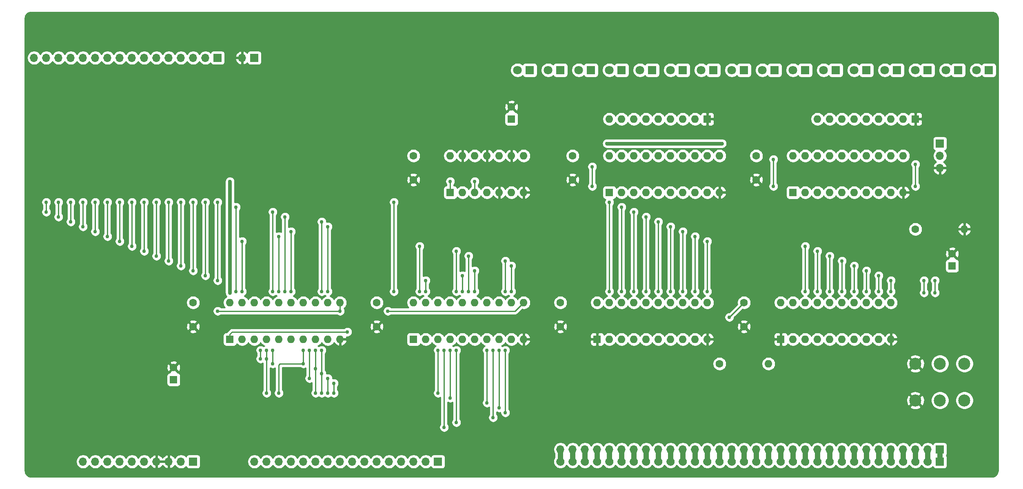
<source format=gbl>
G04 #@! TF.GenerationSoftware,KiCad,Pcbnew,(5.1.5)-3*
G04 #@! TF.CreationDate,2022-12-08T21:40:41-08:00*
G04 #@! TF.ProjectId,register16,72656769-7374-4657-9231-362e6b696361,rev?*
G04 #@! TF.SameCoordinates,Original*
G04 #@! TF.FileFunction,Copper,L2,Bot*
G04 #@! TF.FilePolarity,Positive*
%FSLAX46Y46*%
G04 Gerber Fmt 4.6, Leading zero omitted, Abs format (unit mm)*
G04 Created by KiCad (PCBNEW (5.1.5)-3) date 2022-12-08 21:40:41*
%MOMM*%
%LPD*%
G04 APERTURE LIST*
%ADD10O,1.600000X1.600000*%
%ADD11C,1.600000*%
%ADD12O,1.700000X1.700000*%
%ADD13R,1.700000X1.700000*%
%ADD14C,0.100000*%
%ADD15C,1.800000*%
%ADD16R,1.800000X1.800000*%
%ADD17R,1.600000X1.600000*%
%ADD18C,2.499360*%
%ADD19C,0.762000*%
%ADD20C,0.254000*%
%ADD21C,0.762000*%
G04 APERTURE END LIST*
D10*
X205740000Y-119380000D03*
D11*
X195580000Y-119380000D03*
D12*
X241300000Y-78740000D03*
X241300000Y-76200000D03*
D13*
X241300000Y-73660000D03*
D10*
X246380000Y-91440000D03*
D11*
X236220000Y-91440000D03*
D12*
X96520000Y-55880000D03*
D13*
X99060000Y-55880000D03*
X137160000Y-139700000D03*
D12*
X134620000Y-139700000D03*
X132080000Y-139700000D03*
X129540000Y-139700000D03*
X127000000Y-139700000D03*
X124460000Y-139700000D03*
X121920000Y-139700000D03*
X119380000Y-139700000D03*
X116840000Y-139700000D03*
X114300000Y-139700000D03*
X111760000Y-139700000D03*
X109220000Y-139700000D03*
X106680000Y-139700000D03*
X104140000Y-139700000D03*
X101600000Y-139700000D03*
X99060000Y-139700000D03*
D13*
X86360000Y-139700000D03*
D12*
X83820000Y-139700000D03*
X81280000Y-139700000D03*
X78740000Y-139700000D03*
X76200000Y-139700000D03*
X73660000Y-139700000D03*
X71120000Y-139700000D03*
X68580000Y-139700000D03*
X66040000Y-139700000D03*
X63500000Y-139700000D03*
D13*
X241300000Y-137160000D03*
G04 #@! TA.AperFunction,ComponentPad*
D14*
G36*
X240450000Y-140550000D02*
G01*
X240450000Y-138850000D01*
X240742000Y-138850000D01*
X240742000Y-137922000D01*
X240742961Y-137912245D01*
X240745806Y-137902866D01*
X240750427Y-137894221D01*
X240756645Y-137886645D01*
X240764221Y-137880427D01*
X240772866Y-137875806D01*
X240782245Y-137872961D01*
X240792000Y-137872000D01*
X241808000Y-137872000D01*
X241817755Y-137872961D01*
X241827134Y-137875806D01*
X241835779Y-137880427D01*
X241843355Y-137886645D01*
X241849573Y-137894221D01*
X241854194Y-137902866D01*
X241857039Y-137912245D01*
X241858000Y-137922000D01*
X241858000Y-138850000D01*
X242150000Y-138850000D01*
X242150000Y-140550000D01*
X240450000Y-140550000D01*
G37*
G04 #@! TD.AperFunction*
D12*
X233680000Y-137160000D03*
X238760000Y-137160000D03*
X236220000Y-137160000D03*
X231140000Y-137160000D03*
X226060000Y-137160000D03*
X223520000Y-137160000D03*
X220980000Y-137160000D03*
X218440000Y-137160000D03*
X203200000Y-137160000D03*
X213360000Y-137160000D03*
X210820000Y-137160000D03*
X200660000Y-137160000D03*
X193040000Y-137160000D03*
X198120000Y-137160000D03*
X190500000Y-137160000D03*
X187960000Y-137160000D03*
X185420000Y-137160000D03*
X228600000Y-137160000D03*
X208280000Y-137160000D03*
X195580000Y-137160000D03*
X182880000Y-137160000D03*
X215900000Y-137160000D03*
X205740000Y-137160000D03*
X175260000Y-137160000D03*
X172720000Y-137160000D03*
X167640000Y-137160000D03*
X165100000Y-137160000D03*
X162560000Y-137160000D03*
X177800000Y-137160000D03*
X170180000Y-137160000D03*
X180340000Y-137160000D03*
G04 #@! TA.AperFunction,ComponentPad*
D14*
G36*
X239600800Y-139824721D02*
G01*
X239584527Y-139906533D01*
X239560312Y-139986356D01*
X239528391Y-140063422D01*
X239489069Y-140136987D01*
X239442726Y-140206344D01*
X239389808Y-140270825D01*
X239330825Y-140329808D01*
X239266344Y-140382726D01*
X239196987Y-140429069D01*
X239123422Y-140468391D01*
X239046356Y-140500312D01*
X238966533Y-140524527D01*
X238884721Y-140540800D01*
X238801708Y-140548976D01*
X238718292Y-140548976D01*
X238635279Y-140540800D01*
X238553467Y-140524527D01*
X238473644Y-140500312D01*
X238396578Y-140468391D01*
X238323013Y-140429069D01*
X238253656Y-140382726D01*
X238189175Y-140329808D01*
X238130192Y-140270825D01*
X238077274Y-140206344D01*
X238030931Y-140136987D01*
X237991609Y-140063422D01*
X237959688Y-139986356D01*
X237935473Y-139906533D01*
X237919200Y-139824721D01*
X237911024Y-139741708D01*
X237911024Y-139658292D01*
X237919200Y-139575279D01*
X237935473Y-139493467D01*
X237959688Y-139413644D01*
X237991609Y-139336578D01*
X238030931Y-139263013D01*
X238077274Y-139193656D01*
X238130192Y-139129175D01*
X238189175Y-139070192D01*
X238202000Y-139059667D01*
X238202000Y-137668000D01*
X238202961Y-137658245D01*
X238205806Y-137648866D01*
X238210427Y-137640221D01*
X238216645Y-137632645D01*
X238224221Y-137626427D01*
X238232866Y-137621806D01*
X238242245Y-137618961D01*
X238252000Y-137618000D01*
X239268000Y-137618000D01*
X239277755Y-137618961D01*
X239287134Y-137621806D01*
X239295779Y-137626427D01*
X239303355Y-137632645D01*
X239309573Y-137640221D01*
X239314194Y-137648866D01*
X239317039Y-137658245D01*
X239318000Y-137668000D01*
X239318000Y-139059667D01*
X239330825Y-139070192D01*
X239389808Y-139129175D01*
X239442726Y-139193656D01*
X239489069Y-139263013D01*
X239528391Y-139336578D01*
X239560312Y-139413644D01*
X239584527Y-139493467D01*
X239600800Y-139575279D01*
X239608976Y-139658292D01*
X239608976Y-139741708D01*
X239600800Y-139824721D01*
G37*
G04 #@! TD.AperFunction*
G04 #@! TA.AperFunction,ComponentPad*
G36*
X163400800Y-139824721D02*
G01*
X163384527Y-139906533D01*
X163360312Y-139986356D01*
X163328391Y-140063422D01*
X163289069Y-140136987D01*
X163242726Y-140206344D01*
X163189808Y-140270825D01*
X163130825Y-140329808D01*
X163066344Y-140382726D01*
X162996987Y-140429069D01*
X162923422Y-140468391D01*
X162846356Y-140500312D01*
X162766533Y-140524527D01*
X162684721Y-140540800D01*
X162601708Y-140548976D01*
X162518292Y-140548976D01*
X162435279Y-140540800D01*
X162353467Y-140524527D01*
X162273644Y-140500312D01*
X162196578Y-140468391D01*
X162123013Y-140429069D01*
X162053656Y-140382726D01*
X161989175Y-140329808D01*
X161930192Y-140270825D01*
X161877274Y-140206344D01*
X161830931Y-140136987D01*
X161791609Y-140063422D01*
X161759688Y-139986356D01*
X161735473Y-139906533D01*
X161719200Y-139824721D01*
X161711024Y-139741708D01*
X161711024Y-139658292D01*
X161719200Y-139575279D01*
X161735473Y-139493467D01*
X161759688Y-139413644D01*
X161791609Y-139336578D01*
X161830931Y-139263013D01*
X161877274Y-139193656D01*
X161930192Y-139129175D01*
X161989175Y-139070192D01*
X162002000Y-139059667D01*
X162002000Y-137668000D01*
X162002961Y-137658245D01*
X162005806Y-137648866D01*
X162010427Y-137640221D01*
X162016645Y-137632645D01*
X162024221Y-137626427D01*
X162032866Y-137621806D01*
X162042245Y-137618961D01*
X162052000Y-137618000D01*
X163068000Y-137618000D01*
X163077755Y-137618961D01*
X163087134Y-137621806D01*
X163095779Y-137626427D01*
X163103355Y-137632645D01*
X163109573Y-137640221D01*
X163114194Y-137648866D01*
X163117039Y-137658245D01*
X163118000Y-137668000D01*
X163118000Y-139059667D01*
X163130825Y-139070192D01*
X163189808Y-139129175D01*
X163242726Y-139193656D01*
X163289069Y-139263013D01*
X163328391Y-139336578D01*
X163360312Y-139413644D01*
X163384527Y-139493467D01*
X163400800Y-139575279D01*
X163408976Y-139658292D01*
X163408976Y-139741708D01*
X163400800Y-139824721D01*
G37*
G04 #@! TD.AperFunction*
G04 #@! TA.AperFunction,ComponentPad*
G36*
X165940800Y-139824721D02*
G01*
X165924527Y-139906533D01*
X165900312Y-139986356D01*
X165868391Y-140063422D01*
X165829069Y-140136987D01*
X165782726Y-140206344D01*
X165729808Y-140270825D01*
X165670825Y-140329808D01*
X165606344Y-140382726D01*
X165536987Y-140429069D01*
X165463422Y-140468391D01*
X165386356Y-140500312D01*
X165306533Y-140524527D01*
X165224721Y-140540800D01*
X165141708Y-140548976D01*
X165058292Y-140548976D01*
X164975279Y-140540800D01*
X164893467Y-140524527D01*
X164813644Y-140500312D01*
X164736578Y-140468391D01*
X164663013Y-140429069D01*
X164593656Y-140382726D01*
X164529175Y-140329808D01*
X164470192Y-140270825D01*
X164417274Y-140206344D01*
X164370931Y-140136987D01*
X164331609Y-140063422D01*
X164299688Y-139986356D01*
X164275473Y-139906533D01*
X164259200Y-139824721D01*
X164251024Y-139741708D01*
X164251024Y-139658292D01*
X164259200Y-139575279D01*
X164275473Y-139493467D01*
X164299688Y-139413644D01*
X164331609Y-139336578D01*
X164370931Y-139263013D01*
X164417274Y-139193656D01*
X164470192Y-139129175D01*
X164529175Y-139070192D01*
X164542000Y-139059667D01*
X164542000Y-137668000D01*
X164542961Y-137658245D01*
X164545806Y-137648866D01*
X164550427Y-137640221D01*
X164556645Y-137632645D01*
X164564221Y-137626427D01*
X164572866Y-137621806D01*
X164582245Y-137618961D01*
X164592000Y-137618000D01*
X165608000Y-137618000D01*
X165617755Y-137618961D01*
X165627134Y-137621806D01*
X165635779Y-137626427D01*
X165643355Y-137632645D01*
X165649573Y-137640221D01*
X165654194Y-137648866D01*
X165657039Y-137658245D01*
X165658000Y-137668000D01*
X165658000Y-139059667D01*
X165670825Y-139070192D01*
X165729808Y-139129175D01*
X165782726Y-139193656D01*
X165829069Y-139263013D01*
X165868391Y-139336578D01*
X165900312Y-139413644D01*
X165924527Y-139493467D01*
X165940800Y-139575279D01*
X165948976Y-139658292D01*
X165948976Y-139741708D01*
X165940800Y-139824721D01*
G37*
G04 #@! TD.AperFunction*
G04 #@! TA.AperFunction,ComponentPad*
G36*
X168480800Y-139824721D02*
G01*
X168464527Y-139906533D01*
X168440312Y-139986356D01*
X168408391Y-140063422D01*
X168369069Y-140136987D01*
X168322726Y-140206344D01*
X168269808Y-140270825D01*
X168210825Y-140329808D01*
X168146344Y-140382726D01*
X168076987Y-140429069D01*
X168003422Y-140468391D01*
X167926356Y-140500312D01*
X167846533Y-140524527D01*
X167764721Y-140540800D01*
X167681708Y-140548976D01*
X167598292Y-140548976D01*
X167515279Y-140540800D01*
X167433467Y-140524527D01*
X167353644Y-140500312D01*
X167276578Y-140468391D01*
X167203013Y-140429069D01*
X167133656Y-140382726D01*
X167069175Y-140329808D01*
X167010192Y-140270825D01*
X166957274Y-140206344D01*
X166910931Y-140136987D01*
X166871609Y-140063422D01*
X166839688Y-139986356D01*
X166815473Y-139906533D01*
X166799200Y-139824721D01*
X166791024Y-139741708D01*
X166791024Y-139658292D01*
X166799200Y-139575279D01*
X166815473Y-139493467D01*
X166839688Y-139413644D01*
X166871609Y-139336578D01*
X166910931Y-139263013D01*
X166957274Y-139193656D01*
X167010192Y-139129175D01*
X167069175Y-139070192D01*
X167082000Y-139059667D01*
X167082000Y-137668000D01*
X167082961Y-137658245D01*
X167085806Y-137648866D01*
X167090427Y-137640221D01*
X167096645Y-137632645D01*
X167104221Y-137626427D01*
X167112866Y-137621806D01*
X167122245Y-137618961D01*
X167132000Y-137618000D01*
X168148000Y-137618000D01*
X168157755Y-137618961D01*
X168167134Y-137621806D01*
X168175779Y-137626427D01*
X168183355Y-137632645D01*
X168189573Y-137640221D01*
X168194194Y-137648866D01*
X168197039Y-137658245D01*
X168198000Y-137668000D01*
X168198000Y-139059667D01*
X168210825Y-139070192D01*
X168269808Y-139129175D01*
X168322726Y-139193656D01*
X168369069Y-139263013D01*
X168408391Y-139336578D01*
X168440312Y-139413644D01*
X168464527Y-139493467D01*
X168480800Y-139575279D01*
X168488976Y-139658292D01*
X168488976Y-139741708D01*
X168480800Y-139824721D01*
G37*
G04 #@! TD.AperFunction*
G04 #@! TA.AperFunction,ComponentPad*
G36*
X171020800Y-139824721D02*
G01*
X171004527Y-139906533D01*
X170980312Y-139986356D01*
X170948391Y-140063422D01*
X170909069Y-140136987D01*
X170862726Y-140206344D01*
X170809808Y-140270825D01*
X170750825Y-140329808D01*
X170686344Y-140382726D01*
X170616987Y-140429069D01*
X170543422Y-140468391D01*
X170466356Y-140500312D01*
X170386533Y-140524527D01*
X170304721Y-140540800D01*
X170221708Y-140548976D01*
X170138292Y-140548976D01*
X170055279Y-140540800D01*
X169973467Y-140524527D01*
X169893644Y-140500312D01*
X169816578Y-140468391D01*
X169743013Y-140429069D01*
X169673656Y-140382726D01*
X169609175Y-140329808D01*
X169550192Y-140270825D01*
X169497274Y-140206344D01*
X169450931Y-140136987D01*
X169411609Y-140063422D01*
X169379688Y-139986356D01*
X169355473Y-139906533D01*
X169339200Y-139824721D01*
X169331024Y-139741708D01*
X169331024Y-139658292D01*
X169339200Y-139575279D01*
X169355473Y-139493467D01*
X169379688Y-139413644D01*
X169411609Y-139336578D01*
X169450931Y-139263013D01*
X169497274Y-139193656D01*
X169550192Y-139129175D01*
X169609175Y-139070192D01*
X169622000Y-139059667D01*
X169622000Y-137668000D01*
X169622961Y-137658245D01*
X169625806Y-137648866D01*
X169630427Y-137640221D01*
X169636645Y-137632645D01*
X169644221Y-137626427D01*
X169652866Y-137621806D01*
X169662245Y-137618961D01*
X169672000Y-137618000D01*
X170688000Y-137618000D01*
X170697755Y-137618961D01*
X170707134Y-137621806D01*
X170715779Y-137626427D01*
X170723355Y-137632645D01*
X170729573Y-137640221D01*
X170734194Y-137648866D01*
X170737039Y-137658245D01*
X170738000Y-137668000D01*
X170738000Y-139059667D01*
X170750825Y-139070192D01*
X170809808Y-139129175D01*
X170862726Y-139193656D01*
X170909069Y-139263013D01*
X170948391Y-139336578D01*
X170980312Y-139413644D01*
X171004527Y-139493467D01*
X171020800Y-139575279D01*
X171028976Y-139658292D01*
X171028976Y-139741708D01*
X171020800Y-139824721D01*
G37*
G04 #@! TD.AperFunction*
G04 #@! TA.AperFunction,ComponentPad*
G36*
X173560800Y-139824721D02*
G01*
X173544527Y-139906533D01*
X173520312Y-139986356D01*
X173488391Y-140063422D01*
X173449069Y-140136987D01*
X173402726Y-140206344D01*
X173349808Y-140270825D01*
X173290825Y-140329808D01*
X173226344Y-140382726D01*
X173156987Y-140429069D01*
X173083422Y-140468391D01*
X173006356Y-140500312D01*
X172926533Y-140524527D01*
X172844721Y-140540800D01*
X172761708Y-140548976D01*
X172678292Y-140548976D01*
X172595279Y-140540800D01*
X172513467Y-140524527D01*
X172433644Y-140500312D01*
X172356578Y-140468391D01*
X172283013Y-140429069D01*
X172213656Y-140382726D01*
X172149175Y-140329808D01*
X172090192Y-140270825D01*
X172037274Y-140206344D01*
X171990931Y-140136987D01*
X171951609Y-140063422D01*
X171919688Y-139986356D01*
X171895473Y-139906533D01*
X171879200Y-139824721D01*
X171871024Y-139741708D01*
X171871024Y-139658292D01*
X171879200Y-139575279D01*
X171895473Y-139493467D01*
X171919688Y-139413644D01*
X171951609Y-139336578D01*
X171990931Y-139263013D01*
X172037274Y-139193656D01*
X172090192Y-139129175D01*
X172149175Y-139070192D01*
X172162000Y-139059667D01*
X172162000Y-137668000D01*
X172162961Y-137658245D01*
X172165806Y-137648866D01*
X172170427Y-137640221D01*
X172176645Y-137632645D01*
X172184221Y-137626427D01*
X172192866Y-137621806D01*
X172202245Y-137618961D01*
X172212000Y-137618000D01*
X173228000Y-137618000D01*
X173237755Y-137618961D01*
X173247134Y-137621806D01*
X173255779Y-137626427D01*
X173263355Y-137632645D01*
X173269573Y-137640221D01*
X173274194Y-137648866D01*
X173277039Y-137658245D01*
X173278000Y-137668000D01*
X173278000Y-139059667D01*
X173290825Y-139070192D01*
X173349808Y-139129175D01*
X173402726Y-139193656D01*
X173449069Y-139263013D01*
X173488391Y-139336578D01*
X173520312Y-139413644D01*
X173544527Y-139493467D01*
X173560800Y-139575279D01*
X173568976Y-139658292D01*
X173568976Y-139741708D01*
X173560800Y-139824721D01*
G37*
G04 #@! TD.AperFunction*
G04 #@! TA.AperFunction,ComponentPad*
G36*
X176100800Y-139824721D02*
G01*
X176084527Y-139906533D01*
X176060312Y-139986356D01*
X176028391Y-140063422D01*
X175989069Y-140136987D01*
X175942726Y-140206344D01*
X175889808Y-140270825D01*
X175830825Y-140329808D01*
X175766344Y-140382726D01*
X175696987Y-140429069D01*
X175623422Y-140468391D01*
X175546356Y-140500312D01*
X175466533Y-140524527D01*
X175384721Y-140540800D01*
X175301708Y-140548976D01*
X175218292Y-140548976D01*
X175135279Y-140540800D01*
X175053467Y-140524527D01*
X174973644Y-140500312D01*
X174896578Y-140468391D01*
X174823013Y-140429069D01*
X174753656Y-140382726D01*
X174689175Y-140329808D01*
X174630192Y-140270825D01*
X174577274Y-140206344D01*
X174530931Y-140136987D01*
X174491609Y-140063422D01*
X174459688Y-139986356D01*
X174435473Y-139906533D01*
X174419200Y-139824721D01*
X174411024Y-139741708D01*
X174411024Y-139658292D01*
X174419200Y-139575279D01*
X174435473Y-139493467D01*
X174459688Y-139413644D01*
X174491609Y-139336578D01*
X174530931Y-139263013D01*
X174577274Y-139193656D01*
X174630192Y-139129175D01*
X174689175Y-139070192D01*
X174702000Y-139059667D01*
X174702000Y-137668000D01*
X174702961Y-137658245D01*
X174705806Y-137648866D01*
X174710427Y-137640221D01*
X174716645Y-137632645D01*
X174724221Y-137626427D01*
X174732866Y-137621806D01*
X174742245Y-137618961D01*
X174752000Y-137618000D01*
X175768000Y-137618000D01*
X175777755Y-137618961D01*
X175787134Y-137621806D01*
X175795779Y-137626427D01*
X175803355Y-137632645D01*
X175809573Y-137640221D01*
X175814194Y-137648866D01*
X175817039Y-137658245D01*
X175818000Y-137668000D01*
X175818000Y-139059667D01*
X175830825Y-139070192D01*
X175889808Y-139129175D01*
X175942726Y-139193656D01*
X175989069Y-139263013D01*
X176028391Y-139336578D01*
X176060312Y-139413644D01*
X176084527Y-139493467D01*
X176100800Y-139575279D01*
X176108976Y-139658292D01*
X176108976Y-139741708D01*
X176100800Y-139824721D01*
G37*
G04 #@! TD.AperFunction*
G04 #@! TA.AperFunction,ComponentPad*
G36*
X178640800Y-139824721D02*
G01*
X178624527Y-139906533D01*
X178600312Y-139986356D01*
X178568391Y-140063422D01*
X178529069Y-140136987D01*
X178482726Y-140206344D01*
X178429808Y-140270825D01*
X178370825Y-140329808D01*
X178306344Y-140382726D01*
X178236987Y-140429069D01*
X178163422Y-140468391D01*
X178086356Y-140500312D01*
X178006533Y-140524527D01*
X177924721Y-140540800D01*
X177841708Y-140548976D01*
X177758292Y-140548976D01*
X177675279Y-140540800D01*
X177593467Y-140524527D01*
X177513644Y-140500312D01*
X177436578Y-140468391D01*
X177363013Y-140429069D01*
X177293656Y-140382726D01*
X177229175Y-140329808D01*
X177170192Y-140270825D01*
X177117274Y-140206344D01*
X177070931Y-140136987D01*
X177031609Y-140063422D01*
X176999688Y-139986356D01*
X176975473Y-139906533D01*
X176959200Y-139824721D01*
X176951024Y-139741708D01*
X176951024Y-139658292D01*
X176959200Y-139575279D01*
X176975473Y-139493467D01*
X176999688Y-139413644D01*
X177031609Y-139336578D01*
X177070931Y-139263013D01*
X177117274Y-139193656D01*
X177170192Y-139129175D01*
X177229175Y-139070192D01*
X177242000Y-139059667D01*
X177242000Y-137668000D01*
X177242961Y-137658245D01*
X177245806Y-137648866D01*
X177250427Y-137640221D01*
X177256645Y-137632645D01*
X177264221Y-137626427D01*
X177272866Y-137621806D01*
X177282245Y-137618961D01*
X177292000Y-137618000D01*
X178308000Y-137618000D01*
X178317755Y-137618961D01*
X178327134Y-137621806D01*
X178335779Y-137626427D01*
X178343355Y-137632645D01*
X178349573Y-137640221D01*
X178354194Y-137648866D01*
X178357039Y-137658245D01*
X178358000Y-137668000D01*
X178358000Y-139059667D01*
X178370825Y-139070192D01*
X178429808Y-139129175D01*
X178482726Y-139193656D01*
X178529069Y-139263013D01*
X178568391Y-139336578D01*
X178600312Y-139413644D01*
X178624527Y-139493467D01*
X178640800Y-139575279D01*
X178648976Y-139658292D01*
X178648976Y-139741708D01*
X178640800Y-139824721D01*
G37*
G04 #@! TD.AperFunction*
G04 #@! TA.AperFunction,ComponentPad*
G36*
X181180800Y-139824721D02*
G01*
X181164527Y-139906533D01*
X181140312Y-139986356D01*
X181108391Y-140063422D01*
X181069069Y-140136987D01*
X181022726Y-140206344D01*
X180969808Y-140270825D01*
X180910825Y-140329808D01*
X180846344Y-140382726D01*
X180776987Y-140429069D01*
X180703422Y-140468391D01*
X180626356Y-140500312D01*
X180546533Y-140524527D01*
X180464721Y-140540800D01*
X180381708Y-140548976D01*
X180298292Y-140548976D01*
X180215279Y-140540800D01*
X180133467Y-140524527D01*
X180053644Y-140500312D01*
X179976578Y-140468391D01*
X179903013Y-140429069D01*
X179833656Y-140382726D01*
X179769175Y-140329808D01*
X179710192Y-140270825D01*
X179657274Y-140206344D01*
X179610931Y-140136987D01*
X179571609Y-140063422D01*
X179539688Y-139986356D01*
X179515473Y-139906533D01*
X179499200Y-139824721D01*
X179491024Y-139741708D01*
X179491024Y-139658292D01*
X179499200Y-139575279D01*
X179515473Y-139493467D01*
X179539688Y-139413644D01*
X179571609Y-139336578D01*
X179610931Y-139263013D01*
X179657274Y-139193656D01*
X179710192Y-139129175D01*
X179769175Y-139070192D01*
X179782000Y-139059667D01*
X179782000Y-137668000D01*
X179782961Y-137658245D01*
X179785806Y-137648866D01*
X179790427Y-137640221D01*
X179796645Y-137632645D01*
X179804221Y-137626427D01*
X179812866Y-137621806D01*
X179822245Y-137618961D01*
X179832000Y-137618000D01*
X180848000Y-137618000D01*
X180857755Y-137618961D01*
X180867134Y-137621806D01*
X180875779Y-137626427D01*
X180883355Y-137632645D01*
X180889573Y-137640221D01*
X180894194Y-137648866D01*
X180897039Y-137658245D01*
X180898000Y-137668000D01*
X180898000Y-139059667D01*
X180910825Y-139070192D01*
X180969808Y-139129175D01*
X181022726Y-139193656D01*
X181069069Y-139263013D01*
X181108391Y-139336578D01*
X181140312Y-139413644D01*
X181164527Y-139493467D01*
X181180800Y-139575279D01*
X181188976Y-139658292D01*
X181188976Y-139741708D01*
X181180800Y-139824721D01*
G37*
G04 #@! TD.AperFunction*
G04 #@! TA.AperFunction,ComponentPad*
G36*
X183720800Y-139824721D02*
G01*
X183704527Y-139906533D01*
X183680312Y-139986356D01*
X183648391Y-140063422D01*
X183609069Y-140136987D01*
X183562726Y-140206344D01*
X183509808Y-140270825D01*
X183450825Y-140329808D01*
X183386344Y-140382726D01*
X183316987Y-140429069D01*
X183243422Y-140468391D01*
X183166356Y-140500312D01*
X183086533Y-140524527D01*
X183004721Y-140540800D01*
X182921708Y-140548976D01*
X182838292Y-140548976D01*
X182755279Y-140540800D01*
X182673467Y-140524527D01*
X182593644Y-140500312D01*
X182516578Y-140468391D01*
X182443013Y-140429069D01*
X182373656Y-140382726D01*
X182309175Y-140329808D01*
X182250192Y-140270825D01*
X182197274Y-140206344D01*
X182150931Y-140136987D01*
X182111609Y-140063422D01*
X182079688Y-139986356D01*
X182055473Y-139906533D01*
X182039200Y-139824721D01*
X182031024Y-139741708D01*
X182031024Y-139658292D01*
X182039200Y-139575279D01*
X182055473Y-139493467D01*
X182079688Y-139413644D01*
X182111609Y-139336578D01*
X182150931Y-139263013D01*
X182197274Y-139193656D01*
X182250192Y-139129175D01*
X182309175Y-139070192D01*
X182322000Y-139059667D01*
X182322000Y-137668000D01*
X182322961Y-137658245D01*
X182325806Y-137648866D01*
X182330427Y-137640221D01*
X182336645Y-137632645D01*
X182344221Y-137626427D01*
X182352866Y-137621806D01*
X182362245Y-137618961D01*
X182372000Y-137618000D01*
X183388000Y-137618000D01*
X183397755Y-137618961D01*
X183407134Y-137621806D01*
X183415779Y-137626427D01*
X183423355Y-137632645D01*
X183429573Y-137640221D01*
X183434194Y-137648866D01*
X183437039Y-137658245D01*
X183438000Y-137668000D01*
X183438000Y-139059667D01*
X183450825Y-139070192D01*
X183509808Y-139129175D01*
X183562726Y-139193656D01*
X183609069Y-139263013D01*
X183648391Y-139336578D01*
X183680312Y-139413644D01*
X183704527Y-139493467D01*
X183720800Y-139575279D01*
X183728976Y-139658292D01*
X183728976Y-139741708D01*
X183720800Y-139824721D01*
G37*
G04 #@! TD.AperFunction*
G04 #@! TA.AperFunction,ComponentPad*
G36*
X186260800Y-139824721D02*
G01*
X186244527Y-139906533D01*
X186220312Y-139986356D01*
X186188391Y-140063422D01*
X186149069Y-140136987D01*
X186102726Y-140206344D01*
X186049808Y-140270825D01*
X185990825Y-140329808D01*
X185926344Y-140382726D01*
X185856987Y-140429069D01*
X185783422Y-140468391D01*
X185706356Y-140500312D01*
X185626533Y-140524527D01*
X185544721Y-140540800D01*
X185461708Y-140548976D01*
X185378292Y-140548976D01*
X185295279Y-140540800D01*
X185213467Y-140524527D01*
X185133644Y-140500312D01*
X185056578Y-140468391D01*
X184983013Y-140429069D01*
X184913656Y-140382726D01*
X184849175Y-140329808D01*
X184790192Y-140270825D01*
X184737274Y-140206344D01*
X184690931Y-140136987D01*
X184651609Y-140063422D01*
X184619688Y-139986356D01*
X184595473Y-139906533D01*
X184579200Y-139824721D01*
X184571024Y-139741708D01*
X184571024Y-139658292D01*
X184579200Y-139575279D01*
X184595473Y-139493467D01*
X184619688Y-139413644D01*
X184651609Y-139336578D01*
X184690931Y-139263013D01*
X184737274Y-139193656D01*
X184790192Y-139129175D01*
X184849175Y-139070192D01*
X184862000Y-139059667D01*
X184862000Y-137668000D01*
X184862961Y-137658245D01*
X184865806Y-137648866D01*
X184870427Y-137640221D01*
X184876645Y-137632645D01*
X184884221Y-137626427D01*
X184892866Y-137621806D01*
X184902245Y-137618961D01*
X184912000Y-137618000D01*
X185928000Y-137618000D01*
X185937755Y-137618961D01*
X185947134Y-137621806D01*
X185955779Y-137626427D01*
X185963355Y-137632645D01*
X185969573Y-137640221D01*
X185974194Y-137648866D01*
X185977039Y-137658245D01*
X185978000Y-137668000D01*
X185978000Y-139059667D01*
X185990825Y-139070192D01*
X186049808Y-139129175D01*
X186102726Y-139193656D01*
X186149069Y-139263013D01*
X186188391Y-139336578D01*
X186220312Y-139413644D01*
X186244527Y-139493467D01*
X186260800Y-139575279D01*
X186268976Y-139658292D01*
X186268976Y-139741708D01*
X186260800Y-139824721D01*
G37*
G04 #@! TD.AperFunction*
G04 #@! TA.AperFunction,ComponentPad*
G36*
X188800800Y-139824721D02*
G01*
X188784527Y-139906533D01*
X188760312Y-139986356D01*
X188728391Y-140063422D01*
X188689069Y-140136987D01*
X188642726Y-140206344D01*
X188589808Y-140270825D01*
X188530825Y-140329808D01*
X188466344Y-140382726D01*
X188396987Y-140429069D01*
X188323422Y-140468391D01*
X188246356Y-140500312D01*
X188166533Y-140524527D01*
X188084721Y-140540800D01*
X188001708Y-140548976D01*
X187918292Y-140548976D01*
X187835279Y-140540800D01*
X187753467Y-140524527D01*
X187673644Y-140500312D01*
X187596578Y-140468391D01*
X187523013Y-140429069D01*
X187453656Y-140382726D01*
X187389175Y-140329808D01*
X187330192Y-140270825D01*
X187277274Y-140206344D01*
X187230931Y-140136987D01*
X187191609Y-140063422D01*
X187159688Y-139986356D01*
X187135473Y-139906533D01*
X187119200Y-139824721D01*
X187111024Y-139741708D01*
X187111024Y-139658292D01*
X187119200Y-139575279D01*
X187135473Y-139493467D01*
X187159688Y-139413644D01*
X187191609Y-139336578D01*
X187230931Y-139263013D01*
X187277274Y-139193656D01*
X187330192Y-139129175D01*
X187389175Y-139070192D01*
X187402000Y-139059667D01*
X187402000Y-137668000D01*
X187402961Y-137658245D01*
X187405806Y-137648866D01*
X187410427Y-137640221D01*
X187416645Y-137632645D01*
X187424221Y-137626427D01*
X187432866Y-137621806D01*
X187442245Y-137618961D01*
X187452000Y-137618000D01*
X188468000Y-137618000D01*
X188477755Y-137618961D01*
X188487134Y-137621806D01*
X188495779Y-137626427D01*
X188503355Y-137632645D01*
X188509573Y-137640221D01*
X188514194Y-137648866D01*
X188517039Y-137658245D01*
X188518000Y-137668000D01*
X188518000Y-139059667D01*
X188530825Y-139070192D01*
X188589808Y-139129175D01*
X188642726Y-139193656D01*
X188689069Y-139263013D01*
X188728391Y-139336578D01*
X188760312Y-139413644D01*
X188784527Y-139493467D01*
X188800800Y-139575279D01*
X188808976Y-139658292D01*
X188808976Y-139741708D01*
X188800800Y-139824721D01*
G37*
G04 #@! TD.AperFunction*
G04 #@! TA.AperFunction,ComponentPad*
G36*
X191340800Y-139824721D02*
G01*
X191324527Y-139906533D01*
X191300312Y-139986356D01*
X191268391Y-140063422D01*
X191229069Y-140136987D01*
X191182726Y-140206344D01*
X191129808Y-140270825D01*
X191070825Y-140329808D01*
X191006344Y-140382726D01*
X190936987Y-140429069D01*
X190863422Y-140468391D01*
X190786356Y-140500312D01*
X190706533Y-140524527D01*
X190624721Y-140540800D01*
X190541708Y-140548976D01*
X190458292Y-140548976D01*
X190375279Y-140540800D01*
X190293467Y-140524527D01*
X190213644Y-140500312D01*
X190136578Y-140468391D01*
X190063013Y-140429069D01*
X189993656Y-140382726D01*
X189929175Y-140329808D01*
X189870192Y-140270825D01*
X189817274Y-140206344D01*
X189770931Y-140136987D01*
X189731609Y-140063422D01*
X189699688Y-139986356D01*
X189675473Y-139906533D01*
X189659200Y-139824721D01*
X189651024Y-139741708D01*
X189651024Y-139658292D01*
X189659200Y-139575279D01*
X189675473Y-139493467D01*
X189699688Y-139413644D01*
X189731609Y-139336578D01*
X189770931Y-139263013D01*
X189817274Y-139193656D01*
X189870192Y-139129175D01*
X189929175Y-139070192D01*
X189942000Y-139059667D01*
X189942000Y-137668000D01*
X189942961Y-137658245D01*
X189945806Y-137648866D01*
X189950427Y-137640221D01*
X189956645Y-137632645D01*
X189964221Y-137626427D01*
X189972866Y-137621806D01*
X189982245Y-137618961D01*
X189992000Y-137618000D01*
X191008000Y-137618000D01*
X191017755Y-137618961D01*
X191027134Y-137621806D01*
X191035779Y-137626427D01*
X191043355Y-137632645D01*
X191049573Y-137640221D01*
X191054194Y-137648866D01*
X191057039Y-137658245D01*
X191058000Y-137668000D01*
X191058000Y-139059667D01*
X191070825Y-139070192D01*
X191129808Y-139129175D01*
X191182726Y-139193656D01*
X191229069Y-139263013D01*
X191268391Y-139336578D01*
X191300312Y-139413644D01*
X191324527Y-139493467D01*
X191340800Y-139575279D01*
X191348976Y-139658292D01*
X191348976Y-139741708D01*
X191340800Y-139824721D01*
G37*
G04 #@! TD.AperFunction*
G04 #@! TA.AperFunction,ComponentPad*
G36*
X193880800Y-139824721D02*
G01*
X193864527Y-139906533D01*
X193840312Y-139986356D01*
X193808391Y-140063422D01*
X193769069Y-140136987D01*
X193722726Y-140206344D01*
X193669808Y-140270825D01*
X193610825Y-140329808D01*
X193546344Y-140382726D01*
X193476987Y-140429069D01*
X193403422Y-140468391D01*
X193326356Y-140500312D01*
X193246533Y-140524527D01*
X193164721Y-140540800D01*
X193081708Y-140548976D01*
X192998292Y-140548976D01*
X192915279Y-140540800D01*
X192833467Y-140524527D01*
X192753644Y-140500312D01*
X192676578Y-140468391D01*
X192603013Y-140429069D01*
X192533656Y-140382726D01*
X192469175Y-140329808D01*
X192410192Y-140270825D01*
X192357274Y-140206344D01*
X192310931Y-140136987D01*
X192271609Y-140063422D01*
X192239688Y-139986356D01*
X192215473Y-139906533D01*
X192199200Y-139824721D01*
X192191024Y-139741708D01*
X192191024Y-139658292D01*
X192199200Y-139575279D01*
X192215473Y-139493467D01*
X192239688Y-139413644D01*
X192271609Y-139336578D01*
X192310931Y-139263013D01*
X192357274Y-139193656D01*
X192410192Y-139129175D01*
X192469175Y-139070192D01*
X192482000Y-139059667D01*
X192482000Y-137668000D01*
X192482961Y-137658245D01*
X192485806Y-137648866D01*
X192490427Y-137640221D01*
X192496645Y-137632645D01*
X192504221Y-137626427D01*
X192512866Y-137621806D01*
X192522245Y-137618961D01*
X192532000Y-137618000D01*
X193548000Y-137618000D01*
X193557755Y-137618961D01*
X193567134Y-137621806D01*
X193575779Y-137626427D01*
X193583355Y-137632645D01*
X193589573Y-137640221D01*
X193594194Y-137648866D01*
X193597039Y-137658245D01*
X193598000Y-137668000D01*
X193598000Y-139059667D01*
X193610825Y-139070192D01*
X193669808Y-139129175D01*
X193722726Y-139193656D01*
X193769069Y-139263013D01*
X193808391Y-139336578D01*
X193840312Y-139413644D01*
X193864527Y-139493467D01*
X193880800Y-139575279D01*
X193888976Y-139658292D01*
X193888976Y-139741708D01*
X193880800Y-139824721D01*
G37*
G04 #@! TD.AperFunction*
G04 #@! TA.AperFunction,ComponentPad*
G36*
X196420800Y-139824721D02*
G01*
X196404527Y-139906533D01*
X196380312Y-139986356D01*
X196348391Y-140063422D01*
X196309069Y-140136987D01*
X196262726Y-140206344D01*
X196209808Y-140270825D01*
X196150825Y-140329808D01*
X196086344Y-140382726D01*
X196016987Y-140429069D01*
X195943422Y-140468391D01*
X195866356Y-140500312D01*
X195786533Y-140524527D01*
X195704721Y-140540800D01*
X195621708Y-140548976D01*
X195538292Y-140548976D01*
X195455279Y-140540800D01*
X195373467Y-140524527D01*
X195293644Y-140500312D01*
X195216578Y-140468391D01*
X195143013Y-140429069D01*
X195073656Y-140382726D01*
X195009175Y-140329808D01*
X194950192Y-140270825D01*
X194897274Y-140206344D01*
X194850931Y-140136987D01*
X194811609Y-140063422D01*
X194779688Y-139986356D01*
X194755473Y-139906533D01*
X194739200Y-139824721D01*
X194731024Y-139741708D01*
X194731024Y-139658292D01*
X194739200Y-139575279D01*
X194755473Y-139493467D01*
X194779688Y-139413644D01*
X194811609Y-139336578D01*
X194850931Y-139263013D01*
X194897274Y-139193656D01*
X194950192Y-139129175D01*
X195009175Y-139070192D01*
X195022000Y-139059667D01*
X195022000Y-137668000D01*
X195022961Y-137658245D01*
X195025806Y-137648866D01*
X195030427Y-137640221D01*
X195036645Y-137632645D01*
X195044221Y-137626427D01*
X195052866Y-137621806D01*
X195062245Y-137618961D01*
X195072000Y-137618000D01*
X196088000Y-137618000D01*
X196097755Y-137618961D01*
X196107134Y-137621806D01*
X196115779Y-137626427D01*
X196123355Y-137632645D01*
X196129573Y-137640221D01*
X196134194Y-137648866D01*
X196137039Y-137658245D01*
X196138000Y-137668000D01*
X196138000Y-139059667D01*
X196150825Y-139070192D01*
X196209808Y-139129175D01*
X196262726Y-139193656D01*
X196309069Y-139263013D01*
X196348391Y-139336578D01*
X196380312Y-139413644D01*
X196404527Y-139493467D01*
X196420800Y-139575279D01*
X196428976Y-139658292D01*
X196428976Y-139741708D01*
X196420800Y-139824721D01*
G37*
G04 #@! TD.AperFunction*
G04 #@! TA.AperFunction,ComponentPad*
G36*
X226900800Y-139824721D02*
G01*
X226884527Y-139906533D01*
X226860312Y-139986356D01*
X226828391Y-140063422D01*
X226789069Y-140136987D01*
X226742726Y-140206344D01*
X226689808Y-140270825D01*
X226630825Y-140329808D01*
X226566344Y-140382726D01*
X226496987Y-140429069D01*
X226423422Y-140468391D01*
X226346356Y-140500312D01*
X226266533Y-140524527D01*
X226184721Y-140540800D01*
X226101708Y-140548976D01*
X226018292Y-140548976D01*
X225935279Y-140540800D01*
X225853467Y-140524527D01*
X225773644Y-140500312D01*
X225696578Y-140468391D01*
X225623013Y-140429069D01*
X225553656Y-140382726D01*
X225489175Y-140329808D01*
X225430192Y-140270825D01*
X225377274Y-140206344D01*
X225330931Y-140136987D01*
X225291609Y-140063422D01*
X225259688Y-139986356D01*
X225235473Y-139906533D01*
X225219200Y-139824721D01*
X225211024Y-139741708D01*
X225211024Y-139658292D01*
X225219200Y-139575279D01*
X225235473Y-139493467D01*
X225259688Y-139413644D01*
X225291609Y-139336578D01*
X225330931Y-139263013D01*
X225377274Y-139193656D01*
X225430192Y-139129175D01*
X225489175Y-139070192D01*
X225502000Y-139059667D01*
X225502000Y-137668000D01*
X225502961Y-137658245D01*
X225505806Y-137648866D01*
X225510427Y-137640221D01*
X225516645Y-137632645D01*
X225524221Y-137626427D01*
X225532866Y-137621806D01*
X225542245Y-137618961D01*
X225552000Y-137618000D01*
X226568000Y-137618000D01*
X226577755Y-137618961D01*
X226587134Y-137621806D01*
X226595779Y-137626427D01*
X226603355Y-137632645D01*
X226609573Y-137640221D01*
X226614194Y-137648866D01*
X226617039Y-137658245D01*
X226618000Y-137668000D01*
X226618000Y-139059667D01*
X226630825Y-139070192D01*
X226689808Y-139129175D01*
X226742726Y-139193656D01*
X226789069Y-139263013D01*
X226828391Y-139336578D01*
X226860312Y-139413644D01*
X226884527Y-139493467D01*
X226900800Y-139575279D01*
X226908976Y-139658292D01*
X226908976Y-139741708D01*
X226900800Y-139824721D01*
G37*
G04 #@! TD.AperFunction*
G04 #@! TA.AperFunction,ComponentPad*
G36*
X224360800Y-139824721D02*
G01*
X224344527Y-139906533D01*
X224320312Y-139986356D01*
X224288391Y-140063422D01*
X224249069Y-140136987D01*
X224202726Y-140206344D01*
X224149808Y-140270825D01*
X224090825Y-140329808D01*
X224026344Y-140382726D01*
X223956987Y-140429069D01*
X223883422Y-140468391D01*
X223806356Y-140500312D01*
X223726533Y-140524527D01*
X223644721Y-140540800D01*
X223561708Y-140548976D01*
X223478292Y-140548976D01*
X223395279Y-140540800D01*
X223313467Y-140524527D01*
X223233644Y-140500312D01*
X223156578Y-140468391D01*
X223083013Y-140429069D01*
X223013656Y-140382726D01*
X222949175Y-140329808D01*
X222890192Y-140270825D01*
X222837274Y-140206344D01*
X222790931Y-140136987D01*
X222751609Y-140063422D01*
X222719688Y-139986356D01*
X222695473Y-139906533D01*
X222679200Y-139824721D01*
X222671024Y-139741708D01*
X222671024Y-139658292D01*
X222679200Y-139575279D01*
X222695473Y-139493467D01*
X222719688Y-139413644D01*
X222751609Y-139336578D01*
X222790931Y-139263013D01*
X222837274Y-139193656D01*
X222890192Y-139129175D01*
X222949175Y-139070192D01*
X222962000Y-139059667D01*
X222962000Y-137668000D01*
X222962961Y-137658245D01*
X222965806Y-137648866D01*
X222970427Y-137640221D01*
X222976645Y-137632645D01*
X222984221Y-137626427D01*
X222992866Y-137621806D01*
X223002245Y-137618961D01*
X223012000Y-137618000D01*
X224028000Y-137618000D01*
X224037755Y-137618961D01*
X224047134Y-137621806D01*
X224055779Y-137626427D01*
X224063355Y-137632645D01*
X224069573Y-137640221D01*
X224074194Y-137648866D01*
X224077039Y-137658245D01*
X224078000Y-137668000D01*
X224078000Y-139059667D01*
X224090825Y-139070192D01*
X224149808Y-139129175D01*
X224202726Y-139193656D01*
X224249069Y-139263013D01*
X224288391Y-139336578D01*
X224320312Y-139413644D01*
X224344527Y-139493467D01*
X224360800Y-139575279D01*
X224368976Y-139658292D01*
X224368976Y-139741708D01*
X224360800Y-139824721D01*
G37*
G04 #@! TD.AperFunction*
G04 #@! TA.AperFunction,ComponentPad*
G36*
X221820800Y-139824721D02*
G01*
X221804527Y-139906533D01*
X221780312Y-139986356D01*
X221748391Y-140063422D01*
X221709069Y-140136987D01*
X221662726Y-140206344D01*
X221609808Y-140270825D01*
X221550825Y-140329808D01*
X221486344Y-140382726D01*
X221416987Y-140429069D01*
X221343422Y-140468391D01*
X221266356Y-140500312D01*
X221186533Y-140524527D01*
X221104721Y-140540800D01*
X221021708Y-140548976D01*
X220938292Y-140548976D01*
X220855279Y-140540800D01*
X220773467Y-140524527D01*
X220693644Y-140500312D01*
X220616578Y-140468391D01*
X220543013Y-140429069D01*
X220473656Y-140382726D01*
X220409175Y-140329808D01*
X220350192Y-140270825D01*
X220297274Y-140206344D01*
X220250931Y-140136987D01*
X220211609Y-140063422D01*
X220179688Y-139986356D01*
X220155473Y-139906533D01*
X220139200Y-139824721D01*
X220131024Y-139741708D01*
X220131024Y-139658292D01*
X220139200Y-139575279D01*
X220155473Y-139493467D01*
X220179688Y-139413644D01*
X220211609Y-139336578D01*
X220250931Y-139263013D01*
X220297274Y-139193656D01*
X220350192Y-139129175D01*
X220409175Y-139070192D01*
X220422000Y-139059667D01*
X220422000Y-137668000D01*
X220422961Y-137658245D01*
X220425806Y-137648866D01*
X220430427Y-137640221D01*
X220436645Y-137632645D01*
X220444221Y-137626427D01*
X220452866Y-137621806D01*
X220462245Y-137618961D01*
X220472000Y-137618000D01*
X221488000Y-137618000D01*
X221497755Y-137618961D01*
X221507134Y-137621806D01*
X221515779Y-137626427D01*
X221523355Y-137632645D01*
X221529573Y-137640221D01*
X221534194Y-137648866D01*
X221537039Y-137658245D01*
X221538000Y-137668000D01*
X221538000Y-139059667D01*
X221550825Y-139070192D01*
X221609808Y-139129175D01*
X221662726Y-139193656D01*
X221709069Y-139263013D01*
X221748391Y-139336578D01*
X221780312Y-139413644D01*
X221804527Y-139493467D01*
X221820800Y-139575279D01*
X221828976Y-139658292D01*
X221828976Y-139741708D01*
X221820800Y-139824721D01*
G37*
G04 #@! TD.AperFunction*
G04 #@! TA.AperFunction,ComponentPad*
G36*
X219280800Y-139824721D02*
G01*
X219264527Y-139906533D01*
X219240312Y-139986356D01*
X219208391Y-140063422D01*
X219169069Y-140136987D01*
X219122726Y-140206344D01*
X219069808Y-140270825D01*
X219010825Y-140329808D01*
X218946344Y-140382726D01*
X218876987Y-140429069D01*
X218803422Y-140468391D01*
X218726356Y-140500312D01*
X218646533Y-140524527D01*
X218564721Y-140540800D01*
X218481708Y-140548976D01*
X218398292Y-140548976D01*
X218315279Y-140540800D01*
X218233467Y-140524527D01*
X218153644Y-140500312D01*
X218076578Y-140468391D01*
X218003013Y-140429069D01*
X217933656Y-140382726D01*
X217869175Y-140329808D01*
X217810192Y-140270825D01*
X217757274Y-140206344D01*
X217710931Y-140136987D01*
X217671609Y-140063422D01*
X217639688Y-139986356D01*
X217615473Y-139906533D01*
X217599200Y-139824721D01*
X217591024Y-139741708D01*
X217591024Y-139658292D01*
X217599200Y-139575279D01*
X217615473Y-139493467D01*
X217639688Y-139413644D01*
X217671609Y-139336578D01*
X217710931Y-139263013D01*
X217757274Y-139193656D01*
X217810192Y-139129175D01*
X217869175Y-139070192D01*
X217882000Y-139059667D01*
X217882000Y-137668000D01*
X217882961Y-137658245D01*
X217885806Y-137648866D01*
X217890427Y-137640221D01*
X217896645Y-137632645D01*
X217904221Y-137626427D01*
X217912866Y-137621806D01*
X217922245Y-137618961D01*
X217932000Y-137618000D01*
X218948000Y-137618000D01*
X218957755Y-137618961D01*
X218967134Y-137621806D01*
X218975779Y-137626427D01*
X218983355Y-137632645D01*
X218989573Y-137640221D01*
X218994194Y-137648866D01*
X218997039Y-137658245D01*
X218998000Y-137668000D01*
X218998000Y-139059667D01*
X219010825Y-139070192D01*
X219069808Y-139129175D01*
X219122726Y-139193656D01*
X219169069Y-139263013D01*
X219208391Y-139336578D01*
X219240312Y-139413644D01*
X219264527Y-139493467D01*
X219280800Y-139575279D01*
X219288976Y-139658292D01*
X219288976Y-139741708D01*
X219280800Y-139824721D01*
G37*
G04 #@! TD.AperFunction*
G04 #@! TA.AperFunction,ComponentPad*
G36*
X216740800Y-139824721D02*
G01*
X216724527Y-139906533D01*
X216700312Y-139986356D01*
X216668391Y-140063422D01*
X216629069Y-140136987D01*
X216582726Y-140206344D01*
X216529808Y-140270825D01*
X216470825Y-140329808D01*
X216406344Y-140382726D01*
X216336987Y-140429069D01*
X216263422Y-140468391D01*
X216186356Y-140500312D01*
X216106533Y-140524527D01*
X216024721Y-140540800D01*
X215941708Y-140548976D01*
X215858292Y-140548976D01*
X215775279Y-140540800D01*
X215693467Y-140524527D01*
X215613644Y-140500312D01*
X215536578Y-140468391D01*
X215463013Y-140429069D01*
X215393656Y-140382726D01*
X215329175Y-140329808D01*
X215270192Y-140270825D01*
X215217274Y-140206344D01*
X215170931Y-140136987D01*
X215131609Y-140063422D01*
X215099688Y-139986356D01*
X215075473Y-139906533D01*
X215059200Y-139824721D01*
X215051024Y-139741708D01*
X215051024Y-139658292D01*
X215059200Y-139575279D01*
X215075473Y-139493467D01*
X215099688Y-139413644D01*
X215131609Y-139336578D01*
X215170931Y-139263013D01*
X215217274Y-139193656D01*
X215270192Y-139129175D01*
X215329175Y-139070192D01*
X215342000Y-139059667D01*
X215342000Y-137668000D01*
X215342961Y-137658245D01*
X215345806Y-137648866D01*
X215350427Y-137640221D01*
X215356645Y-137632645D01*
X215364221Y-137626427D01*
X215372866Y-137621806D01*
X215382245Y-137618961D01*
X215392000Y-137618000D01*
X216408000Y-137618000D01*
X216417755Y-137618961D01*
X216427134Y-137621806D01*
X216435779Y-137626427D01*
X216443355Y-137632645D01*
X216449573Y-137640221D01*
X216454194Y-137648866D01*
X216457039Y-137658245D01*
X216458000Y-137668000D01*
X216458000Y-139059667D01*
X216470825Y-139070192D01*
X216529808Y-139129175D01*
X216582726Y-139193656D01*
X216629069Y-139263013D01*
X216668391Y-139336578D01*
X216700312Y-139413644D01*
X216724527Y-139493467D01*
X216740800Y-139575279D01*
X216748976Y-139658292D01*
X216748976Y-139741708D01*
X216740800Y-139824721D01*
G37*
G04 #@! TD.AperFunction*
G04 #@! TA.AperFunction,ComponentPad*
G36*
X214200800Y-139824721D02*
G01*
X214184527Y-139906533D01*
X214160312Y-139986356D01*
X214128391Y-140063422D01*
X214089069Y-140136987D01*
X214042726Y-140206344D01*
X213989808Y-140270825D01*
X213930825Y-140329808D01*
X213866344Y-140382726D01*
X213796987Y-140429069D01*
X213723422Y-140468391D01*
X213646356Y-140500312D01*
X213566533Y-140524527D01*
X213484721Y-140540800D01*
X213401708Y-140548976D01*
X213318292Y-140548976D01*
X213235279Y-140540800D01*
X213153467Y-140524527D01*
X213073644Y-140500312D01*
X212996578Y-140468391D01*
X212923013Y-140429069D01*
X212853656Y-140382726D01*
X212789175Y-140329808D01*
X212730192Y-140270825D01*
X212677274Y-140206344D01*
X212630931Y-140136987D01*
X212591609Y-140063422D01*
X212559688Y-139986356D01*
X212535473Y-139906533D01*
X212519200Y-139824721D01*
X212511024Y-139741708D01*
X212511024Y-139658292D01*
X212519200Y-139575279D01*
X212535473Y-139493467D01*
X212559688Y-139413644D01*
X212591609Y-139336578D01*
X212630931Y-139263013D01*
X212677274Y-139193656D01*
X212730192Y-139129175D01*
X212789175Y-139070192D01*
X212802000Y-139059667D01*
X212802000Y-137668000D01*
X212802961Y-137658245D01*
X212805806Y-137648866D01*
X212810427Y-137640221D01*
X212816645Y-137632645D01*
X212824221Y-137626427D01*
X212832866Y-137621806D01*
X212842245Y-137618961D01*
X212852000Y-137618000D01*
X213868000Y-137618000D01*
X213877755Y-137618961D01*
X213887134Y-137621806D01*
X213895779Y-137626427D01*
X213903355Y-137632645D01*
X213909573Y-137640221D01*
X213914194Y-137648866D01*
X213917039Y-137658245D01*
X213918000Y-137668000D01*
X213918000Y-139059667D01*
X213930825Y-139070192D01*
X213989808Y-139129175D01*
X214042726Y-139193656D01*
X214089069Y-139263013D01*
X214128391Y-139336578D01*
X214160312Y-139413644D01*
X214184527Y-139493467D01*
X214200800Y-139575279D01*
X214208976Y-139658292D01*
X214208976Y-139741708D01*
X214200800Y-139824721D01*
G37*
G04 #@! TD.AperFunction*
G04 #@! TA.AperFunction,ComponentPad*
G36*
X211660800Y-139824721D02*
G01*
X211644527Y-139906533D01*
X211620312Y-139986356D01*
X211588391Y-140063422D01*
X211549069Y-140136987D01*
X211502726Y-140206344D01*
X211449808Y-140270825D01*
X211390825Y-140329808D01*
X211326344Y-140382726D01*
X211256987Y-140429069D01*
X211183422Y-140468391D01*
X211106356Y-140500312D01*
X211026533Y-140524527D01*
X210944721Y-140540800D01*
X210861708Y-140548976D01*
X210778292Y-140548976D01*
X210695279Y-140540800D01*
X210613467Y-140524527D01*
X210533644Y-140500312D01*
X210456578Y-140468391D01*
X210383013Y-140429069D01*
X210313656Y-140382726D01*
X210249175Y-140329808D01*
X210190192Y-140270825D01*
X210137274Y-140206344D01*
X210090931Y-140136987D01*
X210051609Y-140063422D01*
X210019688Y-139986356D01*
X209995473Y-139906533D01*
X209979200Y-139824721D01*
X209971024Y-139741708D01*
X209971024Y-139658292D01*
X209979200Y-139575279D01*
X209995473Y-139493467D01*
X210019688Y-139413644D01*
X210051609Y-139336578D01*
X210090931Y-139263013D01*
X210137274Y-139193656D01*
X210190192Y-139129175D01*
X210249175Y-139070192D01*
X210262000Y-139059667D01*
X210262000Y-137668000D01*
X210262961Y-137658245D01*
X210265806Y-137648866D01*
X210270427Y-137640221D01*
X210276645Y-137632645D01*
X210284221Y-137626427D01*
X210292866Y-137621806D01*
X210302245Y-137618961D01*
X210312000Y-137618000D01*
X211328000Y-137618000D01*
X211337755Y-137618961D01*
X211347134Y-137621806D01*
X211355779Y-137626427D01*
X211363355Y-137632645D01*
X211369573Y-137640221D01*
X211374194Y-137648866D01*
X211377039Y-137658245D01*
X211378000Y-137668000D01*
X211378000Y-139059667D01*
X211390825Y-139070192D01*
X211449808Y-139129175D01*
X211502726Y-139193656D01*
X211549069Y-139263013D01*
X211588391Y-139336578D01*
X211620312Y-139413644D01*
X211644527Y-139493467D01*
X211660800Y-139575279D01*
X211668976Y-139658292D01*
X211668976Y-139741708D01*
X211660800Y-139824721D01*
G37*
G04 #@! TD.AperFunction*
G04 #@! TA.AperFunction,ComponentPad*
G36*
X209120800Y-139824721D02*
G01*
X209104527Y-139906533D01*
X209080312Y-139986356D01*
X209048391Y-140063422D01*
X209009069Y-140136987D01*
X208962726Y-140206344D01*
X208909808Y-140270825D01*
X208850825Y-140329808D01*
X208786344Y-140382726D01*
X208716987Y-140429069D01*
X208643422Y-140468391D01*
X208566356Y-140500312D01*
X208486533Y-140524527D01*
X208404721Y-140540800D01*
X208321708Y-140548976D01*
X208238292Y-140548976D01*
X208155279Y-140540800D01*
X208073467Y-140524527D01*
X207993644Y-140500312D01*
X207916578Y-140468391D01*
X207843013Y-140429069D01*
X207773656Y-140382726D01*
X207709175Y-140329808D01*
X207650192Y-140270825D01*
X207597274Y-140206344D01*
X207550931Y-140136987D01*
X207511609Y-140063422D01*
X207479688Y-139986356D01*
X207455473Y-139906533D01*
X207439200Y-139824721D01*
X207431024Y-139741708D01*
X207431024Y-139658292D01*
X207439200Y-139575279D01*
X207455473Y-139493467D01*
X207479688Y-139413644D01*
X207511609Y-139336578D01*
X207550931Y-139263013D01*
X207597274Y-139193656D01*
X207650192Y-139129175D01*
X207709175Y-139070192D01*
X207722000Y-139059667D01*
X207722000Y-137668000D01*
X207722961Y-137658245D01*
X207725806Y-137648866D01*
X207730427Y-137640221D01*
X207736645Y-137632645D01*
X207744221Y-137626427D01*
X207752866Y-137621806D01*
X207762245Y-137618961D01*
X207772000Y-137618000D01*
X208788000Y-137618000D01*
X208797755Y-137618961D01*
X208807134Y-137621806D01*
X208815779Y-137626427D01*
X208823355Y-137632645D01*
X208829573Y-137640221D01*
X208834194Y-137648866D01*
X208837039Y-137658245D01*
X208838000Y-137668000D01*
X208838000Y-139059667D01*
X208850825Y-139070192D01*
X208909808Y-139129175D01*
X208962726Y-139193656D01*
X209009069Y-139263013D01*
X209048391Y-139336578D01*
X209080312Y-139413644D01*
X209104527Y-139493467D01*
X209120800Y-139575279D01*
X209128976Y-139658292D01*
X209128976Y-139741708D01*
X209120800Y-139824721D01*
G37*
G04 #@! TD.AperFunction*
G04 #@! TA.AperFunction,ComponentPad*
G36*
X206580800Y-139824721D02*
G01*
X206564527Y-139906533D01*
X206540312Y-139986356D01*
X206508391Y-140063422D01*
X206469069Y-140136987D01*
X206422726Y-140206344D01*
X206369808Y-140270825D01*
X206310825Y-140329808D01*
X206246344Y-140382726D01*
X206176987Y-140429069D01*
X206103422Y-140468391D01*
X206026356Y-140500312D01*
X205946533Y-140524527D01*
X205864721Y-140540800D01*
X205781708Y-140548976D01*
X205698292Y-140548976D01*
X205615279Y-140540800D01*
X205533467Y-140524527D01*
X205453644Y-140500312D01*
X205376578Y-140468391D01*
X205303013Y-140429069D01*
X205233656Y-140382726D01*
X205169175Y-140329808D01*
X205110192Y-140270825D01*
X205057274Y-140206344D01*
X205010931Y-140136987D01*
X204971609Y-140063422D01*
X204939688Y-139986356D01*
X204915473Y-139906533D01*
X204899200Y-139824721D01*
X204891024Y-139741708D01*
X204891024Y-139658292D01*
X204899200Y-139575279D01*
X204915473Y-139493467D01*
X204939688Y-139413644D01*
X204971609Y-139336578D01*
X205010931Y-139263013D01*
X205057274Y-139193656D01*
X205110192Y-139129175D01*
X205169175Y-139070192D01*
X205182000Y-139059667D01*
X205182000Y-137668000D01*
X205182961Y-137658245D01*
X205185806Y-137648866D01*
X205190427Y-137640221D01*
X205196645Y-137632645D01*
X205204221Y-137626427D01*
X205212866Y-137621806D01*
X205222245Y-137618961D01*
X205232000Y-137618000D01*
X206248000Y-137618000D01*
X206257755Y-137618961D01*
X206267134Y-137621806D01*
X206275779Y-137626427D01*
X206283355Y-137632645D01*
X206289573Y-137640221D01*
X206294194Y-137648866D01*
X206297039Y-137658245D01*
X206298000Y-137668000D01*
X206298000Y-139059667D01*
X206310825Y-139070192D01*
X206369808Y-139129175D01*
X206422726Y-139193656D01*
X206469069Y-139263013D01*
X206508391Y-139336578D01*
X206540312Y-139413644D01*
X206564527Y-139493467D01*
X206580800Y-139575279D01*
X206588976Y-139658292D01*
X206588976Y-139741708D01*
X206580800Y-139824721D01*
G37*
G04 #@! TD.AperFunction*
G04 #@! TA.AperFunction,ComponentPad*
G36*
X204040800Y-139824721D02*
G01*
X204024527Y-139906533D01*
X204000312Y-139986356D01*
X203968391Y-140063422D01*
X203929069Y-140136987D01*
X203882726Y-140206344D01*
X203829808Y-140270825D01*
X203770825Y-140329808D01*
X203706344Y-140382726D01*
X203636987Y-140429069D01*
X203563422Y-140468391D01*
X203486356Y-140500312D01*
X203406533Y-140524527D01*
X203324721Y-140540800D01*
X203241708Y-140548976D01*
X203158292Y-140548976D01*
X203075279Y-140540800D01*
X202993467Y-140524527D01*
X202913644Y-140500312D01*
X202836578Y-140468391D01*
X202763013Y-140429069D01*
X202693656Y-140382726D01*
X202629175Y-140329808D01*
X202570192Y-140270825D01*
X202517274Y-140206344D01*
X202470931Y-140136987D01*
X202431609Y-140063422D01*
X202399688Y-139986356D01*
X202375473Y-139906533D01*
X202359200Y-139824721D01*
X202351024Y-139741708D01*
X202351024Y-139658292D01*
X202359200Y-139575279D01*
X202375473Y-139493467D01*
X202399688Y-139413644D01*
X202431609Y-139336578D01*
X202470931Y-139263013D01*
X202517274Y-139193656D01*
X202570192Y-139129175D01*
X202629175Y-139070192D01*
X202642000Y-139059667D01*
X202642000Y-137668000D01*
X202642961Y-137658245D01*
X202645806Y-137648866D01*
X202650427Y-137640221D01*
X202656645Y-137632645D01*
X202664221Y-137626427D01*
X202672866Y-137621806D01*
X202682245Y-137618961D01*
X202692000Y-137618000D01*
X203708000Y-137618000D01*
X203717755Y-137618961D01*
X203727134Y-137621806D01*
X203735779Y-137626427D01*
X203743355Y-137632645D01*
X203749573Y-137640221D01*
X203754194Y-137648866D01*
X203757039Y-137658245D01*
X203758000Y-137668000D01*
X203758000Y-139059667D01*
X203770825Y-139070192D01*
X203829808Y-139129175D01*
X203882726Y-139193656D01*
X203929069Y-139263013D01*
X203968391Y-139336578D01*
X204000312Y-139413644D01*
X204024527Y-139493467D01*
X204040800Y-139575279D01*
X204048976Y-139658292D01*
X204048976Y-139741708D01*
X204040800Y-139824721D01*
G37*
G04 #@! TD.AperFunction*
G04 #@! TA.AperFunction,ComponentPad*
G36*
X201500800Y-139824721D02*
G01*
X201484527Y-139906533D01*
X201460312Y-139986356D01*
X201428391Y-140063422D01*
X201389069Y-140136987D01*
X201342726Y-140206344D01*
X201289808Y-140270825D01*
X201230825Y-140329808D01*
X201166344Y-140382726D01*
X201096987Y-140429069D01*
X201023422Y-140468391D01*
X200946356Y-140500312D01*
X200866533Y-140524527D01*
X200784721Y-140540800D01*
X200701708Y-140548976D01*
X200618292Y-140548976D01*
X200535279Y-140540800D01*
X200453467Y-140524527D01*
X200373644Y-140500312D01*
X200296578Y-140468391D01*
X200223013Y-140429069D01*
X200153656Y-140382726D01*
X200089175Y-140329808D01*
X200030192Y-140270825D01*
X199977274Y-140206344D01*
X199930931Y-140136987D01*
X199891609Y-140063422D01*
X199859688Y-139986356D01*
X199835473Y-139906533D01*
X199819200Y-139824721D01*
X199811024Y-139741708D01*
X199811024Y-139658292D01*
X199819200Y-139575279D01*
X199835473Y-139493467D01*
X199859688Y-139413644D01*
X199891609Y-139336578D01*
X199930931Y-139263013D01*
X199977274Y-139193656D01*
X200030192Y-139129175D01*
X200089175Y-139070192D01*
X200102000Y-139059667D01*
X200102000Y-137668000D01*
X200102961Y-137658245D01*
X200105806Y-137648866D01*
X200110427Y-137640221D01*
X200116645Y-137632645D01*
X200124221Y-137626427D01*
X200132866Y-137621806D01*
X200142245Y-137618961D01*
X200152000Y-137618000D01*
X201168000Y-137618000D01*
X201177755Y-137618961D01*
X201187134Y-137621806D01*
X201195779Y-137626427D01*
X201203355Y-137632645D01*
X201209573Y-137640221D01*
X201214194Y-137648866D01*
X201217039Y-137658245D01*
X201218000Y-137668000D01*
X201218000Y-139059667D01*
X201230825Y-139070192D01*
X201289808Y-139129175D01*
X201342726Y-139193656D01*
X201389069Y-139263013D01*
X201428391Y-139336578D01*
X201460312Y-139413644D01*
X201484527Y-139493467D01*
X201500800Y-139575279D01*
X201508976Y-139658292D01*
X201508976Y-139741708D01*
X201500800Y-139824721D01*
G37*
G04 #@! TD.AperFunction*
G04 #@! TA.AperFunction,ComponentPad*
G36*
X198960800Y-139824721D02*
G01*
X198944527Y-139906533D01*
X198920312Y-139986356D01*
X198888391Y-140063422D01*
X198849069Y-140136987D01*
X198802726Y-140206344D01*
X198749808Y-140270825D01*
X198690825Y-140329808D01*
X198626344Y-140382726D01*
X198556987Y-140429069D01*
X198483422Y-140468391D01*
X198406356Y-140500312D01*
X198326533Y-140524527D01*
X198244721Y-140540800D01*
X198161708Y-140548976D01*
X198078292Y-140548976D01*
X197995279Y-140540800D01*
X197913467Y-140524527D01*
X197833644Y-140500312D01*
X197756578Y-140468391D01*
X197683013Y-140429069D01*
X197613656Y-140382726D01*
X197549175Y-140329808D01*
X197490192Y-140270825D01*
X197437274Y-140206344D01*
X197390931Y-140136987D01*
X197351609Y-140063422D01*
X197319688Y-139986356D01*
X197295473Y-139906533D01*
X197279200Y-139824721D01*
X197271024Y-139741708D01*
X197271024Y-139658292D01*
X197279200Y-139575279D01*
X197295473Y-139493467D01*
X197319688Y-139413644D01*
X197351609Y-139336578D01*
X197390931Y-139263013D01*
X197437274Y-139193656D01*
X197490192Y-139129175D01*
X197549175Y-139070192D01*
X197562000Y-139059667D01*
X197562000Y-137668000D01*
X197562961Y-137658245D01*
X197565806Y-137648866D01*
X197570427Y-137640221D01*
X197576645Y-137632645D01*
X197584221Y-137626427D01*
X197592866Y-137621806D01*
X197602245Y-137618961D01*
X197612000Y-137618000D01*
X198628000Y-137618000D01*
X198637755Y-137618961D01*
X198647134Y-137621806D01*
X198655779Y-137626427D01*
X198663355Y-137632645D01*
X198669573Y-137640221D01*
X198674194Y-137648866D01*
X198677039Y-137658245D01*
X198678000Y-137668000D01*
X198678000Y-139059667D01*
X198690825Y-139070192D01*
X198749808Y-139129175D01*
X198802726Y-139193656D01*
X198849069Y-139263013D01*
X198888391Y-139336578D01*
X198920312Y-139413644D01*
X198944527Y-139493467D01*
X198960800Y-139575279D01*
X198968976Y-139658292D01*
X198968976Y-139741708D01*
X198960800Y-139824721D01*
G37*
G04 #@! TD.AperFunction*
G04 #@! TA.AperFunction,ComponentPad*
G36*
X229440800Y-139824721D02*
G01*
X229424527Y-139906533D01*
X229400312Y-139986356D01*
X229368391Y-140063422D01*
X229329069Y-140136987D01*
X229282726Y-140206344D01*
X229229808Y-140270825D01*
X229170825Y-140329808D01*
X229106344Y-140382726D01*
X229036987Y-140429069D01*
X228963422Y-140468391D01*
X228886356Y-140500312D01*
X228806533Y-140524527D01*
X228724721Y-140540800D01*
X228641708Y-140548976D01*
X228558292Y-140548976D01*
X228475279Y-140540800D01*
X228393467Y-140524527D01*
X228313644Y-140500312D01*
X228236578Y-140468391D01*
X228163013Y-140429069D01*
X228093656Y-140382726D01*
X228029175Y-140329808D01*
X227970192Y-140270825D01*
X227917274Y-140206344D01*
X227870931Y-140136987D01*
X227831609Y-140063422D01*
X227799688Y-139986356D01*
X227775473Y-139906533D01*
X227759200Y-139824721D01*
X227751024Y-139741708D01*
X227751024Y-139658292D01*
X227759200Y-139575279D01*
X227775473Y-139493467D01*
X227799688Y-139413644D01*
X227831609Y-139336578D01*
X227870931Y-139263013D01*
X227917274Y-139193656D01*
X227970192Y-139129175D01*
X228029175Y-139070192D01*
X228042000Y-139059667D01*
X228042000Y-137668000D01*
X228042961Y-137658245D01*
X228045806Y-137648866D01*
X228050427Y-137640221D01*
X228056645Y-137632645D01*
X228064221Y-137626427D01*
X228072866Y-137621806D01*
X228082245Y-137618961D01*
X228092000Y-137618000D01*
X229108000Y-137618000D01*
X229117755Y-137618961D01*
X229127134Y-137621806D01*
X229135779Y-137626427D01*
X229143355Y-137632645D01*
X229149573Y-137640221D01*
X229154194Y-137648866D01*
X229157039Y-137658245D01*
X229158000Y-137668000D01*
X229158000Y-139059667D01*
X229170825Y-139070192D01*
X229229808Y-139129175D01*
X229282726Y-139193656D01*
X229329069Y-139263013D01*
X229368391Y-139336578D01*
X229400312Y-139413644D01*
X229424527Y-139493467D01*
X229440800Y-139575279D01*
X229448976Y-139658292D01*
X229448976Y-139741708D01*
X229440800Y-139824721D01*
G37*
G04 #@! TD.AperFunction*
G04 #@! TA.AperFunction,ComponentPad*
G36*
X231980800Y-139824721D02*
G01*
X231964527Y-139906533D01*
X231940312Y-139986356D01*
X231908391Y-140063422D01*
X231869069Y-140136987D01*
X231822726Y-140206344D01*
X231769808Y-140270825D01*
X231710825Y-140329808D01*
X231646344Y-140382726D01*
X231576987Y-140429069D01*
X231503422Y-140468391D01*
X231426356Y-140500312D01*
X231346533Y-140524527D01*
X231264721Y-140540800D01*
X231181708Y-140548976D01*
X231098292Y-140548976D01*
X231015279Y-140540800D01*
X230933467Y-140524527D01*
X230853644Y-140500312D01*
X230776578Y-140468391D01*
X230703013Y-140429069D01*
X230633656Y-140382726D01*
X230569175Y-140329808D01*
X230510192Y-140270825D01*
X230457274Y-140206344D01*
X230410931Y-140136987D01*
X230371609Y-140063422D01*
X230339688Y-139986356D01*
X230315473Y-139906533D01*
X230299200Y-139824721D01*
X230291024Y-139741708D01*
X230291024Y-139658292D01*
X230299200Y-139575279D01*
X230315473Y-139493467D01*
X230339688Y-139413644D01*
X230371609Y-139336578D01*
X230410931Y-139263013D01*
X230457274Y-139193656D01*
X230510192Y-139129175D01*
X230569175Y-139070192D01*
X230582000Y-139059667D01*
X230582000Y-137668000D01*
X230582961Y-137658245D01*
X230585806Y-137648866D01*
X230590427Y-137640221D01*
X230596645Y-137632645D01*
X230604221Y-137626427D01*
X230612866Y-137621806D01*
X230622245Y-137618961D01*
X230632000Y-137618000D01*
X231648000Y-137618000D01*
X231657755Y-137618961D01*
X231667134Y-137621806D01*
X231675779Y-137626427D01*
X231683355Y-137632645D01*
X231689573Y-137640221D01*
X231694194Y-137648866D01*
X231697039Y-137658245D01*
X231698000Y-137668000D01*
X231698000Y-139059667D01*
X231710825Y-139070192D01*
X231769808Y-139129175D01*
X231822726Y-139193656D01*
X231869069Y-139263013D01*
X231908391Y-139336578D01*
X231940312Y-139413644D01*
X231964527Y-139493467D01*
X231980800Y-139575279D01*
X231988976Y-139658292D01*
X231988976Y-139741708D01*
X231980800Y-139824721D01*
G37*
G04 #@! TD.AperFunction*
G04 #@! TA.AperFunction,ComponentPad*
G36*
X234520800Y-139824721D02*
G01*
X234504527Y-139906533D01*
X234480312Y-139986356D01*
X234448391Y-140063422D01*
X234409069Y-140136987D01*
X234362726Y-140206344D01*
X234309808Y-140270825D01*
X234250825Y-140329808D01*
X234186344Y-140382726D01*
X234116987Y-140429069D01*
X234043422Y-140468391D01*
X233966356Y-140500312D01*
X233886533Y-140524527D01*
X233804721Y-140540800D01*
X233721708Y-140548976D01*
X233638292Y-140548976D01*
X233555279Y-140540800D01*
X233473467Y-140524527D01*
X233393644Y-140500312D01*
X233316578Y-140468391D01*
X233243013Y-140429069D01*
X233173656Y-140382726D01*
X233109175Y-140329808D01*
X233050192Y-140270825D01*
X232997274Y-140206344D01*
X232950931Y-140136987D01*
X232911609Y-140063422D01*
X232879688Y-139986356D01*
X232855473Y-139906533D01*
X232839200Y-139824721D01*
X232831024Y-139741708D01*
X232831024Y-139658292D01*
X232839200Y-139575279D01*
X232855473Y-139493467D01*
X232879688Y-139413644D01*
X232911609Y-139336578D01*
X232950931Y-139263013D01*
X232997274Y-139193656D01*
X233050192Y-139129175D01*
X233109175Y-139070192D01*
X233122000Y-139059667D01*
X233122000Y-137668000D01*
X233122961Y-137658245D01*
X233125806Y-137648866D01*
X233130427Y-137640221D01*
X233136645Y-137632645D01*
X233144221Y-137626427D01*
X233152866Y-137621806D01*
X233162245Y-137618961D01*
X233172000Y-137618000D01*
X234188000Y-137618000D01*
X234197755Y-137618961D01*
X234207134Y-137621806D01*
X234215779Y-137626427D01*
X234223355Y-137632645D01*
X234229573Y-137640221D01*
X234234194Y-137648866D01*
X234237039Y-137658245D01*
X234238000Y-137668000D01*
X234238000Y-139059667D01*
X234250825Y-139070192D01*
X234309808Y-139129175D01*
X234362726Y-139193656D01*
X234409069Y-139263013D01*
X234448391Y-139336578D01*
X234480312Y-139413644D01*
X234504527Y-139493467D01*
X234520800Y-139575279D01*
X234528976Y-139658292D01*
X234528976Y-139741708D01*
X234520800Y-139824721D01*
G37*
G04 #@! TD.AperFunction*
G04 #@! TA.AperFunction,ComponentPad*
G36*
X237060800Y-139824721D02*
G01*
X237044527Y-139906533D01*
X237020312Y-139986356D01*
X236988391Y-140063422D01*
X236949069Y-140136987D01*
X236902726Y-140206344D01*
X236849808Y-140270825D01*
X236790825Y-140329808D01*
X236726344Y-140382726D01*
X236656987Y-140429069D01*
X236583422Y-140468391D01*
X236506356Y-140500312D01*
X236426533Y-140524527D01*
X236344721Y-140540800D01*
X236261708Y-140548976D01*
X236178292Y-140548976D01*
X236095279Y-140540800D01*
X236013467Y-140524527D01*
X235933644Y-140500312D01*
X235856578Y-140468391D01*
X235783013Y-140429069D01*
X235713656Y-140382726D01*
X235649175Y-140329808D01*
X235590192Y-140270825D01*
X235537274Y-140206344D01*
X235490931Y-140136987D01*
X235451609Y-140063422D01*
X235419688Y-139986356D01*
X235395473Y-139906533D01*
X235379200Y-139824721D01*
X235371024Y-139741708D01*
X235371024Y-139658292D01*
X235379200Y-139575279D01*
X235395473Y-139493467D01*
X235419688Y-139413644D01*
X235451609Y-139336578D01*
X235490931Y-139263013D01*
X235537274Y-139193656D01*
X235590192Y-139129175D01*
X235649175Y-139070192D01*
X235662000Y-139059667D01*
X235662000Y-137668000D01*
X235662961Y-137658245D01*
X235665806Y-137648866D01*
X235670427Y-137640221D01*
X235676645Y-137632645D01*
X235684221Y-137626427D01*
X235692866Y-137621806D01*
X235702245Y-137618961D01*
X235712000Y-137618000D01*
X236728000Y-137618000D01*
X236737755Y-137618961D01*
X236747134Y-137621806D01*
X236755779Y-137626427D01*
X236763355Y-137632645D01*
X236769573Y-137640221D01*
X236774194Y-137648866D01*
X236777039Y-137658245D01*
X236778000Y-137668000D01*
X236778000Y-139059667D01*
X236790825Y-139070192D01*
X236849808Y-139129175D01*
X236902726Y-139193656D01*
X236949069Y-139263013D01*
X236988391Y-139336578D01*
X237020312Y-139413644D01*
X237044527Y-139493467D01*
X237060800Y-139575279D01*
X237068976Y-139658292D01*
X237068976Y-139741708D01*
X237060800Y-139824721D01*
G37*
G04 #@! TD.AperFunction*
D15*
X153670000Y-58420000D03*
D16*
X156210000Y-58420000D03*
D15*
X160020000Y-58420000D03*
D16*
X162560000Y-58420000D03*
D15*
X166370000Y-58420000D03*
D16*
X168910000Y-58420000D03*
D15*
X172720000Y-58420000D03*
D16*
X175260000Y-58420000D03*
D15*
X179070000Y-58420000D03*
D16*
X181610000Y-58420000D03*
D15*
X185420000Y-58420000D03*
D16*
X187960000Y-58420000D03*
D15*
X191770000Y-58420000D03*
D16*
X194310000Y-58420000D03*
D15*
X198120000Y-58420000D03*
D16*
X200660000Y-58420000D03*
D15*
X204470000Y-58420000D03*
D16*
X207010000Y-58420000D03*
D15*
X210820000Y-58420000D03*
D16*
X213360000Y-58420000D03*
D15*
X217170000Y-58420000D03*
D16*
X219710000Y-58420000D03*
D15*
X223520000Y-58420000D03*
D16*
X226060000Y-58420000D03*
D15*
X229870000Y-58420000D03*
D16*
X232410000Y-58420000D03*
D15*
X236220000Y-58420000D03*
D16*
X238760000Y-58420000D03*
D15*
X242570000Y-58420000D03*
D16*
X245110000Y-58420000D03*
D15*
X248920000Y-58420000D03*
D16*
X251460000Y-58420000D03*
D11*
X243840000Y-96560000D03*
D17*
X243840000Y-99060000D03*
D11*
X152400000Y-66080000D03*
D17*
X152400000Y-68580000D03*
D11*
X82296000Y-120182000D03*
D17*
X82296000Y-122682000D03*
D10*
X210820000Y-76200000D03*
X233680000Y-83820000D03*
X213360000Y-76200000D03*
X231140000Y-83820000D03*
X215900000Y-76200000D03*
X228600000Y-83820000D03*
X218440000Y-76200000D03*
X226060000Y-83820000D03*
X220980000Y-76200000D03*
X223520000Y-83820000D03*
X223520000Y-76200000D03*
X220980000Y-83820000D03*
X226060000Y-76200000D03*
X218440000Y-83820000D03*
X228600000Y-76200000D03*
X215900000Y-83820000D03*
X231140000Y-76200000D03*
X213360000Y-83820000D03*
X233680000Y-76200000D03*
D17*
X210820000Y-83820000D03*
D10*
X172720000Y-76200000D03*
X195580000Y-83820000D03*
X175260000Y-76200000D03*
X193040000Y-83820000D03*
X177800000Y-76200000D03*
X190500000Y-83820000D03*
X180340000Y-76200000D03*
X187960000Y-83820000D03*
X182880000Y-76200000D03*
X185420000Y-83820000D03*
X185420000Y-76200000D03*
X182880000Y-83820000D03*
X187960000Y-76200000D03*
X180340000Y-83820000D03*
X190500000Y-76200000D03*
X177800000Y-83820000D03*
X193040000Y-76200000D03*
X175260000Y-83820000D03*
X195580000Y-76200000D03*
D17*
X172720000Y-83820000D03*
D10*
X208280000Y-106680000D03*
X231140000Y-114300000D03*
X210820000Y-106680000D03*
X228600000Y-114300000D03*
X213360000Y-106680000D03*
X226060000Y-114300000D03*
X215900000Y-106680000D03*
X223520000Y-114300000D03*
X218440000Y-106680000D03*
X220980000Y-114300000D03*
X220980000Y-106680000D03*
X218440000Y-114300000D03*
X223520000Y-106680000D03*
X215900000Y-114300000D03*
X226060000Y-106680000D03*
X213360000Y-114300000D03*
X228600000Y-106680000D03*
X210820000Y-114300000D03*
X231140000Y-106680000D03*
D17*
X208280000Y-114300000D03*
D10*
X170180000Y-106680000D03*
X193040000Y-114300000D03*
X172720000Y-106680000D03*
X190500000Y-114300000D03*
X175260000Y-106680000D03*
X187960000Y-114300000D03*
X177800000Y-106680000D03*
X185420000Y-114300000D03*
X180340000Y-106680000D03*
X182880000Y-114300000D03*
X182880000Y-106680000D03*
X180340000Y-114300000D03*
X185420000Y-106680000D03*
X177800000Y-114300000D03*
X187960000Y-106680000D03*
X175260000Y-114300000D03*
X190500000Y-106680000D03*
X172720000Y-114300000D03*
X193040000Y-106680000D03*
D17*
X170180000Y-114300000D03*
D10*
X132080000Y-106680000D03*
X154940000Y-114300000D03*
X134620000Y-106680000D03*
X152400000Y-114300000D03*
X137160000Y-106680000D03*
X149860000Y-114300000D03*
X139700000Y-106680000D03*
X147320000Y-114300000D03*
X142240000Y-106680000D03*
X144780000Y-114300000D03*
X144780000Y-106680000D03*
X142240000Y-114300000D03*
X147320000Y-106680000D03*
X139700000Y-114300000D03*
X149860000Y-106680000D03*
X137160000Y-114300000D03*
X152400000Y-106680000D03*
X134620000Y-114300000D03*
X154940000Y-106680000D03*
D17*
X132080000Y-114300000D03*
D10*
X93980000Y-106680000D03*
X116840000Y-114300000D03*
X96520000Y-106680000D03*
X114300000Y-114300000D03*
X99060000Y-106680000D03*
X111760000Y-114300000D03*
X101600000Y-106680000D03*
X109220000Y-114300000D03*
X104140000Y-106680000D03*
X106680000Y-114300000D03*
X106680000Y-106680000D03*
X104140000Y-114300000D03*
X109220000Y-106680000D03*
X101600000Y-114300000D03*
X111760000Y-106680000D03*
X99060000Y-114300000D03*
X114300000Y-106680000D03*
X96520000Y-114300000D03*
X116840000Y-106680000D03*
D17*
X93980000Y-114300000D03*
D10*
X139700000Y-76200000D03*
X154940000Y-83820000D03*
X142240000Y-76200000D03*
X152400000Y-83820000D03*
X144780000Y-76200000D03*
X149860000Y-83820000D03*
X147320000Y-76200000D03*
X147320000Y-83820000D03*
X149860000Y-76200000D03*
X144780000Y-83820000D03*
X152400000Y-76200000D03*
X142240000Y-83820000D03*
X154940000Y-76200000D03*
D17*
X139700000Y-83820000D03*
D10*
X172720000Y-68580000D03*
X175260000Y-68580000D03*
X177800000Y-68580000D03*
X180340000Y-68580000D03*
X182880000Y-68580000D03*
X185420000Y-68580000D03*
X187960000Y-68580000D03*
X190500000Y-68580000D03*
D17*
X193040000Y-68580000D03*
D10*
X215900000Y-68580000D03*
X218440000Y-68580000D03*
X220980000Y-68580000D03*
X223520000Y-68580000D03*
X226060000Y-68580000D03*
X228600000Y-68580000D03*
X231140000Y-68580000D03*
X233680000Y-68580000D03*
D17*
X236220000Y-68580000D03*
D18*
X236220000Y-127000000D03*
X246380000Y-127000000D03*
X236220000Y-119380000D03*
X246380000Y-119380000D03*
D12*
X53340000Y-55880000D03*
X55880000Y-55880000D03*
X58420000Y-55880000D03*
X60960000Y-55880000D03*
X63500000Y-55880000D03*
X66040000Y-55880000D03*
X68580000Y-55880000D03*
X71120000Y-55880000D03*
X73660000Y-55880000D03*
X76200000Y-55880000D03*
X78740000Y-55880000D03*
X81280000Y-55880000D03*
X83820000Y-55880000D03*
X86360000Y-55880000D03*
X88900000Y-55880000D03*
D13*
X91440000Y-55880000D03*
D18*
X241300000Y-127000000D03*
X241300000Y-119380000D03*
D11*
X203200000Y-81200000D03*
X203200000Y-76200000D03*
X165100000Y-81200000D03*
X165100000Y-76200000D03*
X200660000Y-111680000D03*
X200660000Y-106680000D03*
X162560000Y-111680000D03*
X162560000Y-106680000D03*
X124460000Y-111680000D03*
X124460000Y-106680000D03*
X86360000Y-111680000D03*
X86360000Y-106680000D03*
X132080000Y-81200000D03*
X132080000Y-76200000D03*
D19*
X93980000Y-103378000D03*
X93980000Y-104648114D03*
X197612000Y-109728008D03*
X93980000Y-81534010D03*
X93980000Y-82804000D03*
X196088000Y-73660000D03*
X206756000Y-82550000D03*
X206756000Y-76962000D03*
X194818000Y-73660000D03*
X169164000Y-82550000D03*
X169164000Y-78486000D03*
X173482000Y-73660000D03*
X172212000Y-73660000D03*
X139700000Y-81534000D03*
X240284000Y-102108000D03*
X240284000Y-104648000D03*
X144780012Y-81534000D03*
X237998000Y-102108000D03*
X237998000Y-104648000D03*
X175260000Y-104394000D03*
X95250000Y-104394000D03*
X175260000Y-86867980D03*
X95249988Y-86868000D03*
X177800000Y-104394000D03*
X102870000Y-104394000D03*
X55879988Y-85852000D03*
X55880000Y-87884016D03*
X102870000Y-87884000D03*
X177800000Y-87884000D03*
X180340000Y-104394000D03*
X105410000Y-104394000D03*
X58420000Y-85851994D03*
X180340000Y-88900004D03*
X58420000Y-88900006D03*
X105410000Y-88900000D03*
X182880000Y-104394000D03*
X113030000Y-104394000D03*
X60959998Y-85852000D03*
X60960000Y-89916000D03*
X113030000Y-89916000D03*
X182880000Y-89915996D03*
X185420000Y-104394000D03*
X114300000Y-104394000D03*
X63500000Y-85852000D03*
X185419994Y-90932000D03*
X114300000Y-90932000D03*
X63499992Y-90932000D03*
X187960000Y-104394000D03*
X106680000Y-104394000D03*
X66040000Y-85852000D03*
X66040000Y-91948000D03*
X106680000Y-91948000D03*
X187960000Y-91947996D03*
X190500000Y-104394000D03*
X104140000Y-104394000D03*
X68580000Y-85852000D03*
X190500000Y-92964000D03*
X104140000Y-92964000D03*
X68580000Y-92964010D03*
X193040000Y-104394000D03*
X96520000Y-104394000D03*
X71120000Y-85852010D03*
X71120000Y-93980000D03*
X96520006Y-93980000D03*
X193040000Y-93979994D03*
X133350000Y-104394000D03*
X213360000Y-104394000D03*
X73660004Y-85852000D03*
X133350000Y-94996014D03*
X213360000Y-94996000D03*
X73660000Y-94996000D03*
X140970000Y-104394000D03*
X215900000Y-104394000D03*
X76200000Y-85852000D03*
X215899990Y-96011990D03*
X140970000Y-96012000D03*
X76200000Y-96011978D03*
X143510000Y-104394000D03*
X218440000Y-104394000D03*
X78740000Y-85852000D03*
X218440000Y-97028000D03*
X143510000Y-97027988D03*
X78740000Y-97028008D03*
X220980000Y-104394000D03*
X151130000Y-104394000D03*
X81280000Y-85852000D03*
X220980002Y-98044002D03*
X151130000Y-98043992D03*
X81280000Y-98044008D03*
X223520000Y-104394000D03*
X152400000Y-104394000D03*
X83820003Y-85852003D03*
X223520005Y-99060005D03*
X152400000Y-99059986D03*
X83820000Y-99060000D03*
X144780000Y-104394000D03*
X226060000Y-104394000D03*
X86360000Y-85852000D03*
X226059986Y-100076000D03*
X86360000Y-100075982D03*
X144780000Y-100076000D03*
X142240000Y-104394000D03*
X228600000Y-104394000D03*
X88900000Y-85852000D03*
X228600003Y-101092003D03*
X142240000Y-101092000D03*
X88900000Y-101092000D03*
X134620000Y-104394000D03*
X231140000Y-104394000D03*
X91440000Y-85852002D03*
X231140000Y-102108000D03*
X134620000Y-102108012D03*
X91440000Y-102108000D03*
X116840000Y-108458010D03*
X126745996Y-108458000D03*
X91440016Y-108458000D03*
X101600000Y-116586000D03*
X101600000Y-125476012D03*
X101600000Y-118364000D03*
X109220000Y-116586000D03*
X104140000Y-125476010D03*
X109220000Y-119380000D03*
X111760000Y-116586000D03*
X111760000Y-125476000D03*
X111760000Y-120396000D03*
X113030000Y-116586000D03*
X113030000Y-125476000D03*
X113030000Y-121412000D03*
X110490000Y-116586000D03*
X114300000Y-125476000D03*
X114300000Y-122428000D03*
X110490000Y-122428000D03*
X102870000Y-116586000D03*
X115570000Y-125476012D03*
X115570000Y-123444000D03*
X102870000Y-119380000D03*
X100330000Y-116586000D03*
X100330000Y-118364000D03*
X137160000Y-116586000D03*
X137160000Y-125476000D03*
X139700000Y-116586000D03*
X139700000Y-126492000D03*
X147320000Y-116586000D03*
X147320000Y-127508000D03*
X149860000Y-116586000D03*
X149860000Y-128524000D03*
X151130000Y-116586000D03*
X151130000Y-129540000D03*
X148590000Y-116586000D03*
X148590000Y-130556000D03*
X140970000Y-116586000D03*
X140970000Y-131572000D03*
X138430000Y-116586000D03*
X138430000Y-132587998D03*
X118364000Y-112776000D03*
X128016000Y-104394000D03*
X128016000Y-85852000D03*
X236220000Y-77977978D03*
X236220000Y-82550000D03*
X172720000Y-104394000D03*
X172720000Y-85852000D03*
D20*
X200660000Y-106680000D02*
X197612000Y-109728000D01*
X197612000Y-109728000D02*
X197612000Y-109728008D01*
D21*
X93980000Y-104648114D02*
X93980000Y-81534010D01*
D20*
X206756000Y-82550000D02*
X206756000Y-76962000D01*
D21*
X194818000Y-73660000D02*
X196088000Y-73660000D01*
D20*
X169164000Y-82550000D02*
X169164000Y-78486000D01*
D21*
X194818000Y-73660000D02*
X172212000Y-73660000D01*
D20*
X139700000Y-83820000D02*
X139700000Y-81534000D01*
X240284000Y-102108000D02*
X240284000Y-104394000D01*
X240284000Y-104394000D02*
X240284000Y-104648000D01*
X144780000Y-81534012D02*
X144780012Y-81534000D01*
X144780000Y-83820000D02*
X144780000Y-81534012D01*
X237998000Y-102108000D02*
X237998000Y-104648000D01*
X175260000Y-104394000D02*
X175260000Y-86867980D01*
X95250000Y-104394000D02*
X95250000Y-86868012D01*
X95250000Y-86868012D02*
X95249988Y-86868000D01*
X55879988Y-85852000D02*
X55879988Y-87884004D01*
X55879988Y-87884004D02*
X55880000Y-87884016D01*
X102870000Y-104394000D02*
X102870000Y-87884000D01*
X177800000Y-104394000D02*
X177800000Y-87884000D01*
X180340000Y-104394000D02*
X180340000Y-88900004D01*
X58420000Y-85851994D02*
X58420000Y-88900006D01*
X105410000Y-104394000D02*
X105410000Y-88900000D01*
X60959998Y-85852000D02*
X60959998Y-89915998D01*
X60959998Y-89915998D02*
X60960000Y-89916000D01*
X113030000Y-104394000D02*
X113030000Y-93218000D01*
X113030000Y-93218000D02*
X113030000Y-89916000D01*
X182880000Y-104394000D02*
X182880000Y-89915996D01*
X185420000Y-90932006D02*
X185419994Y-90932000D01*
X185420000Y-104394000D02*
X185420000Y-90932006D01*
X114300000Y-104394000D02*
X114300000Y-93980000D01*
X114300000Y-93980000D02*
X114300000Y-90932000D01*
X63500000Y-90931992D02*
X63499992Y-90932000D01*
X63500000Y-85852000D02*
X63500000Y-90931992D01*
X66040000Y-85852000D02*
X66040000Y-91948000D01*
X106680000Y-104394000D02*
X106680000Y-91948000D01*
X187960000Y-104394000D02*
X187960000Y-91947996D01*
X190500000Y-104394000D02*
X190500000Y-92964000D01*
X104140000Y-104394000D02*
X104140000Y-92964000D01*
X68580000Y-85852000D02*
X68580000Y-92964010D01*
X71120000Y-85852010D02*
X71120000Y-93980000D01*
X96520000Y-104394000D02*
X96520000Y-93980006D01*
X96520000Y-93980006D02*
X96520006Y-93980000D01*
X193040000Y-104394000D02*
X193040000Y-93979994D01*
X133350000Y-104394000D02*
X133350000Y-94996014D01*
X213360000Y-104394000D02*
X213360000Y-94996000D01*
X73660004Y-94995996D02*
X73660000Y-94996000D01*
X73660004Y-85852000D02*
X73660004Y-94995996D01*
X215900000Y-104394000D02*
X215900000Y-96012000D01*
X215900000Y-96012000D02*
X215899990Y-96011990D01*
X140970000Y-104394000D02*
X140970000Y-96012000D01*
X76200000Y-85852000D02*
X76200000Y-96011978D01*
X218440000Y-104394000D02*
X218440000Y-97028000D01*
X143510000Y-104394000D02*
X143510000Y-97027988D01*
X78740000Y-85852000D02*
X78740000Y-97028008D01*
X220979999Y-98044005D02*
X220980002Y-98044002D01*
X220980000Y-104394000D02*
X220979999Y-98044005D01*
X151130000Y-104394000D02*
X151130000Y-98043992D01*
X81280000Y-85852000D02*
X81280000Y-98044008D01*
X223520000Y-104394000D02*
X223520000Y-99060010D01*
X223520000Y-99060010D02*
X223520005Y-99060005D01*
X152400000Y-104394000D02*
X152400000Y-99059986D01*
X83820003Y-85852003D02*
X83820003Y-99059997D01*
X83820003Y-99059997D02*
X83820000Y-99060000D01*
X226060000Y-100076014D02*
X226059986Y-100076000D01*
X226060000Y-104394000D02*
X226060000Y-100076014D01*
X86360000Y-85852000D02*
X86360000Y-100075982D01*
X144780000Y-100299185D02*
X144780000Y-100076000D01*
X144780000Y-104394000D02*
X144780000Y-100838000D01*
X144780000Y-100838000D02*
X144780000Y-100299185D01*
X228600000Y-104394000D02*
X228600000Y-101092006D01*
X228600000Y-101092006D02*
X228600003Y-101092003D01*
X142240000Y-104394000D02*
X142240000Y-101600000D01*
X142240000Y-101600000D02*
X142240000Y-101092000D01*
X88900000Y-85852000D02*
X88900000Y-101092000D01*
X231140000Y-104394000D02*
X231140000Y-103855185D01*
X231140000Y-103855185D02*
X231140000Y-102108000D01*
X134620000Y-102362000D02*
X134620000Y-102108012D01*
X134620000Y-104394000D02*
X134620000Y-102362000D01*
X91440000Y-85852002D02*
X91440000Y-102108000D01*
X116840000Y-108712000D02*
X116840000Y-108712000D01*
X116840000Y-108712000D02*
X116840000Y-108458010D01*
X116840000Y-106680000D02*
X116840000Y-108712000D01*
X153162000Y-108458000D02*
X126745996Y-108458000D01*
X154940000Y-106680000D02*
X153162000Y-108458000D01*
X116840000Y-108458010D02*
X91440026Y-108458010D01*
X91440026Y-108458010D02*
X91440016Y-108458000D01*
X101600000Y-118902815D02*
X101600000Y-118364000D01*
X101600000Y-125476012D02*
X101600000Y-118902815D01*
X101600000Y-116586000D02*
X101600000Y-118364000D01*
X109220000Y-116586000D02*
X109220000Y-119380000D01*
X104394000Y-119380000D02*
X109220000Y-119380000D01*
X104140000Y-125476010D02*
X104140000Y-119634000D01*
X104140000Y-119634000D02*
X104394000Y-119380000D01*
X111760000Y-116586000D02*
X111760000Y-120396000D01*
X111760000Y-125476000D02*
X111760000Y-120396000D01*
X113030000Y-125476000D02*
X113030000Y-121412000D01*
X113030000Y-116586000D02*
X113030000Y-121412000D01*
X114300000Y-125476000D02*
X114300000Y-122428000D01*
X110490000Y-116586000D02*
X110490000Y-122428000D01*
X115570000Y-125476012D02*
X115570000Y-123444000D01*
X102870000Y-116586000D02*
X102870000Y-119380000D01*
X100330000Y-116586000D02*
X100330000Y-118364000D01*
X137160000Y-123444000D02*
X137160000Y-123444000D01*
X137160000Y-116586000D02*
X137160000Y-125476000D01*
X139700000Y-116586000D02*
X139700000Y-126492000D01*
X147320000Y-116586000D02*
X147320000Y-127508000D01*
X149860000Y-116586000D02*
X149860000Y-128524000D01*
X151130000Y-116586000D02*
X151130000Y-129540000D01*
X148590000Y-116586000D02*
X148590000Y-130556000D01*
X140970000Y-116586000D02*
X140970000Y-131572000D01*
X138430000Y-116586000D02*
X138430000Y-128778000D01*
X138430000Y-128778000D02*
X138430000Y-132587998D01*
X93980000Y-114300000D02*
X93980000Y-113246000D01*
X94450000Y-112776000D02*
X117798315Y-112776000D01*
X93980000Y-113246000D02*
X94450000Y-112776000D01*
X117798315Y-112776000D02*
X118364000Y-112776000D01*
X128016000Y-104394000D02*
X128016000Y-85852000D01*
X236220000Y-78516793D02*
X236220000Y-82550000D01*
X236220000Y-77977978D02*
X236220000Y-78516793D01*
X172720000Y-104394000D02*
X172720000Y-85852000D01*
G36*
X252336204Y-46406815D02*
G01*
X252568226Y-46476867D01*
X252782222Y-46590650D01*
X252970041Y-46743832D01*
X253124530Y-46930577D01*
X253239801Y-47143769D01*
X253311472Y-47375300D01*
X253340001Y-47646734D01*
X253340000Y-141572723D01*
X253313185Y-141846205D01*
X253243133Y-142078226D01*
X253129350Y-142292222D01*
X252976169Y-142480039D01*
X252789424Y-142634529D01*
X252576231Y-142749802D01*
X252344701Y-142821472D01*
X252073276Y-142850000D01*
X52737277Y-142850000D01*
X52463795Y-142823185D01*
X52231774Y-142753133D01*
X52017778Y-142639350D01*
X51829961Y-142486169D01*
X51675471Y-142299424D01*
X51560198Y-142086231D01*
X51488528Y-141854701D01*
X51460000Y-141583276D01*
X51460000Y-139553740D01*
X62015000Y-139553740D01*
X62015000Y-139846260D01*
X62072068Y-140133158D01*
X62184010Y-140403411D01*
X62346525Y-140646632D01*
X62553368Y-140853475D01*
X62796589Y-141015990D01*
X63066842Y-141127932D01*
X63353740Y-141185000D01*
X63646260Y-141185000D01*
X63933158Y-141127932D01*
X64203411Y-141015990D01*
X64446632Y-140853475D01*
X64653475Y-140646632D01*
X64770000Y-140472240D01*
X64886525Y-140646632D01*
X65093368Y-140853475D01*
X65336589Y-141015990D01*
X65606842Y-141127932D01*
X65893740Y-141185000D01*
X66186260Y-141185000D01*
X66473158Y-141127932D01*
X66743411Y-141015990D01*
X66986632Y-140853475D01*
X67193475Y-140646632D01*
X67310000Y-140472240D01*
X67426525Y-140646632D01*
X67633368Y-140853475D01*
X67876589Y-141015990D01*
X68146842Y-141127932D01*
X68433740Y-141185000D01*
X68726260Y-141185000D01*
X69013158Y-141127932D01*
X69283411Y-141015990D01*
X69526632Y-140853475D01*
X69733475Y-140646632D01*
X69850000Y-140472240D01*
X69966525Y-140646632D01*
X70173368Y-140853475D01*
X70416589Y-141015990D01*
X70686842Y-141127932D01*
X70973740Y-141185000D01*
X71266260Y-141185000D01*
X71553158Y-141127932D01*
X71823411Y-141015990D01*
X72066632Y-140853475D01*
X72273475Y-140646632D01*
X72390000Y-140472240D01*
X72506525Y-140646632D01*
X72713368Y-140853475D01*
X72956589Y-141015990D01*
X73226842Y-141127932D01*
X73513740Y-141185000D01*
X73806260Y-141185000D01*
X74093158Y-141127932D01*
X74363411Y-141015990D01*
X74606632Y-140853475D01*
X74813475Y-140646632D01*
X74930000Y-140472240D01*
X75046525Y-140646632D01*
X75253368Y-140853475D01*
X75496589Y-141015990D01*
X75766842Y-141127932D01*
X76053740Y-141185000D01*
X76346260Y-141185000D01*
X76633158Y-141127932D01*
X76903411Y-141015990D01*
X77146632Y-140853475D01*
X77353475Y-140646632D01*
X77475195Y-140464466D01*
X77544822Y-140581355D01*
X77739731Y-140797588D01*
X77973080Y-140971641D01*
X78235901Y-141096825D01*
X78383110Y-141141476D01*
X78613000Y-141020155D01*
X78613000Y-139827000D01*
X78867000Y-139827000D01*
X78867000Y-141020155D01*
X79096890Y-141141476D01*
X79244099Y-141096825D01*
X79506920Y-140971641D01*
X79740269Y-140797588D01*
X79935178Y-140581355D01*
X80010000Y-140455745D01*
X80084822Y-140581355D01*
X80279731Y-140797588D01*
X80513080Y-140971641D01*
X80775901Y-141096825D01*
X80923110Y-141141476D01*
X81153000Y-141020155D01*
X81153000Y-139827000D01*
X78867000Y-139827000D01*
X78613000Y-139827000D01*
X78593000Y-139827000D01*
X78593000Y-139573000D01*
X78613000Y-139573000D01*
X78613000Y-138379845D01*
X78867000Y-138379845D01*
X78867000Y-139573000D01*
X81153000Y-139573000D01*
X81153000Y-138379845D01*
X81407000Y-138379845D01*
X81407000Y-139573000D01*
X81427000Y-139573000D01*
X81427000Y-139827000D01*
X81407000Y-139827000D01*
X81407000Y-141020155D01*
X81636890Y-141141476D01*
X81784099Y-141096825D01*
X82046920Y-140971641D01*
X82280269Y-140797588D01*
X82475178Y-140581355D01*
X82544805Y-140464466D01*
X82666525Y-140646632D01*
X82873368Y-140853475D01*
X83116589Y-141015990D01*
X83386842Y-141127932D01*
X83673740Y-141185000D01*
X83966260Y-141185000D01*
X84253158Y-141127932D01*
X84523411Y-141015990D01*
X84766632Y-140853475D01*
X84898487Y-140721620D01*
X84920498Y-140794180D01*
X84979463Y-140904494D01*
X85058815Y-141001185D01*
X85155506Y-141080537D01*
X85265820Y-141139502D01*
X85385518Y-141175812D01*
X85510000Y-141188072D01*
X87210000Y-141188072D01*
X87334482Y-141175812D01*
X87454180Y-141139502D01*
X87564494Y-141080537D01*
X87661185Y-141001185D01*
X87740537Y-140904494D01*
X87799502Y-140794180D01*
X87835812Y-140674482D01*
X87848072Y-140550000D01*
X87848072Y-139553740D01*
X97575000Y-139553740D01*
X97575000Y-139846260D01*
X97632068Y-140133158D01*
X97744010Y-140403411D01*
X97906525Y-140646632D01*
X98113368Y-140853475D01*
X98356589Y-141015990D01*
X98626842Y-141127932D01*
X98913740Y-141185000D01*
X99206260Y-141185000D01*
X99493158Y-141127932D01*
X99763411Y-141015990D01*
X100006632Y-140853475D01*
X100213475Y-140646632D01*
X100330000Y-140472240D01*
X100446525Y-140646632D01*
X100653368Y-140853475D01*
X100896589Y-141015990D01*
X101166842Y-141127932D01*
X101453740Y-141185000D01*
X101746260Y-141185000D01*
X102033158Y-141127932D01*
X102303411Y-141015990D01*
X102546632Y-140853475D01*
X102753475Y-140646632D01*
X102870000Y-140472240D01*
X102986525Y-140646632D01*
X103193368Y-140853475D01*
X103436589Y-141015990D01*
X103706842Y-141127932D01*
X103993740Y-141185000D01*
X104286260Y-141185000D01*
X104573158Y-141127932D01*
X104843411Y-141015990D01*
X105086632Y-140853475D01*
X105293475Y-140646632D01*
X105410000Y-140472240D01*
X105526525Y-140646632D01*
X105733368Y-140853475D01*
X105976589Y-141015990D01*
X106246842Y-141127932D01*
X106533740Y-141185000D01*
X106826260Y-141185000D01*
X107113158Y-141127932D01*
X107383411Y-141015990D01*
X107626632Y-140853475D01*
X107833475Y-140646632D01*
X107950000Y-140472240D01*
X108066525Y-140646632D01*
X108273368Y-140853475D01*
X108516589Y-141015990D01*
X108786842Y-141127932D01*
X109073740Y-141185000D01*
X109366260Y-141185000D01*
X109653158Y-141127932D01*
X109923411Y-141015990D01*
X110166632Y-140853475D01*
X110373475Y-140646632D01*
X110490000Y-140472240D01*
X110606525Y-140646632D01*
X110813368Y-140853475D01*
X111056589Y-141015990D01*
X111326842Y-141127932D01*
X111613740Y-141185000D01*
X111906260Y-141185000D01*
X112193158Y-141127932D01*
X112463411Y-141015990D01*
X112706632Y-140853475D01*
X112913475Y-140646632D01*
X113030000Y-140472240D01*
X113146525Y-140646632D01*
X113353368Y-140853475D01*
X113596589Y-141015990D01*
X113866842Y-141127932D01*
X114153740Y-141185000D01*
X114446260Y-141185000D01*
X114733158Y-141127932D01*
X115003411Y-141015990D01*
X115246632Y-140853475D01*
X115453475Y-140646632D01*
X115570000Y-140472240D01*
X115686525Y-140646632D01*
X115893368Y-140853475D01*
X116136589Y-141015990D01*
X116406842Y-141127932D01*
X116693740Y-141185000D01*
X116986260Y-141185000D01*
X117273158Y-141127932D01*
X117543411Y-141015990D01*
X117786632Y-140853475D01*
X117993475Y-140646632D01*
X118110000Y-140472240D01*
X118226525Y-140646632D01*
X118433368Y-140853475D01*
X118676589Y-141015990D01*
X118946842Y-141127932D01*
X119233740Y-141185000D01*
X119526260Y-141185000D01*
X119813158Y-141127932D01*
X120083411Y-141015990D01*
X120326632Y-140853475D01*
X120533475Y-140646632D01*
X120650000Y-140472240D01*
X120766525Y-140646632D01*
X120973368Y-140853475D01*
X121216589Y-141015990D01*
X121486842Y-141127932D01*
X121773740Y-141185000D01*
X122066260Y-141185000D01*
X122353158Y-141127932D01*
X122623411Y-141015990D01*
X122866632Y-140853475D01*
X123073475Y-140646632D01*
X123190000Y-140472240D01*
X123306525Y-140646632D01*
X123513368Y-140853475D01*
X123756589Y-141015990D01*
X124026842Y-141127932D01*
X124313740Y-141185000D01*
X124606260Y-141185000D01*
X124893158Y-141127932D01*
X125163411Y-141015990D01*
X125406632Y-140853475D01*
X125613475Y-140646632D01*
X125730000Y-140472240D01*
X125846525Y-140646632D01*
X126053368Y-140853475D01*
X126296589Y-141015990D01*
X126566842Y-141127932D01*
X126853740Y-141185000D01*
X127146260Y-141185000D01*
X127433158Y-141127932D01*
X127703411Y-141015990D01*
X127946632Y-140853475D01*
X128153475Y-140646632D01*
X128270000Y-140472240D01*
X128386525Y-140646632D01*
X128593368Y-140853475D01*
X128836589Y-141015990D01*
X129106842Y-141127932D01*
X129393740Y-141185000D01*
X129686260Y-141185000D01*
X129973158Y-141127932D01*
X130243411Y-141015990D01*
X130486632Y-140853475D01*
X130693475Y-140646632D01*
X130810000Y-140472240D01*
X130926525Y-140646632D01*
X131133368Y-140853475D01*
X131376589Y-141015990D01*
X131646842Y-141127932D01*
X131933740Y-141185000D01*
X132226260Y-141185000D01*
X132513158Y-141127932D01*
X132783411Y-141015990D01*
X133026632Y-140853475D01*
X133233475Y-140646632D01*
X133350000Y-140472240D01*
X133466525Y-140646632D01*
X133673368Y-140853475D01*
X133916589Y-141015990D01*
X134186842Y-141127932D01*
X134473740Y-141185000D01*
X134766260Y-141185000D01*
X135053158Y-141127932D01*
X135323411Y-141015990D01*
X135566632Y-140853475D01*
X135698487Y-140721620D01*
X135720498Y-140794180D01*
X135779463Y-140904494D01*
X135858815Y-141001185D01*
X135955506Y-141080537D01*
X136065820Y-141139502D01*
X136185518Y-141175812D01*
X136310000Y-141188072D01*
X138010000Y-141188072D01*
X138134482Y-141175812D01*
X138254180Y-141139502D01*
X138364494Y-141080537D01*
X138461185Y-141001185D01*
X138540537Y-140904494D01*
X138599502Y-140794180D01*
X138635812Y-140674482D01*
X138648072Y-140550000D01*
X138648072Y-138850000D01*
X138635812Y-138725518D01*
X138599502Y-138605820D01*
X138540537Y-138495506D01*
X138461185Y-138398815D01*
X138364494Y-138319463D01*
X138254180Y-138260498D01*
X138134482Y-138224188D01*
X138010000Y-138211928D01*
X136310000Y-138211928D01*
X136185518Y-138224188D01*
X136065820Y-138260498D01*
X135955506Y-138319463D01*
X135858815Y-138398815D01*
X135779463Y-138495506D01*
X135720498Y-138605820D01*
X135698487Y-138678380D01*
X135566632Y-138546525D01*
X135323411Y-138384010D01*
X135053158Y-138272068D01*
X134766260Y-138215000D01*
X134473740Y-138215000D01*
X134186842Y-138272068D01*
X133916589Y-138384010D01*
X133673368Y-138546525D01*
X133466525Y-138753368D01*
X133350000Y-138927760D01*
X133233475Y-138753368D01*
X133026632Y-138546525D01*
X132783411Y-138384010D01*
X132513158Y-138272068D01*
X132226260Y-138215000D01*
X131933740Y-138215000D01*
X131646842Y-138272068D01*
X131376589Y-138384010D01*
X131133368Y-138546525D01*
X130926525Y-138753368D01*
X130810000Y-138927760D01*
X130693475Y-138753368D01*
X130486632Y-138546525D01*
X130243411Y-138384010D01*
X129973158Y-138272068D01*
X129686260Y-138215000D01*
X129393740Y-138215000D01*
X129106842Y-138272068D01*
X128836589Y-138384010D01*
X128593368Y-138546525D01*
X128386525Y-138753368D01*
X128270000Y-138927760D01*
X128153475Y-138753368D01*
X127946632Y-138546525D01*
X127703411Y-138384010D01*
X127433158Y-138272068D01*
X127146260Y-138215000D01*
X126853740Y-138215000D01*
X126566842Y-138272068D01*
X126296589Y-138384010D01*
X126053368Y-138546525D01*
X125846525Y-138753368D01*
X125730000Y-138927760D01*
X125613475Y-138753368D01*
X125406632Y-138546525D01*
X125163411Y-138384010D01*
X124893158Y-138272068D01*
X124606260Y-138215000D01*
X124313740Y-138215000D01*
X124026842Y-138272068D01*
X123756589Y-138384010D01*
X123513368Y-138546525D01*
X123306525Y-138753368D01*
X123190000Y-138927760D01*
X123073475Y-138753368D01*
X122866632Y-138546525D01*
X122623411Y-138384010D01*
X122353158Y-138272068D01*
X122066260Y-138215000D01*
X121773740Y-138215000D01*
X121486842Y-138272068D01*
X121216589Y-138384010D01*
X120973368Y-138546525D01*
X120766525Y-138753368D01*
X120650000Y-138927760D01*
X120533475Y-138753368D01*
X120326632Y-138546525D01*
X120083411Y-138384010D01*
X119813158Y-138272068D01*
X119526260Y-138215000D01*
X119233740Y-138215000D01*
X118946842Y-138272068D01*
X118676589Y-138384010D01*
X118433368Y-138546525D01*
X118226525Y-138753368D01*
X118110000Y-138927760D01*
X117993475Y-138753368D01*
X117786632Y-138546525D01*
X117543411Y-138384010D01*
X117273158Y-138272068D01*
X116986260Y-138215000D01*
X116693740Y-138215000D01*
X116406842Y-138272068D01*
X116136589Y-138384010D01*
X115893368Y-138546525D01*
X115686525Y-138753368D01*
X115570000Y-138927760D01*
X115453475Y-138753368D01*
X115246632Y-138546525D01*
X115003411Y-138384010D01*
X114733158Y-138272068D01*
X114446260Y-138215000D01*
X114153740Y-138215000D01*
X113866842Y-138272068D01*
X113596589Y-138384010D01*
X113353368Y-138546525D01*
X113146525Y-138753368D01*
X113030000Y-138927760D01*
X112913475Y-138753368D01*
X112706632Y-138546525D01*
X112463411Y-138384010D01*
X112193158Y-138272068D01*
X111906260Y-138215000D01*
X111613740Y-138215000D01*
X111326842Y-138272068D01*
X111056589Y-138384010D01*
X110813368Y-138546525D01*
X110606525Y-138753368D01*
X110490000Y-138927760D01*
X110373475Y-138753368D01*
X110166632Y-138546525D01*
X109923411Y-138384010D01*
X109653158Y-138272068D01*
X109366260Y-138215000D01*
X109073740Y-138215000D01*
X108786842Y-138272068D01*
X108516589Y-138384010D01*
X108273368Y-138546525D01*
X108066525Y-138753368D01*
X107950000Y-138927760D01*
X107833475Y-138753368D01*
X107626632Y-138546525D01*
X107383411Y-138384010D01*
X107113158Y-138272068D01*
X106826260Y-138215000D01*
X106533740Y-138215000D01*
X106246842Y-138272068D01*
X105976589Y-138384010D01*
X105733368Y-138546525D01*
X105526525Y-138753368D01*
X105410000Y-138927760D01*
X105293475Y-138753368D01*
X105086632Y-138546525D01*
X104843411Y-138384010D01*
X104573158Y-138272068D01*
X104286260Y-138215000D01*
X103993740Y-138215000D01*
X103706842Y-138272068D01*
X103436589Y-138384010D01*
X103193368Y-138546525D01*
X102986525Y-138753368D01*
X102870000Y-138927760D01*
X102753475Y-138753368D01*
X102546632Y-138546525D01*
X102303411Y-138384010D01*
X102033158Y-138272068D01*
X101746260Y-138215000D01*
X101453740Y-138215000D01*
X101166842Y-138272068D01*
X100896589Y-138384010D01*
X100653368Y-138546525D01*
X100446525Y-138753368D01*
X100330000Y-138927760D01*
X100213475Y-138753368D01*
X100006632Y-138546525D01*
X99763411Y-138384010D01*
X99493158Y-138272068D01*
X99206260Y-138215000D01*
X98913740Y-138215000D01*
X98626842Y-138272068D01*
X98356589Y-138384010D01*
X98113368Y-138546525D01*
X97906525Y-138753368D01*
X97744010Y-138996589D01*
X97632068Y-139266842D01*
X97575000Y-139553740D01*
X87848072Y-139553740D01*
X87848072Y-138850000D01*
X87835812Y-138725518D01*
X87799502Y-138605820D01*
X87740537Y-138495506D01*
X87661185Y-138398815D01*
X87564494Y-138319463D01*
X87454180Y-138260498D01*
X87334482Y-138224188D01*
X87210000Y-138211928D01*
X85510000Y-138211928D01*
X85385518Y-138224188D01*
X85265820Y-138260498D01*
X85155506Y-138319463D01*
X85058815Y-138398815D01*
X84979463Y-138495506D01*
X84920498Y-138605820D01*
X84898487Y-138678380D01*
X84766632Y-138546525D01*
X84523411Y-138384010D01*
X84253158Y-138272068D01*
X83966260Y-138215000D01*
X83673740Y-138215000D01*
X83386842Y-138272068D01*
X83116589Y-138384010D01*
X82873368Y-138546525D01*
X82666525Y-138753368D01*
X82544805Y-138935534D01*
X82475178Y-138818645D01*
X82280269Y-138602412D01*
X82046920Y-138428359D01*
X81784099Y-138303175D01*
X81636890Y-138258524D01*
X81407000Y-138379845D01*
X81153000Y-138379845D01*
X80923110Y-138258524D01*
X80775901Y-138303175D01*
X80513080Y-138428359D01*
X80279731Y-138602412D01*
X80084822Y-138818645D01*
X80010000Y-138944255D01*
X79935178Y-138818645D01*
X79740269Y-138602412D01*
X79506920Y-138428359D01*
X79244099Y-138303175D01*
X79096890Y-138258524D01*
X78867000Y-138379845D01*
X78613000Y-138379845D01*
X78383110Y-138258524D01*
X78235901Y-138303175D01*
X77973080Y-138428359D01*
X77739731Y-138602412D01*
X77544822Y-138818645D01*
X77475195Y-138935534D01*
X77353475Y-138753368D01*
X77146632Y-138546525D01*
X76903411Y-138384010D01*
X76633158Y-138272068D01*
X76346260Y-138215000D01*
X76053740Y-138215000D01*
X75766842Y-138272068D01*
X75496589Y-138384010D01*
X75253368Y-138546525D01*
X75046525Y-138753368D01*
X74930000Y-138927760D01*
X74813475Y-138753368D01*
X74606632Y-138546525D01*
X74363411Y-138384010D01*
X74093158Y-138272068D01*
X73806260Y-138215000D01*
X73513740Y-138215000D01*
X73226842Y-138272068D01*
X72956589Y-138384010D01*
X72713368Y-138546525D01*
X72506525Y-138753368D01*
X72390000Y-138927760D01*
X72273475Y-138753368D01*
X72066632Y-138546525D01*
X71823411Y-138384010D01*
X71553158Y-138272068D01*
X71266260Y-138215000D01*
X70973740Y-138215000D01*
X70686842Y-138272068D01*
X70416589Y-138384010D01*
X70173368Y-138546525D01*
X69966525Y-138753368D01*
X69850000Y-138927760D01*
X69733475Y-138753368D01*
X69526632Y-138546525D01*
X69283411Y-138384010D01*
X69013158Y-138272068D01*
X68726260Y-138215000D01*
X68433740Y-138215000D01*
X68146842Y-138272068D01*
X67876589Y-138384010D01*
X67633368Y-138546525D01*
X67426525Y-138753368D01*
X67310000Y-138927760D01*
X67193475Y-138753368D01*
X66986632Y-138546525D01*
X66743411Y-138384010D01*
X66473158Y-138272068D01*
X66186260Y-138215000D01*
X65893740Y-138215000D01*
X65606842Y-138272068D01*
X65336589Y-138384010D01*
X65093368Y-138546525D01*
X64886525Y-138753368D01*
X64770000Y-138927760D01*
X64653475Y-138753368D01*
X64446632Y-138546525D01*
X64203411Y-138384010D01*
X63933158Y-138272068D01*
X63646260Y-138215000D01*
X63353740Y-138215000D01*
X63066842Y-138272068D01*
X62796589Y-138384010D01*
X62553368Y-138546525D01*
X62346525Y-138753368D01*
X62184010Y-138996589D01*
X62072068Y-139266842D01*
X62015000Y-139553740D01*
X51460000Y-139553740D01*
X51460000Y-137013740D01*
X161075000Y-137013740D01*
X161075000Y-137306260D01*
X161132068Y-137593158D01*
X161244010Y-137863411D01*
X161363928Y-138042881D01*
X161363928Y-138818957D01*
X161279829Y-138944820D01*
X161220865Y-139055134D01*
X161157099Y-139209079D01*
X161120790Y-139328775D01*
X161088282Y-139492202D01*
X161076021Y-139616685D01*
X161076021Y-139783315D01*
X161088282Y-139907798D01*
X161120790Y-140071225D01*
X161157099Y-140190921D01*
X161220865Y-140344866D01*
X161279829Y-140455180D01*
X161372403Y-140593727D01*
X161451756Y-140690419D01*
X161569581Y-140808244D01*
X161666273Y-140887597D01*
X161804820Y-140980171D01*
X161915134Y-141039135D01*
X162069079Y-141102901D01*
X162188775Y-141139210D01*
X162352202Y-141171718D01*
X162476685Y-141183979D01*
X162643315Y-141183979D01*
X162767798Y-141171718D01*
X162931225Y-141139210D01*
X163050921Y-141102901D01*
X163204866Y-141039135D01*
X163315180Y-140980171D01*
X163453727Y-140887597D01*
X163550419Y-140808244D01*
X163668244Y-140690419D01*
X163747597Y-140593727D01*
X163830000Y-140470402D01*
X163912403Y-140593727D01*
X163991756Y-140690419D01*
X164109581Y-140808244D01*
X164206273Y-140887597D01*
X164344820Y-140980171D01*
X164455134Y-141039135D01*
X164609079Y-141102901D01*
X164728775Y-141139210D01*
X164892202Y-141171718D01*
X165016685Y-141183979D01*
X165183315Y-141183979D01*
X165307798Y-141171718D01*
X165471225Y-141139210D01*
X165590921Y-141102901D01*
X165744866Y-141039135D01*
X165855180Y-140980171D01*
X165993727Y-140887597D01*
X166090419Y-140808244D01*
X166208244Y-140690419D01*
X166287597Y-140593727D01*
X166370000Y-140470402D01*
X166452403Y-140593727D01*
X166531756Y-140690419D01*
X166649581Y-140808244D01*
X166746273Y-140887597D01*
X166884820Y-140980171D01*
X166995134Y-141039135D01*
X167149079Y-141102901D01*
X167268775Y-141139210D01*
X167432202Y-141171718D01*
X167556685Y-141183979D01*
X167723315Y-141183979D01*
X167847798Y-141171718D01*
X168011225Y-141139210D01*
X168130921Y-141102901D01*
X168284866Y-141039135D01*
X168395180Y-140980171D01*
X168533727Y-140887597D01*
X168630419Y-140808244D01*
X168748244Y-140690419D01*
X168827597Y-140593727D01*
X168910000Y-140470402D01*
X168992403Y-140593727D01*
X169071756Y-140690419D01*
X169189581Y-140808244D01*
X169286273Y-140887597D01*
X169424820Y-140980171D01*
X169535134Y-141039135D01*
X169689079Y-141102901D01*
X169808775Y-141139210D01*
X169972202Y-141171718D01*
X170096685Y-141183979D01*
X170263315Y-141183979D01*
X170387798Y-141171718D01*
X170551225Y-141139210D01*
X170670921Y-141102901D01*
X170824866Y-141039135D01*
X170935180Y-140980171D01*
X171073727Y-140887597D01*
X171170419Y-140808244D01*
X171288244Y-140690419D01*
X171367597Y-140593727D01*
X171450000Y-140470402D01*
X171532403Y-140593727D01*
X171611756Y-140690419D01*
X171729581Y-140808244D01*
X171826273Y-140887597D01*
X171964820Y-140980171D01*
X172075134Y-141039135D01*
X172229079Y-141102901D01*
X172348775Y-141139210D01*
X172512202Y-141171718D01*
X172636685Y-141183979D01*
X172803315Y-141183979D01*
X172927798Y-141171718D01*
X173091225Y-141139210D01*
X173210921Y-141102901D01*
X173364866Y-141039135D01*
X173475180Y-140980171D01*
X173613727Y-140887597D01*
X173710419Y-140808244D01*
X173828244Y-140690419D01*
X173907597Y-140593727D01*
X173990000Y-140470402D01*
X174072403Y-140593727D01*
X174151756Y-140690419D01*
X174269581Y-140808244D01*
X174366273Y-140887597D01*
X174504820Y-140980171D01*
X174615134Y-141039135D01*
X174769079Y-141102901D01*
X174888775Y-141139210D01*
X175052202Y-141171718D01*
X175176685Y-141183979D01*
X175343315Y-141183979D01*
X175467798Y-141171718D01*
X175631225Y-141139210D01*
X175750921Y-141102901D01*
X175904866Y-141039135D01*
X176015180Y-140980171D01*
X176153727Y-140887597D01*
X176250419Y-140808244D01*
X176368244Y-140690419D01*
X176447597Y-140593727D01*
X176530000Y-140470402D01*
X176612403Y-140593727D01*
X176691756Y-140690419D01*
X176809581Y-140808244D01*
X176906273Y-140887597D01*
X177044820Y-140980171D01*
X177155134Y-141039135D01*
X177309079Y-141102901D01*
X177428775Y-141139210D01*
X177592202Y-141171718D01*
X177716685Y-141183979D01*
X177883315Y-141183979D01*
X178007798Y-141171718D01*
X178171225Y-141139210D01*
X178290921Y-141102901D01*
X178444866Y-141039135D01*
X178555180Y-140980171D01*
X178693727Y-140887597D01*
X178790419Y-140808244D01*
X178908244Y-140690419D01*
X178987597Y-140593727D01*
X179070000Y-140470402D01*
X179152403Y-140593727D01*
X179231756Y-140690419D01*
X179349581Y-140808244D01*
X179446273Y-140887597D01*
X179584820Y-140980171D01*
X179695134Y-141039135D01*
X179849079Y-141102901D01*
X179968775Y-141139210D01*
X180132202Y-141171718D01*
X180256685Y-141183979D01*
X180423315Y-141183979D01*
X180547798Y-141171718D01*
X180711225Y-141139210D01*
X180830921Y-141102901D01*
X180984866Y-141039135D01*
X181095180Y-140980171D01*
X181233727Y-140887597D01*
X181330419Y-140808244D01*
X181448244Y-140690419D01*
X181527597Y-140593727D01*
X181610000Y-140470402D01*
X181692403Y-140593727D01*
X181771756Y-140690419D01*
X181889581Y-140808244D01*
X181986273Y-140887597D01*
X182124820Y-140980171D01*
X182235134Y-141039135D01*
X182389079Y-141102901D01*
X182508775Y-141139210D01*
X182672202Y-141171718D01*
X182796685Y-141183979D01*
X182963315Y-141183979D01*
X183087798Y-141171718D01*
X183251225Y-141139210D01*
X183370921Y-141102901D01*
X183524866Y-141039135D01*
X183635180Y-140980171D01*
X183773727Y-140887597D01*
X183870419Y-140808244D01*
X183988244Y-140690419D01*
X184067597Y-140593727D01*
X184150000Y-140470402D01*
X184232403Y-140593727D01*
X184311756Y-140690419D01*
X184429581Y-140808244D01*
X184526273Y-140887597D01*
X184664820Y-140980171D01*
X184775134Y-141039135D01*
X184929079Y-141102901D01*
X185048775Y-141139210D01*
X185212202Y-141171718D01*
X185336685Y-141183979D01*
X185503315Y-141183979D01*
X185627798Y-141171718D01*
X185791225Y-141139210D01*
X185910921Y-141102901D01*
X186064866Y-141039135D01*
X186175180Y-140980171D01*
X186313727Y-140887597D01*
X186410419Y-140808244D01*
X186528244Y-140690419D01*
X186607597Y-140593727D01*
X186690000Y-140470402D01*
X186772403Y-140593727D01*
X186851756Y-140690419D01*
X186969581Y-140808244D01*
X187066273Y-140887597D01*
X187204820Y-140980171D01*
X187315134Y-141039135D01*
X187469079Y-141102901D01*
X187588775Y-141139210D01*
X187752202Y-141171718D01*
X187876685Y-141183979D01*
X188043315Y-141183979D01*
X188167798Y-141171718D01*
X188331225Y-141139210D01*
X188450921Y-141102901D01*
X188604866Y-141039135D01*
X188715180Y-140980171D01*
X188853727Y-140887597D01*
X188950419Y-140808244D01*
X189068244Y-140690419D01*
X189147597Y-140593727D01*
X189230000Y-140470402D01*
X189312403Y-140593727D01*
X189391756Y-140690419D01*
X189509581Y-140808244D01*
X189606273Y-140887597D01*
X189744820Y-140980171D01*
X189855134Y-141039135D01*
X190009079Y-141102901D01*
X190128775Y-141139210D01*
X190292202Y-141171718D01*
X190416685Y-141183979D01*
X190583315Y-141183979D01*
X190707798Y-141171718D01*
X190871225Y-141139210D01*
X190990921Y-141102901D01*
X191144866Y-141039135D01*
X191255180Y-140980171D01*
X191393727Y-140887597D01*
X191490419Y-140808244D01*
X191608244Y-140690419D01*
X191687597Y-140593727D01*
X191770000Y-140470402D01*
X191852403Y-140593727D01*
X191931756Y-140690419D01*
X192049581Y-140808244D01*
X192146273Y-140887597D01*
X192284820Y-140980171D01*
X192395134Y-141039135D01*
X192549079Y-141102901D01*
X192668775Y-141139210D01*
X192832202Y-141171718D01*
X192956685Y-141183979D01*
X193123315Y-141183979D01*
X193247798Y-141171718D01*
X193411225Y-141139210D01*
X193530921Y-141102901D01*
X193684866Y-141039135D01*
X193795180Y-140980171D01*
X193933727Y-140887597D01*
X194030419Y-140808244D01*
X194148244Y-140690419D01*
X194227597Y-140593727D01*
X194310000Y-140470402D01*
X194392403Y-140593727D01*
X194471756Y-140690419D01*
X194589581Y-140808244D01*
X194686273Y-140887597D01*
X194824820Y-140980171D01*
X194935134Y-141039135D01*
X195089079Y-141102901D01*
X195208775Y-141139210D01*
X195372202Y-141171718D01*
X195496685Y-141183979D01*
X195663315Y-141183979D01*
X195787798Y-141171718D01*
X195951225Y-141139210D01*
X196070921Y-141102901D01*
X196224866Y-141039135D01*
X196335180Y-140980171D01*
X196473727Y-140887597D01*
X196570419Y-140808244D01*
X196688244Y-140690419D01*
X196767597Y-140593727D01*
X196850000Y-140470402D01*
X196932403Y-140593727D01*
X197011756Y-140690419D01*
X197129581Y-140808244D01*
X197226273Y-140887597D01*
X197364820Y-140980171D01*
X197475134Y-141039135D01*
X197629079Y-141102901D01*
X197748775Y-141139210D01*
X197912202Y-141171718D01*
X198036685Y-141183979D01*
X198203315Y-141183979D01*
X198327798Y-141171718D01*
X198491225Y-141139210D01*
X198610921Y-141102901D01*
X198764866Y-141039135D01*
X198875180Y-140980171D01*
X199013727Y-140887597D01*
X199110419Y-140808244D01*
X199228244Y-140690419D01*
X199307597Y-140593727D01*
X199390000Y-140470402D01*
X199472403Y-140593727D01*
X199551756Y-140690419D01*
X199669581Y-140808244D01*
X199766273Y-140887597D01*
X199904820Y-140980171D01*
X200015134Y-141039135D01*
X200169079Y-141102901D01*
X200288775Y-141139210D01*
X200452202Y-141171718D01*
X200576685Y-141183979D01*
X200743315Y-141183979D01*
X200867798Y-141171718D01*
X201031225Y-141139210D01*
X201150921Y-141102901D01*
X201304866Y-141039135D01*
X201415180Y-140980171D01*
X201553727Y-140887597D01*
X201650419Y-140808244D01*
X201768244Y-140690419D01*
X201847597Y-140593727D01*
X201930000Y-140470402D01*
X202012403Y-140593727D01*
X202091756Y-140690419D01*
X202209581Y-140808244D01*
X202306273Y-140887597D01*
X202444820Y-140980171D01*
X202555134Y-141039135D01*
X202709079Y-141102901D01*
X202828775Y-141139210D01*
X202992202Y-141171718D01*
X203116685Y-141183979D01*
X203283315Y-141183979D01*
X203407798Y-141171718D01*
X203571225Y-141139210D01*
X203690921Y-141102901D01*
X203844866Y-141039135D01*
X203955180Y-140980171D01*
X204093727Y-140887597D01*
X204190419Y-140808244D01*
X204308244Y-140690419D01*
X204387597Y-140593727D01*
X204470000Y-140470402D01*
X204552403Y-140593727D01*
X204631756Y-140690419D01*
X204749581Y-140808244D01*
X204846273Y-140887597D01*
X204984820Y-140980171D01*
X205095134Y-141039135D01*
X205249079Y-141102901D01*
X205368775Y-141139210D01*
X205532202Y-141171718D01*
X205656685Y-141183979D01*
X205823315Y-141183979D01*
X205947798Y-141171718D01*
X206111225Y-141139210D01*
X206230921Y-141102901D01*
X206384866Y-141039135D01*
X206495180Y-140980171D01*
X206633727Y-140887597D01*
X206730419Y-140808244D01*
X206848244Y-140690419D01*
X206927597Y-140593727D01*
X207010000Y-140470402D01*
X207092403Y-140593727D01*
X207171756Y-140690419D01*
X207289581Y-140808244D01*
X207386273Y-140887597D01*
X207524820Y-140980171D01*
X207635134Y-141039135D01*
X207789079Y-141102901D01*
X207908775Y-141139210D01*
X208072202Y-141171718D01*
X208196685Y-141183979D01*
X208363315Y-141183979D01*
X208487798Y-141171718D01*
X208651225Y-141139210D01*
X208770921Y-141102901D01*
X208924866Y-141039135D01*
X209035180Y-140980171D01*
X209173727Y-140887597D01*
X209270419Y-140808244D01*
X209388244Y-140690419D01*
X209467597Y-140593727D01*
X209550000Y-140470402D01*
X209632403Y-140593727D01*
X209711756Y-140690419D01*
X209829581Y-140808244D01*
X209926273Y-140887597D01*
X210064820Y-140980171D01*
X210175134Y-141039135D01*
X210329079Y-141102901D01*
X210448775Y-141139210D01*
X210612202Y-141171718D01*
X210736685Y-141183979D01*
X210903315Y-141183979D01*
X211027798Y-141171718D01*
X211191225Y-141139210D01*
X211310921Y-141102901D01*
X211464866Y-141039135D01*
X211575180Y-140980171D01*
X211713727Y-140887597D01*
X211810419Y-140808244D01*
X211928244Y-140690419D01*
X212007597Y-140593727D01*
X212090000Y-140470402D01*
X212172403Y-140593727D01*
X212251756Y-140690419D01*
X212369581Y-140808244D01*
X212466273Y-140887597D01*
X212604820Y-140980171D01*
X212715134Y-141039135D01*
X212869079Y-141102901D01*
X212988775Y-141139210D01*
X213152202Y-141171718D01*
X213276685Y-141183979D01*
X213443315Y-141183979D01*
X213567798Y-141171718D01*
X213731225Y-141139210D01*
X213850921Y-141102901D01*
X214004866Y-141039135D01*
X214115180Y-140980171D01*
X214253727Y-140887597D01*
X214350419Y-140808244D01*
X214468244Y-140690419D01*
X214547597Y-140593727D01*
X214630000Y-140470402D01*
X214712403Y-140593727D01*
X214791756Y-140690419D01*
X214909581Y-140808244D01*
X215006273Y-140887597D01*
X215144820Y-140980171D01*
X215255134Y-141039135D01*
X215409079Y-141102901D01*
X215528775Y-141139210D01*
X215692202Y-141171718D01*
X215816685Y-141183979D01*
X215983315Y-141183979D01*
X216107798Y-141171718D01*
X216271225Y-141139210D01*
X216390921Y-141102901D01*
X216544866Y-141039135D01*
X216655180Y-140980171D01*
X216793727Y-140887597D01*
X216890419Y-140808244D01*
X217008244Y-140690419D01*
X217087597Y-140593727D01*
X217170000Y-140470402D01*
X217252403Y-140593727D01*
X217331756Y-140690419D01*
X217449581Y-140808244D01*
X217546273Y-140887597D01*
X217684820Y-140980171D01*
X217795134Y-141039135D01*
X217949079Y-141102901D01*
X218068775Y-141139210D01*
X218232202Y-141171718D01*
X218356685Y-141183979D01*
X218523315Y-141183979D01*
X218647798Y-141171718D01*
X218811225Y-141139210D01*
X218930921Y-141102901D01*
X219084866Y-141039135D01*
X219195180Y-140980171D01*
X219333727Y-140887597D01*
X219430419Y-140808244D01*
X219548244Y-140690419D01*
X219627597Y-140593727D01*
X219710000Y-140470402D01*
X219792403Y-140593727D01*
X219871756Y-140690419D01*
X219989581Y-140808244D01*
X220086273Y-140887597D01*
X220224820Y-140980171D01*
X220335134Y-141039135D01*
X220489079Y-141102901D01*
X220608775Y-141139210D01*
X220772202Y-141171718D01*
X220896685Y-141183979D01*
X221063315Y-141183979D01*
X221187798Y-141171718D01*
X221351225Y-141139210D01*
X221470921Y-141102901D01*
X221624866Y-141039135D01*
X221735180Y-140980171D01*
X221873727Y-140887597D01*
X221970419Y-140808244D01*
X222088244Y-140690419D01*
X222167597Y-140593727D01*
X222250000Y-140470402D01*
X222332403Y-140593727D01*
X222411756Y-140690419D01*
X222529581Y-140808244D01*
X222626273Y-140887597D01*
X222764820Y-140980171D01*
X222875134Y-141039135D01*
X223029079Y-141102901D01*
X223148775Y-141139210D01*
X223312202Y-141171718D01*
X223436685Y-141183979D01*
X223603315Y-141183979D01*
X223727798Y-141171718D01*
X223891225Y-141139210D01*
X224010921Y-141102901D01*
X224164866Y-141039135D01*
X224275180Y-140980171D01*
X224413727Y-140887597D01*
X224510419Y-140808244D01*
X224628244Y-140690419D01*
X224707597Y-140593727D01*
X224790000Y-140470402D01*
X224872403Y-140593727D01*
X224951756Y-140690419D01*
X225069581Y-140808244D01*
X225166273Y-140887597D01*
X225304820Y-140980171D01*
X225415134Y-141039135D01*
X225569079Y-141102901D01*
X225688775Y-141139210D01*
X225852202Y-141171718D01*
X225976685Y-141183979D01*
X226143315Y-141183979D01*
X226267798Y-141171718D01*
X226431225Y-141139210D01*
X226550921Y-141102901D01*
X226704866Y-141039135D01*
X226815180Y-140980171D01*
X226953727Y-140887597D01*
X227050419Y-140808244D01*
X227168244Y-140690419D01*
X227247597Y-140593727D01*
X227330000Y-140470402D01*
X227412403Y-140593727D01*
X227491756Y-140690419D01*
X227609581Y-140808244D01*
X227706273Y-140887597D01*
X227844820Y-140980171D01*
X227955134Y-141039135D01*
X228109079Y-141102901D01*
X228228775Y-141139210D01*
X228392202Y-141171718D01*
X228516685Y-141183979D01*
X228683315Y-141183979D01*
X228807798Y-141171718D01*
X228971225Y-141139210D01*
X229090921Y-141102901D01*
X229244866Y-141039135D01*
X229355180Y-140980171D01*
X229493727Y-140887597D01*
X229590419Y-140808244D01*
X229708244Y-140690419D01*
X229787597Y-140593727D01*
X229870000Y-140470402D01*
X229952403Y-140593727D01*
X230031756Y-140690419D01*
X230149581Y-140808244D01*
X230246273Y-140887597D01*
X230384820Y-140980171D01*
X230495134Y-141039135D01*
X230649079Y-141102901D01*
X230768775Y-141139210D01*
X230932202Y-141171718D01*
X231056685Y-141183979D01*
X231223315Y-141183979D01*
X231347798Y-141171718D01*
X231511225Y-141139210D01*
X231630921Y-141102901D01*
X231784866Y-141039135D01*
X231895180Y-140980171D01*
X232033727Y-140887597D01*
X232130419Y-140808244D01*
X232248244Y-140690419D01*
X232327597Y-140593727D01*
X232410000Y-140470402D01*
X232492403Y-140593727D01*
X232571756Y-140690419D01*
X232689581Y-140808244D01*
X232786273Y-140887597D01*
X232924820Y-140980171D01*
X233035134Y-141039135D01*
X233189079Y-141102901D01*
X233308775Y-141139210D01*
X233472202Y-141171718D01*
X233596685Y-141183979D01*
X233763315Y-141183979D01*
X233887798Y-141171718D01*
X234051225Y-141139210D01*
X234170921Y-141102901D01*
X234324866Y-141039135D01*
X234435180Y-140980171D01*
X234573727Y-140887597D01*
X234670419Y-140808244D01*
X234788244Y-140690419D01*
X234867597Y-140593727D01*
X234950000Y-140470402D01*
X235032403Y-140593727D01*
X235111756Y-140690419D01*
X235229581Y-140808244D01*
X235326273Y-140887597D01*
X235464820Y-140980171D01*
X235575134Y-141039135D01*
X235729079Y-141102901D01*
X235848775Y-141139210D01*
X236012202Y-141171718D01*
X236136685Y-141183979D01*
X236303315Y-141183979D01*
X236427798Y-141171718D01*
X236591225Y-141139210D01*
X236710921Y-141102901D01*
X236864866Y-141039135D01*
X236975180Y-140980171D01*
X237113727Y-140887597D01*
X237210419Y-140808244D01*
X237328244Y-140690419D01*
X237407597Y-140593727D01*
X237490000Y-140470402D01*
X237572403Y-140593727D01*
X237651756Y-140690419D01*
X237769581Y-140808244D01*
X237866273Y-140887597D01*
X238004820Y-140980171D01*
X238115134Y-141039135D01*
X238269079Y-141102901D01*
X238388775Y-141139210D01*
X238552202Y-141171718D01*
X238676685Y-141183979D01*
X238843315Y-141183979D01*
X238967798Y-141171718D01*
X239131225Y-141139210D01*
X239250921Y-141102901D01*
X239404866Y-141039135D01*
X239515180Y-140980171D01*
X239653727Y-140887597D01*
X239750419Y-140808244D01*
X239838151Y-140720512D01*
X239860498Y-140794180D01*
X239919463Y-140904494D01*
X239998815Y-141001185D01*
X240095506Y-141080537D01*
X240205820Y-141139502D01*
X240325518Y-141175812D01*
X240450000Y-141188072D01*
X242150000Y-141188072D01*
X242274482Y-141175812D01*
X242394180Y-141139502D01*
X242504494Y-141080537D01*
X242601185Y-141001185D01*
X242680537Y-140904494D01*
X242739502Y-140794180D01*
X242775812Y-140674482D01*
X242788072Y-140550000D01*
X242788072Y-138850000D01*
X242775812Y-138725518D01*
X242739502Y-138605820D01*
X242680537Y-138495506D01*
X242626778Y-138430000D01*
X242680537Y-138364494D01*
X242739502Y-138254180D01*
X242775812Y-138134482D01*
X242788072Y-138010000D01*
X242788072Y-136310000D01*
X242775812Y-136185518D01*
X242739502Y-136065820D01*
X242680537Y-135955506D01*
X242601185Y-135858815D01*
X242504494Y-135779463D01*
X242394180Y-135720498D01*
X242274482Y-135684188D01*
X242150000Y-135671928D01*
X240450000Y-135671928D01*
X240325518Y-135684188D01*
X240205820Y-135720498D01*
X240095506Y-135779463D01*
X239998815Y-135858815D01*
X239919463Y-135955506D01*
X239860498Y-136065820D01*
X239838487Y-136138380D01*
X239706632Y-136006525D01*
X239463411Y-135844010D01*
X239193158Y-135732068D01*
X238906260Y-135675000D01*
X238613740Y-135675000D01*
X238326842Y-135732068D01*
X238056589Y-135844010D01*
X237813368Y-136006525D01*
X237606525Y-136213368D01*
X237490000Y-136387760D01*
X237373475Y-136213368D01*
X237166632Y-136006525D01*
X236923411Y-135844010D01*
X236653158Y-135732068D01*
X236366260Y-135675000D01*
X236073740Y-135675000D01*
X235786842Y-135732068D01*
X235516589Y-135844010D01*
X235273368Y-136006525D01*
X235066525Y-136213368D01*
X234950000Y-136387760D01*
X234833475Y-136213368D01*
X234626632Y-136006525D01*
X234383411Y-135844010D01*
X234113158Y-135732068D01*
X233826260Y-135675000D01*
X233533740Y-135675000D01*
X233246842Y-135732068D01*
X232976589Y-135844010D01*
X232733368Y-136006525D01*
X232526525Y-136213368D01*
X232410000Y-136387760D01*
X232293475Y-136213368D01*
X232086632Y-136006525D01*
X231843411Y-135844010D01*
X231573158Y-135732068D01*
X231286260Y-135675000D01*
X230993740Y-135675000D01*
X230706842Y-135732068D01*
X230436589Y-135844010D01*
X230193368Y-136006525D01*
X229986525Y-136213368D01*
X229870000Y-136387760D01*
X229753475Y-136213368D01*
X229546632Y-136006525D01*
X229303411Y-135844010D01*
X229033158Y-135732068D01*
X228746260Y-135675000D01*
X228453740Y-135675000D01*
X228166842Y-135732068D01*
X227896589Y-135844010D01*
X227653368Y-136006525D01*
X227446525Y-136213368D01*
X227330000Y-136387760D01*
X227213475Y-136213368D01*
X227006632Y-136006525D01*
X226763411Y-135844010D01*
X226493158Y-135732068D01*
X226206260Y-135675000D01*
X225913740Y-135675000D01*
X225626842Y-135732068D01*
X225356589Y-135844010D01*
X225113368Y-136006525D01*
X224906525Y-136213368D01*
X224790000Y-136387760D01*
X224673475Y-136213368D01*
X224466632Y-136006525D01*
X224223411Y-135844010D01*
X223953158Y-135732068D01*
X223666260Y-135675000D01*
X223373740Y-135675000D01*
X223086842Y-135732068D01*
X222816589Y-135844010D01*
X222573368Y-136006525D01*
X222366525Y-136213368D01*
X222250000Y-136387760D01*
X222133475Y-136213368D01*
X221926632Y-136006525D01*
X221683411Y-135844010D01*
X221413158Y-135732068D01*
X221126260Y-135675000D01*
X220833740Y-135675000D01*
X220546842Y-135732068D01*
X220276589Y-135844010D01*
X220033368Y-136006525D01*
X219826525Y-136213368D01*
X219710000Y-136387760D01*
X219593475Y-136213368D01*
X219386632Y-136006525D01*
X219143411Y-135844010D01*
X218873158Y-135732068D01*
X218586260Y-135675000D01*
X218293740Y-135675000D01*
X218006842Y-135732068D01*
X217736589Y-135844010D01*
X217493368Y-136006525D01*
X217286525Y-136213368D01*
X217170000Y-136387760D01*
X217053475Y-136213368D01*
X216846632Y-136006525D01*
X216603411Y-135844010D01*
X216333158Y-135732068D01*
X216046260Y-135675000D01*
X215753740Y-135675000D01*
X215466842Y-135732068D01*
X215196589Y-135844010D01*
X214953368Y-136006525D01*
X214746525Y-136213368D01*
X214630000Y-136387760D01*
X214513475Y-136213368D01*
X214306632Y-136006525D01*
X214063411Y-135844010D01*
X213793158Y-135732068D01*
X213506260Y-135675000D01*
X213213740Y-135675000D01*
X212926842Y-135732068D01*
X212656589Y-135844010D01*
X212413368Y-136006525D01*
X212206525Y-136213368D01*
X212090000Y-136387760D01*
X211973475Y-136213368D01*
X211766632Y-136006525D01*
X211523411Y-135844010D01*
X211253158Y-135732068D01*
X210966260Y-135675000D01*
X210673740Y-135675000D01*
X210386842Y-135732068D01*
X210116589Y-135844010D01*
X209873368Y-136006525D01*
X209666525Y-136213368D01*
X209550000Y-136387760D01*
X209433475Y-136213368D01*
X209226632Y-136006525D01*
X208983411Y-135844010D01*
X208713158Y-135732068D01*
X208426260Y-135675000D01*
X208133740Y-135675000D01*
X207846842Y-135732068D01*
X207576589Y-135844010D01*
X207333368Y-136006525D01*
X207126525Y-136213368D01*
X207010000Y-136387760D01*
X206893475Y-136213368D01*
X206686632Y-136006525D01*
X206443411Y-135844010D01*
X206173158Y-135732068D01*
X205886260Y-135675000D01*
X205593740Y-135675000D01*
X205306842Y-135732068D01*
X205036589Y-135844010D01*
X204793368Y-136006525D01*
X204586525Y-136213368D01*
X204470000Y-136387760D01*
X204353475Y-136213368D01*
X204146632Y-136006525D01*
X203903411Y-135844010D01*
X203633158Y-135732068D01*
X203346260Y-135675000D01*
X203053740Y-135675000D01*
X202766842Y-135732068D01*
X202496589Y-135844010D01*
X202253368Y-136006525D01*
X202046525Y-136213368D01*
X201930000Y-136387760D01*
X201813475Y-136213368D01*
X201606632Y-136006525D01*
X201363411Y-135844010D01*
X201093158Y-135732068D01*
X200806260Y-135675000D01*
X200513740Y-135675000D01*
X200226842Y-135732068D01*
X199956589Y-135844010D01*
X199713368Y-136006525D01*
X199506525Y-136213368D01*
X199390000Y-136387760D01*
X199273475Y-136213368D01*
X199066632Y-136006525D01*
X198823411Y-135844010D01*
X198553158Y-135732068D01*
X198266260Y-135675000D01*
X197973740Y-135675000D01*
X197686842Y-135732068D01*
X197416589Y-135844010D01*
X197173368Y-136006525D01*
X196966525Y-136213368D01*
X196850000Y-136387760D01*
X196733475Y-136213368D01*
X196526632Y-136006525D01*
X196283411Y-135844010D01*
X196013158Y-135732068D01*
X195726260Y-135675000D01*
X195433740Y-135675000D01*
X195146842Y-135732068D01*
X194876589Y-135844010D01*
X194633368Y-136006525D01*
X194426525Y-136213368D01*
X194310000Y-136387760D01*
X194193475Y-136213368D01*
X193986632Y-136006525D01*
X193743411Y-135844010D01*
X193473158Y-135732068D01*
X193186260Y-135675000D01*
X192893740Y-135675000D01*
X192606842Y-135732068D01*
X192336589Y-135844010D01*
X192093368Y-136006525D01*
X191886525Y-136213368D01*
X191770000Y-136387760D01*
X191653475Y-136213368D01*
X191446632Y-136006525D01*
X191203411Y-135844010D01*
X190933158Y-135732068D01*
X190646260Y-135675000D01*
X190353740Y-135675000D01*
X190066842Y-135732068D01*
X189796589Y-135844010D01*
X189553368Y-136006525D01*
X189346525Y-136213368D01*
X189230000Y-136387760D01*
X189113475Y-136213368D01*
X188906632Y-136006525D01*
X188663411Y-135844010D01*
X188393158Y-135732068D01*
X188106260Y-135675000D01*
X187813740Y-135675000D01*
X187526842Y-135732068D01*
X187256589Y-135844010D01*
X187013368Y-136006525D01*
X186806525Y-136213368D01*
X186690000Y-136387760D01*
X186573475Y-136213368D01*
X186366632Y-136006525D01*
X186123411Y-135844010D01*
X185853158Y-135732068D01*
X185566260Y-135675000D01*
X185273740Y-135675000D01*
X184986842Y-135732068D01*
X184716589Y-135844010D01*
X184473368Y-136006525D01*
X184266525Y-136213368D01*
X184150000Y-136387760D01*
X184033475Y-136213368D01*
X183826632Y-136006525D01*
X183583411Y-135844010D01*
X183313158Y-135732068D01*
X183026260Y-135675000D01*
X182733740Y-135675000D01*
X182446842Y-135732068D01*
X182176589Y-135844010D01*
X181933368Y-136006525D01*
X181726525Y-136213368D01*
X181610000Y-136387760D01*
X181493475Y-136213368D01*
X181286632Y-136006525D01*
X181043411Y-135844010D01*
X180773158Y-135732068D01*
X180486260Y-135675000D01*
X180193740Y-135675000D01*
X179906842Y-135732068D01*
X179636589Y-135844010D01*
X179393368Y-136006525D01*
X179186525Y-136213368D01*
X179070000Y-136387760D01*
X178953475Y-136213368D01*
X178746632Y-136006525D01*
X178503411Y-135844010D01*
X178233158Y-135732068D01*
X177946260Y-135675000D01*
X177653740Y-135675000D01*
X177366842Y-135732068D01*
X177096589Y-135844010D01*
X176853368Y-136006525D01*
X176646525Y-136213368D01*
X176530000Y-136387760D01*
X176413475Y-136213368D01*
X176206632Y-136006525D01*
X175963411Y-135844010D01*
X175693158Y-135732068D01*
X175406260Y-135675000D01*
X175113740Y-135675000D01*
X174826842Y-135732068D01*
X174556589Y-135844010D01*
X174313368Y-136006525D01*
X174106525Y-136213368D01*
X173990000Y-136387760D01*
X173873475Y-136213368D01*
X173666632Y-136006525D01*
X173423411Y-135844010D01*
X173153158Y-135732068D01*
X172866260Y-135675000D01*
X172573740Y-135675000D01*
X172286842Y-135732068D01*
X172016589Y-135844010D01*
X171773368Y-136006525D01*
X171566525Y-136213368D01*
X171450000Y-136387760D01*
X171333475Y-136213368D01*
X171126632Y-136006525D01*
X170883411Y-135844010D01*
X170613158Y-135732068D01*
X170326260Y-135675000D01*
X170033740Y-135675000D01*
X169746842Y-135732068D01*
X169476589Y-135844010D01*
X169233368Y-136006525D01*
X169026525Y-136213368D01*
X168910000Y-136387760D01*
X168793475Y-136213368D01*
X168586632Y-136006525D01*
X168343411Y-135844010D01*
X168073158Y-135732068D01*
X167786260Y-135675000D01*
X167493740Y-135675000D01*
X167206842Y-135732068D01*
X166936589Y-135844010D01*
X166693368Y-136006525D01*
X166486525Y-136213368D01*
X166370000Y-136387760D01*
X166253475Y-136213368D01*
X166046632Y-136006525D01*
X165803411Y-135844010D01*
X165533158Y-135732068D01*
X165246260Y-135675000D01*
X164953740Y-135675000D01*
X164666842Y-135732068D01*
X164396589Y-135844010D01*
X164153368Y-136006525D01*
X163946525Y-136213368D01*
X163830000Y-136387760D01*
X163713475Y-136213368D01*
X163506632Y-136006525D01*
X163263411Y-135844010D01*
X162993158Y-135732068D01*
X162706260Y-135675000D01*
X162413740Y-135675000D01*
X162126842Y-135732068D01*
X161856589Y-135844010D01*
X161613368Y-136006525D01*
X161406525Y-136213368D01*
X161244010Y-136456589D01*
X161132068Y-136726842D01*
X161075000Y-137013740D01*
X51460000Y-137013740D01*
X51460000Y-121882000D01*
X80857928Y-121882000D01*
X80857928Y-123482000D01*
X80870188Y-123606482D01*
X80906498Y-123726180D01*
X80965463Y-123836494D01*
X81044815Y-123933185D01*
X81141506Y-124012537D01*
X81251820Y-124071502D01*
X81371518Y-124107812D01*
X81496000Y-124120072D01*
X83096000Y-124120072D01*
X83220482Y-124107812D01*
X83340180Y-124071502D01*
X83450494Y-124012537D01*
X83547185Y-123933185D01*
X83626537Y-123836494D01*
X83685502Y-123726180D01*
X83721812Y-123606482D01*
X83734072Y-123482000D01*
X83734072Y-121882000D01*
X83721812Y-121757518D01*
X83685502Y-121637820D01*
X83626537Y-121527506D01*
X83547185Y-121430815D01*
X83450494Y-121351463D01*
X83340180Y-121292498D01*
X83220482Y-121256188D01*
X83096000Y-121243928D01*
X83088785Y-121243928D01*
X83109097Y-121174702D01*
X82296000Y-120361605D01*
X81482903Y-121174702D01*
X81503215Y-121243928D01*
X81496000Y-121243928D01*
X81371518Y-121256188D01*
X81251820Y-121292498D01*
X81141506Y-121351463D01*
X81044815Y-121430815D01*
X80965463Y-121527506D01*
X80906498Y-121637820D01*
X80870188Y-121757518D01*
X80857928Y-121882000D01*
X51460000Y-121882000D01*
X51460000Y-120252512D01*
X80855783Y-120252512D01*
X80897213Y-120532130D01*
X80992397Y-120798292D01*
X81059329Y-120923514D01*
X81303298Y-120995097D01*
X82116395Y-120182000D01*
X82475605Y-120182000D01*
X83288702Y-120995097D01*
X83532671Y-120923514D01*
X83653571Y-120668004D01*
X83722300Y-120393816D01*
X83736217Y-120111488D01*
X83694787Y-119831870D01*
X83599603Y-119565708D01*
X83532671Y-119440486D01*
X83288702Y-119368903D01*
X82475605Y-120182000D01*
X82116395Y-120182000D01*
X81303298Y-119368903D01*
X81059329Y-119440486D01*
X80938429Y-119695996D01*
X80869700Y-119970184D01*
X80855783Y-120252512D01*
X51460000Y-120252512D01*
X51460000Y-119189298D01*
X81482903Y-119189298D01*
X82296000Y-120002395D01*
X83109097Y-119189298D01*
X83037514Y-118945329D01*
X82782004Y-118824429D01*
X82507816Y-118755700D01*
X82225488Y-118741783D01*
X81945870Y-118783213D01*
X81679708Y-118878397D01*
X81554486Y-118945329D01*
X81482903Y-119189298D01*
X51460000Y-119189298D01*
X51460000Y-113500000D01*
X92541928Y-113500000D01*
X92541928Y-115100000D01*
X92554188Y-115224482D01*
X92590498Y-115344180D01*
X92649463Y-115454494D01*
X92728815Y-115551185D01*
X92825506Y-115630537D01*
X92935820Y-115689502D01*
X93055518Y-115725812D01*
X93180000Y-115738072D01*
X94780000Y-115738072D01*
X94904482Y-115725812D01*
X95024180Y-115689502D01*
X95134494Y-115630537D01*
X95231185Y-115551185D01*
X95310537Y-115454494D01*
X95369502Y-115344180D01*
X95405812Y-115224482D01*
X95406643Y-115216039D01*
X95605241Y-115414637D01*
X95840273Y-115571680D01*
X96101426Y-115679853D01*
X96378665Y-115735000D01*
X96661335Y-115735000D01*
X96938574Y-115679853D01*
X97199727Y-115571680D01*
X97434759Y-115414637D01*
X97634637Y-115214759D01*
X97790000Y-114982241D01*
X97945363Y-115214759D01*
X98145241Y-115414637D01*
X98380273Y-115571680D01*
X98641426Y-115679853D01*
X98918665Y-115735000D01*
X99201335Y-115735000D01*
X99478574Y-115679853D01*
X99739727Y-115571680D01*
X99974759Y-115414637D01*
X100174637Y-115214759D01*
X100330000Y-114982241D01*
X100485363Y-115214759D01*
X100685241Y-115414637D01*
X100920273Y-115571680D01*
X101157061Y-115669761D01*
X101118744Y-115685632D01*
X100965000Y-115788361D01*
X100811256Y-115685632D01*
X100626356Y-115609044D01*
X100430067Y-115570000D01*
X100229933Y-115570000D01*
X100033644Y-115609044D01*
X99848744Y-115685632D01*
X99682338Y-115796821D01*
X99540821Y-115938338D01*
X99429632Y-116104744D01*
X99353044Y-116289644D01*
X99314000Y-116485933D01*
X99314000Y-116686067D01*
X99353044Y-116882356D01*
X99429632Y-117067256D01*
X99540821Y-117233662D01*
X99568000Y-117260841D01*
X99568001Y-117689158D01*
X99540821Y-117716338D01*
X99429632Y-117882744D01*
X99353044Y-118067644D01*
X99314000Y-118263933D01*
X99314000Y-118464067D01*
X99353044Y-118660356D01*
X99429632Y-118845256D01*
X99540821Y-119011662D01*
X99682338Y-119153179D01*
X99848744Y-119264368D01*
X100033644Y-119340956D01*
X100229933Y-119380000D01*
X100430067Y-119380000D01*
X100626356Y-119340956D01*
X100811256Y-119264368D01*
X100838001Y-119246498D01*
X100838000Y-124801171D01*
X100810821Y-124828350D01*
X100699632Y-124994756D01*
X100623044Y-125179656D01*
X100584000Y-125375945D01*
X100584000Y-125576079D01*
X100623044Y-125772368D01*
X100699632Y-125957268D01*
X100810821Y-126123674D01*
X100952338Y-126265191D01*
X101118744Y-126376380D01*
X101303644Y-126452968D01*
X101499933Y-126492012D01*
X101700067Y-126492012D01*
X101896356Y-126452968D01*
X102081256Y-126376380D01*
X102247662Y-126265191D01*
X102389179Y-126123674D01*
X102500368Y-125957268D01*
X102576956Y-125772368D01*
X102616000Y-125576079D01*
X102616000Y-125375945D01*
X102576956Y-125179656D01*
X102500368Y-124994756D01*
X102389179Y-124828350D01*
X102362000Y-124801171D01*
X102362000Y-120262498D01*
X102388744Y-120280368D01*
X102573644Y-120356956D01*
X102769933Y-120396000D01*
X102970067Y-120396000D01*
X103166356Y-120356956D01*
X103351256Y-120280368D01*
X103378001Y-120262498D01*
X103378000Y-124801169D01*
X103350821Y-124828348D01*
X103239632Y-124994754D01*
X103163044Y-125179654D01*
X103124000Y-125375943D01*
X103124000Y-125576077D01*
X103163044Y-125772366D01*
X103239632Y-125957266D01*
X103350821Y-126123672D01*
X103492338Y-126265189D01*
X103658744Y-126376378D01*
X103843644Y-126452966D01*
X104039933Y-126492010D01*
X104240067Y-126492010D01*
X104436356Y-126452966D01*
X104621256Y-126376378D01*
X104787662Y-126265189D01*
X104929179Y-126123672D01*
X105040368Y-125957266D01*
X105116956Y-125772366D01*
X105156000Y-125576077D01*
X105156000Y-125375943D01*
X105116956Y-125179654D01*
X105040368Y-124994754D01*
X104929179Y-124828348D01*
X104902000Y-124801169D01*
X104902000Y-120142000D01*
X108545159Y-120142000D01*
X108572338Y-120169179D01*
X108738744Y-120280368D01*
X108923644Y-120356956D01*
X109119933Y-120396000D01*
X109320067Y-120396000D01*
X109516356Y-120356956D01*
X109701256Y-120280368D01*
X109728001Y-120262498D01*
X109728001Y-121753158D01*
X109700821Y-121780338D01*
X109589632Y-121946744D01*
X109513044Y-122131644D01*
X109474000Y-122327933D01*
X109474000Y-122528067D01*
X109513044Y-122724356D01*
X109589632Y-122909256D01*
X109700821Y-123075662D01*
X109842338Y-123217179D01*
X110008744Y-123328368D01*
X110193644Y-123404956D01*
X110389933Y-123444000D01*
X110590067Y-123444000D01*
X110786356Y-123404956D01*
X110971256Y-123328368D01*
X110998000Y-123310498D01*
X110998000Y-124801159D01*
X110970821Y-124828338D01*
X110859632Y-124994744D01*
X110783044Y-125179644D01*
X110744000Y-125375933D01*
X110744000Y-125576067D01*
X110783044Y-125772356D01*
X110859632Y-125957256D01*
X110970821Y-126123662D01*
X111112338Y-126265179D01*
X111278744Y-126376368D01*
X111463644Y-126452956D01*
X111659933Y-126492000D01*
X111860067Y-126492000D01*
X112056356Y-126452956D01*
X112241256Y-126376368D01*
X112395000Y-126273639D01*
X112548744Y-126376368D01*
X112733644Y-126452956D01*
X112929933Y-126492000D01*
X113130067Y-126492000D01*
X113326356Y-126452956D01*
X113511256Y-126376368D01*
X113665000Y-126273639D01*
X113818744Y-126376368D01*
X114003644Y-126452956D01*
X114199933Y-126492000D01*
X114400067Y-126492000D01*
X114596356Y-126452956D01*
X114781256Y-126376368D01*
X114934991Y-126273645D01*
X115088744Y-126376380D01*
X115273644Y-126452968D01*
X115469933Y-126492012D01*
X115670067Y-126492012D01*
X115866356Y-126452968D01*
X116051256Y-126376380D01*
X116217662Y-126265191D01*
X116359179Y-126123674D01*
X116470368Y-125957268D01*
X116546956Y-125772368D01*
X116586000Y-125576079D01*
X116586000Y-125375945D01*
X116546956Y-125179656D01*
X116470368Y-124994756D01*
X116359179Y-124828350D01*
X116332000Y-124801171D01*
X116332000Y-124118841D01*
X116359179Y-124091662D01*
X116470368Y-123925256D01*
X116546956Y-123740356D01*
X116586000Y-123544067D01*
X116586000Y-123343933D01*
X116546956Y-123147644D01*
X116470368Y-122962744D01*
X116359179Y-122796338D01*
X116217662Y-122654821D01*
X116051256Y-122543632D01*
X115866356Y-122467044D01*
X115670067Y-122428000D01*
X115469933Y-122428000D01*
X115316000Y-122458619D01*
X115316000Y-122327933D01*
X115276956Y-122131644D01*
X115200368Y-121946744D01*
X115089179Y-121780338D01*
X114947662Y-121638821D01*
X114781256Y-121527632D01*
X114596356Y-121451044D01*
X114400067Y-121412000D01*
X114199933Y-121412000D01*
X114046000Y-121442619D01*
X114046000Y-121311933D01*
X114006956Y-121115644D01*
X113930368Y-120930744D01*
X113819179Y-120764338D01*
X113792000Y-120737159D01*
X113792000Y-117260841D01*
X113819179Y-117233662D01*
X113930368Y-117067256D01*
X114006956Y-116882356D01*
X114046000Y-116686067D01*
X114046000Y-116485933D01*
X114006956Y-116289644D01*
X113930368Y-116104744D01*
X113819179Y-115938338D01*
X113677662Y-115796821D01*
X113511256Y-115685632D01*
X113326356Y-115609044D01*
X113130067Y-115570000D01*
X112929933Y-115570000D01*
X112733644Y-115609044D01*
X112548744Y-115685632D01*
X112395000Y-115788361D01*
X112241256Y-115685632D01*
X112202939Y-115669761D01*
X112439727Y-115571680D01*
X112674759Y-115414637D01*
X112874637Y-115214759D01*
X113030000Y-114982241D01*
X113185363Y-115214759D01*
X113385241Y-115414637D01*
X113620273Y-115571680D01*
X113881426Y-115679853D01*
X114158665Y-115735000D01*
X114441335Y-115735000D01*
X114718574Y-115679853D01*
X114979727Y-115571680D01*
X115214759Y-115414637D01*
X115414637Y-115214759D01*
X115571680Y-114979727D01*
X115576067Y-114969135D01*
X115687615Y-115155131D01*
X115876586Y-115363519D01*
X116102580Y-115531037D01*
X116356913Y-115651246D01*
X116490961Y-115691904D01*
X116713000Y-115569915D01*
X116713000Y-114427000D01*
X116967000Y-114427000D01*
X116967000Y-115569915D01*
X117189039Y-115691904D01*
X117323087Y-115651246D01*
X117577420Y-115531037D01*
X117803414Y-115363519D01*
X117992385Y-115155131D01*
X118137070Y-114913881D01*
X118231909Y-114649040D01*
X118110624Y-114427000D01*
X116967000Y-114427000D01*
X116713000Y-114427000D01*
X116693000Y-114427000D01*
X116693000Y-114173000D01*
X116713000Y-114173000D01*
X116713000Y-114153000D01*
X116967000Y-114153000D01*
X116967000Y-114173000D01*
X118110624Y-114173000D01*
X118231909Y-113950960D01*
X118168164Y-113772951D01*
X118263933Y-113792000D01*
X118464067Y-113792000D01*
X118660356Y-113752956D01*
X118845256Y-113676368D01*
X119011662Y-113565179D01*
X119076841Y-113500000D01*
X130641928Y-113500000D01*
X130641928Y-115100000D01*
X130654188Y-115224482D01*
X130690498Y-115344180D01*
X130749463Y-115454494D01*
X130828815Y-115551185D01*
X130925506Y-115630537D01*
X131035820Y-115689502D01*
X131155518Y-115725812D01*
X131280000Y-115738072D01*
X132880000Y-115738072D01*
X133004482Y-115725812D01*
X133124180Y-115689502D01*
X133234494Y-115630537D01*
X133331185Y-115551185D01*
X133410537Y-115454494D01*
X133469502Y-115344180D01*
X133505812Y-115224482D01*
X133506643Y-115216039D01*
X133705241Y-115414637D01*
X133940273Y-115571680D01*
X134201426Y-115679853D01*
X134478665Y-115735000D01*
X134761335Y-115735000D01*
X135038574Y-115679853D01*
X135299727Y-115571680D01*
X135534759Y-115414637D01*
X135734637Y-115214759D01*
X135890000Y-114982241D01*
X136045363Y-115214759D01*
X136245241Y-115414637D01*
X136480273Y-115571680D01*
X136717061Y-115669761D01*
X136678744Y-115685632D01*
X136512338Y-115796821D01*
X136370821Y-115938338D01*
X136259632Y-116104744D01*
X136183044Y-116289644D01*
X136144000Y-116485933D01*
X136144000Y-116686067D01*
X136183044Y-116882356D01*
X136259632Y-117067256D01*
X136370821Y-117233662D01*
X136398000Y-117260841D01*
X136398001Y-123406567D01*
X136394314Y-123444000D01*
X136398001Y-123481434D01*
X136398001Y-124801158D01*
X136370821Y-124828338D01*
X136259632Y-124994744D01*
X136183044Y-125179644D01*
X136144000Y-125375933D01*
X136144000Y-125576067D01*
X136183044Y-125772356D01*
X136259632Y-125957256D01*
X136370821Y-126123662D01*
X136512338Y-126265179D01*
X136678744Y-126376368D01*
X136863644Y-126452956D01*
X137059933Y-126492000D01*
X137260067Y-126492000D01*
X137456356Y-126452956D01*
X137641256Y-126376368D01*
X137668001Y-126358498D01*
X137668001Y-128740565D01*
X137668000Y-128740575D01*
X137668001Y-131913156D01*
X137640821Y-131940336D01*
X137529632Y-132106742D01*
X137453044Y-132291642D01*
X137414000Y-132487931D01*
X137414000Y-132688065D01*
X137453044Y-132884354D01*
X137529632Y-133069254D01*
X137640821Y-133235660D01*
X137782338Y-133377177D01*
X137948744Y-133488366D01*
X138133644Y-133564954D01*
X138329933Y-133603998D01*
X138530067Y-133603998D01*
X138726356Y-133564954D01*
X138911256Y-133488366D01*
X139077662Y-133377177D01*
X139219179Y-133235660D01*
X139330368Y-133069254D01*
X139406956Y-132884354D01*
X139446000Y-132688065D01*
X139446000Y-132487931D01*
X139406956Y-132291642D01*
X139330368Y-132106742D01*
X139219179Y-131940336D01*
X139192000Y-131913157D01*
X139192000Y-127374498D01*
X139218744Y-127392368D01*
X139403644Y-127468956D01*
X139599933Y-127508000D01*
X139800067Y-127508000D01*
X139996356Y-127468956D01*
X140181256Y-127392368D01*
X140208001Y-127374498D01*
X140208001Y-130897158D01*
X140180821Y-130924338D01*
X140069632Y-131090744D01*
X139993044Y-131275644D01*
X139954000Y-131471933D01*
X139954000Y-131672067D01*
X139993044Y-131868356D01*
X140069632Y-132053256D01*
X140180821Y-132219662D01*
X140322338Y-132361179D01*
X140488744Y-132472368D01*
X140673644Y-132548956D01*
X140869933Y-132588000D01*
X141070067Y-132588000D01*
X141266356Y-132548956D01*
X141451256Y-132472368D01*
X141617662Y-132361179D01*
X141759179Y-132219662D01*
X141870368Y-132053256D01*
X141946956Y-131868356D01*
X141986000Y-131672067D01*
X141986000Y-131471933D01*
X141946956Y-131275644D01*
X141870368Y-131090744D01*
X141759179Y-130924338D01*
X141732000Y-130897159D01*
X141732000Y-117260841D01*
X141759179Y-117233662D01*
X141870368Y-117067256D01*
X141946956Y-116882356D01*
X141986000Y-116686067D01*
X141986000Y-116485933D01*
X141946956Y-116289644D01*
X141870368Y-116104744D01*
X141759179Y-115938338D01*
X141617662Y-115796821D01*
X141451256Y-115685632D01*
X141266356Y-115609044D01*
X141070067Y-115570000D01*
X140869933Y-115570000D01*
X140673644Y-115609044D01*
X140488744Y-115685632D01*
X140335000Y-115788361D01*
X140181256Y-115685632D01*
X140142939Y-115669761D01*
X140379727Y-115571680D01*
X140614759Y-115414637D01*
X140814637Y-115214759D01*
X140970000Y-114982241D01*
X141125363Y-115214759D01*
X141325241Y-115414637D01*
X141560273Y-115571680D01*
X141821426Y-115679853D01*
X142098665Y-115735000D01*
X142381335Y-115735000D01*
X142658574Y-115679853D01*
X142919727Y-115571680D01*
X143154759Y-115414637D01*
X143354637Y-115214759D01*
X143510000Y-114982241D01*
X143665363Y-115214759D01*
X143865241Y-115414637D01*
X144100273Y-115571680D01*
X144361426Y-115679853D01*
X144638665Y-115735000D01*
X144921335Y-115735000D01*
X145198574Y-115679853D01*
X145459727Y-115571680D01*
X145694759Y-115414637D01*
X145894637Y-115214759D01*
X146050000Y-114982241D01*
X146205363Y-115214759D01*
X146405241Y-115414637D01*
X146640273Y-115571680D01*
X146877061Y-115669761D01*
X146838744Y-115685632D01*
X146672338Y-115796821D01*
X146530821Y-115938338D01*
X146419632Y-116104744D01*
X146343044Y-116289644D01*
X146304000Y-116485933D01*
X146304000Y-116686067D01*
X146343044Y-116882356D01*
X146419632Y-117067256D01*
X146530821Y-117233662D01*
X146558000Y-117260841D01*
X146558001Y-126833158D01*
X146530821Y-126860338D01*
X146419632Y-127026744D01*
X146343044Y-127211644D01*
X146304000Y-127407933D01*
X146304000Y-127608067D01*
X146343044Y-127804356D01*
X146419632Y-127989256D01*
X146530821Y-128155662D01*
X146672338Y-128297179D01*
X146838744Y-128408368D01*
X147023644Y-128484956D01*
X147219933Y-128524000D01*
X147420067Y-128524000D01*
X147616356Y-128484956D01*
X147801256Y-128408368D01*
X147828001Y-128390498D01*
X147828001Y-129881158D01*
X147800821Y-129908338D01*
X147689632Y-130074744D01*
X147613044Y-130259644D01*
X147574000Y-130455933D01*
X147574000Y-130656067D01*
X147613044Y-130852356D01*
X147689632Y-131037256D01*
X147800821Y-131203662D01*
X147942338Y-131345179D01*
X148108744Y-131456368D01*
X148293644Y-131532956D01*
X148489933Y-131572000D01*
X148690067Y-131572000D01*
X148886356Y-131532956D01*
X149071256Y-131456368D01*
X149237662Y-131345179D01*
X149379179Y-131203662D01*
X149490368Y-131037256D01*
X149566956Y-130852356D01*
X149606000Y-130656067D01*
X149606000Y-130455933D01*
X149566956Y-130259644D01*
X149490368Y-130074744D01*
X149379179Y-129908338D01*
X149352000Y-129881159D01*
X149352000Y-129406498D01*
X149378744Y-129424368D01*
X149563644Y-129500956D01*
X149759933Y-129540000D01*
X149960067Y-129540000D01*
X150114000Y-129509381D01*
X150114000Y-129640067D01*
X150153044Y-129836356D01*
X150229632Y-130021256D01*
X150340821Y-130187662D01*
X150482338Y-130329179D01*
X150648744Y-130440368D01*
X150833644Y-130516956D01*
X151029933Y-130556000D01*
X151230067Y-130556000D01*
X151426356Y-130516956D01*
X151611256Y-130440368D01*
X151777662Y-130329179D01*
X151919179Y-130187662D01*
X152030368Y-130021256D01*
X152106956Y-129836356D01*
X152146000Y-129640067D01*
X152146000Y-129439933D01*
X152106956Y-129243644D01*
X152030368Y-129058744D01*
X151919179Y-128892338D01*
X151892000Y-128865159D01*
X151892000Y-128313377D01*
X235086229Y-128313377D01*
X235212104Y-128603315D01*
X235544262Y-128769139D01*
X235902387Y-128866975D01*
X236272719Y-128893065D01*
X236641025Y-128846405D01*
X236993151Y-128728789D01*
X237227896Y-128603315D01*
X237353771Y-128313377D01*
X236220000Y-127179605D01*
X235086229Y-128313377D01*
X151892000Y-128313377D01*
X151892000Y-127052719D01*
X234326935Y-127052719D01*
X234373595Y-127421025D01*
X234491211Y-127773151D01*
X234616685Y-128007896D01*
X234906623Y-128133771D01*
X236040395Y-127000000D01*
X236399605Y-127000000D01*
X237533377Y-128133771D01*
X237823315Y-128007896D01*
X237989139Y-127675738D01*
X238086975Y-127317613D01*
X238113065Y-126947281D01*
X238096228Y-126814375D01*
X239415320Y-126814375D01*
X239415320Y-127185625D01*
X239487747Y-127549741D01*
X239629818Y-127892731D01*
X239836074Y-128201413D01*
X240098587Y-128463926D01*
X240407269Y-128670182D01*
X240750259Y-128812253D01*
X241114375Y-128884680D01*
X241485625Y-128884680D01*
X241849741Y-128812253D01*
X242192731Y-128670182D01*
X242501413Y-128463926D01*
X242763926Y-128201413D01*
X242970182Y-127892731D01*
X243112253Y-127549741D01*
X243184680Y-127185625D01*
X243184680Y-126814375D01*
X244495320Y-126814375D01*
X244495320Y-127185625D01*
X244567747Y-127549741D01*
X244709818Y-127892731D01*
X244916074Y-128201413D01*
X245178587Y-128463926D01*
X245487269Y-128670182D01*
X245830259Y-128812253D01*
X246194375Y-128884680D01*
X246565625Y-128884680D01*
X246929741Y-128812253D01*
X247272731Y-128670182D01*
X247581413Y-128463926D01*
X247843926Y-128201413D01*
X248050182Y-127892731D01*
X248192253Y-127549741D01*
X248264680Y-127185625D01*
X248264680Y-126814375D01*
X248192253Y-126450259D01*
X248050182Y-126107269D01*
X247843926Y-125798587D01*
X247581413Y-125536074D01*
X247272731Y-125329818D01*
X246929741Y-125187747D01*
X246565625Y-125115320D01*
X246194375Y-125115320D01*
X245830259Y-125187747D01*
X245487269Y-125329818D01*
X245178587Y-125536074D01*
X244916074Y-125798587D01*
X244709818Y-126107269D01*
X244567747Y-126450259D01*
X244495320Y-126814375D01*
X243184680Y-126814375D01*
X243112253Y-126450259D01*
X242970182Y-126107269D01*
X242763926Y-125798587D01*
X242501413Y-125536074D01*
X242192731Y-125329818D01*
X241849741Y-125187747D01*
X241485625Y-125115320D01*
X241114375Y-125115320D01*
X240750259Y-125187747D01*
X240407269Y-125329818D01*
X240098587Y-125536074D01*
X239836074Y-125798587D01*
X239629818Y-126107269D01*
X239487747Y-126450259D01*
X239415320Y-126814375D01*
X238096228Y-126814375D01*
X238066405Y-126578975D01*
X237948789Y-126226849D01*
X237823315Y-125992104D01*
X237533377Y-125866229D01*
X236399605Y-127000000D01*
X236040395Y-127000000D01*
X234906623Y-125866229D01*
X234616685Y-125992104D01*
X234450861Y-126324262D01*
X234353025Y-126682387D01*
X234326935Y-127052719D01*
X151892000Y-127052719D01*
X151892000Y-125686623D01*
X235086229Y-125686623D01*
X236220000Y-126820395D01*
X237353771Y-125686623D01*
X237227896Y-125396685D01*
X236895738Y-125230861D01*
X236537613Y-125133025D01*
X236167281Y-125106935D01*
X235798975Y-125153595D01*
X235446849Y-125271211D01*
X235212104Y-125396685D01*
X235086229Y-125686623D01*
X151892000Y-125686623D01*
X151892000Y-119238665D01*
X194145000Y-119238665D01*
X194145000Y-119521335D01*
X194200147Y-119798574D01*
X194308320Y-120059727D01*
X194465363Y-120294759D01*
X194665241Y-120494637D01*
X194900273Y-120651680D01*
X195161426Y-120759853D01*
X195438665Y-120815000D01*
X195721335Y-120815000D01*
X195998574Y-120759853D01*
X196259727Y-120651680D01*
X196494759Y-120494637D01*
X196694637Y-120294759D01*
X196851680Y-120059727D01*
X196959853Y-119798574D01*
X197015000Y-119521335D01*
X197015000Y-119238665D01*
X204305000Y-119238665D01*
X204305000Y-119521335D01*
X204360147Y-119798574D01*
X204468320Y-120059727D01*
X204625363Y-120294759D01*
X204825241Y-120494637D01*
X205060273Y-120651680D01*
X205321426Y-120759853D01*
X205598665Y-120815000D01*
X205881335Y-120815000D01*
X206158574Y-120759853D01*
X206319061Y-120693377D01*
X235086229Y-120693377D01*
X235212104Y-120983315D01*
X235544262Y-121149139D01*
X235902387Y-121246975D01*
X236272719Y-121273065D01*
X236641025Y-121226405D01*
X236993151Y-121108789D01*
X237227896Y-120983315D01*
X237353771Y-120693377D01*
X236220000Y-119559605D01*
X235086229Y-120693377D01*
X206319061Y-120693377D01*
X206419727Y-120651680D01*
X206654759Y-120494637D01*
X206854637Y-120294759D01*
X207011680Y-120059727D01*
X207119853Y-119798574D01*
X207175000Y-119521335D01*
X207175000Y-119432719D01*
X234326935Y-119432719D01*
X234373595Y-119801025D01*
X234491211Y-120153151D01*
X234616685Y-120387896D01*
X234906623Y-120513771D01*
X236040395Y-119380000D01*
X236399605Y-119380000D01*
X237533377Y-120513771D01*
X237823315Y-120387896D01*
X237989139Y-120055738D01*
X238086975Y-119697613D01*
X238113065Y-119327281D01*
X238096228Y-119194375D01*
X239415320Y-119194375D01*
X239415320Y-119565625D01*
X239487747Y-119929741D01*
X239629818Y-120272731D01*
X239836074Y-120581413D01*
X240098587Y-120843926D01*
X240407269Y-121050182D01*
X240750259Y-121192253D01*
X241114375Y-121264680D01*
X241485625Y-121264680D01*
X241849741Y-121192253D01*
X242192731Y-121050182D01*
X242501413Y-120843926D01*
X242763926Y-120581413D01*
X242970182Y-120272731D01*
X243112253Y-119929741D01*
X243184680Y-119565625D01*
X243184680Y-119194375D01*
X244495320Y-119194375D01*
X244495320Y-119565625D01*
X244567747Y-119929741D01*
X244709818Y-120272731D01*
X244916074Y-120581413D01*
X245178587Y-120843926D01*
X245487269Y-121050182D01*
X245830259Y-121192253D01*
X246194375Y-121264680D01*
X246565625Y-121264680D01*
X246929741Y-121192253D01*
X247272731Y-121050182D01*
X247581413Y-120843926D01*
X247843926Y-120581413D01*
X248050182Y-120272731D01*
X248192253Y-119929741D01*
X248264680Y-119565625D01*
X248264680Y-119194375D01*
X248192253Y-118830259D01*
X248050182Y-118487269D01*
X247843926Y-118178587D01*
X247581413Y-117916074D01*
X247272731Y-117709818D01*
X246929741Y-117567747D01*
X246565625Y-117495320D01*
X246194375Y-117495320D01*
X245830259Y-117567747D01*
X245487269Y-117709818D01*
X245178587Y-117916074D01*
X244916074Y-118178587D01*
X244709818Y-118487269D01*
X244567747Y-118830259D01*
X244495320Y-119194375D01*
X243184680Y-119194375D01*
X243112253Y-118830259D01*
X242970182Y-118487269D01*
X242763926Y-118178587D01*
X242501413Y-117916074D01*
X242192731Y-117709818D01*
X241849741Y-117567747D01*
X241485625Y-117495320D01*
X241114375Y-117495320D01*
X240750259Y-117567747D01*
X240407269Y-117709818D01*
X240098587Y-117916074D01*
X239836074Y-118178587D01*
X239629818Y-118487269D01*
X239487747Y-118830259D01*
X239415320Y-119194375D01*
X238096228Y-119194375D01*
X238066405Y-118958975D01*
X237948789Y-118606849D01*
X237823315Y-118372104D01*
X237533377Y-118246229D01*
X236399605Y-119380000D01*
X236040395Y-119380000D01*
X234906623Y-118246229D01*
X234616685Y-118372104D01*
X234450861Y-118704262D01*
X234353025Y-119062387D01*
X234326935Y-119432719D01*
X207175000Y-119432719D01*
X207175000Y-119238665D01*
X207119853Y-118961426D01*
X207011680Y-118700273D01*
X206854637Y-118465241D01*
X206654759Y-118265363D01*
X206419727Y-118108320D01*
X206319062Y-118066623D01*
X235086229Y-118066623D01*
X236220000Y-119200395D01*
X237353771Y-118066623D01*
X237227896Y-117776685D01*
X236895738Y-117610861D01*
X236537613Y-117513025D01*
X236167281Y-117486935D01*
X235798975Y-117533595D01*
X235446849Y-117651211D01*
X235212104Y-117776685D01*
X235086229Y-118066623D01*
X206319062Y-118066623D01*
X206158574Y-118000147D01*
X205881335Y-117945000D01*
X205598665Y-117945000D01*
X205321426Y-118000147D01*
X205060273Y-118108320D01*
X204825241Y-118265363D01*
X204625363Y-118465241D01*
X204468320Y-118700273D01*
X204360147Y-118961426D01*
X204305000Y-119238665D01*
X197015000Y-119238665D01*
X196959853Y-118961426D01*
X196851680Y-118700273D01*
X196694637Y-118465241D01*
X196494759Y-118265363D01*
X196259727Y-118108320D01*
X195998574Y-118000147D01*
X195721335Y-117945000D01*
X195438665Y-117945000D01*
X195161426Y-118000147D01*
X194900273Y-118108320D01*
X194665241Y-118265363D01*
X194465363Y-118465241D01*
X194308320Y-118700273D01*
X194200147Y-118961426D01*
X194145000Y-119238665D01*
X151892000Y-119238665D01*
X151892000Y-117260841D01*
X151919179Y-117233662D01*
X152030368Y-117067256D01*
X152106956Y-116882356D01*
X152146000Y-116686067D01*
X152146000Y-116485933D01*
X152106956Y-116289644D01*
X152030368Y-116104744D01*
X151919179Y-115938338D01*
X151777662Y-115796821D01*
X151611256Y-115685632D01*
X151426356Y-115609044D01*
X151230067Y-115570000D01*
X151029933Y-115570000D01*
X150833644Y-115609044D01*
X150648744Y-115685632D01*
X150495000Y-115788361D01*
X150341256Y-115685632D01*
X150302939Y-115669761D01*
X150539727Y-115571680D01*
X150774759Y-115414637D01*
X150974637Y-115214759D01*
X151130000Y-114982241D01*
X151285363Y-115214759D01*
X151485241Y-115414637D01*
X151720273Y-115571680D01*
X151981426Y-115679853D01*
X152258665Y-115735000D01*
X152541335Y-115735000D01*
X152818574Y-115679853D01*
X153079727Y-115571680D01*
X153314759Y-115414637D01*
X153514637Y-115214759D01*
X153671680Y-114979727D01*
X153676067Y-114969135D01*
X153787615Y-115155131D01*
X153976586Y-115363519D01*
X154202580Y-115531037D01*
X154456913Y-115651246D01*
X154590961Y-115691904D01*
X154813000Y-115569915D01*
X154813000Y-114427000D01*
X155067000Y-114427000D01*
X155067000Y-115569915D01*
X155289039Y-115691904D01*
X155423087Y-115651246D01*
X155677420Y-115531037D01*
X155903414Y-115363519D01*
X156092385Y-115155131D01*
X156125448Y-115100000D01*
X168741928Y-115100000D01*
X168754188Y-115224482D01*
X168790498Y-115344180D01*
X168849463Y-115454494D01*
X168928815Y-115551185D01*
X169025506Y-115630537D01*
X169135820Y-115689502D01*
X169255518Y-115725812D01*
X169380000Y-115738072D01*
X169894250Y-115735000D01*
X170053000Y-115576250D01*
X170053000Y-114427000D01*
X168903750Y-114427000D01*
X168745000Y-114585750D01*
X168741928Y-115100000D01*
X156125448Y-115100000D01*
X156237070Y-114913881D01*
X156331909Y-114649040D01*
X156210624Y-114427000D01*
X155067000Y-114427000D01*
X154813000Y-114427000D01*
X154793000Y-114427000D01*
X154793000Y-114173000D01*
X154813000Y-114173000D01*
X154813000Y-113030085D01*
X155067000Y-113030085D01*
X155067000Y-114173000D01*
X156210624Y-114173000D01*
X156331909Y-113950960D01*
X156237070Y-113686119D01*
X156125449Y-113500000D01*
X168741928Y-113500000D01*
X168745000Y-114014250D01*
X168903750Y-114173000D01*
X170053000Y-114173000D01*
X170053000Y-113023750D01*
X170307000Y-113023750D01*
X170307000Y-114173000D01*
X170327000Y-114173000D01*
X170327000Y-114427000D01*
X170307000Y-114427000D01*
X170307000Y-115576250D01*
X170465750Y-115735000D01*
X170980000Y-115738072D01*
X171104482Y-115725812D01*
X171224180Y-115689502D01*
X171334494Y-115630537D01*
X171431185Y-115551185D01*
X171510537Y-115454494D01*
X171569502Y-115344180D01*
X171605812Y-115224482D01*
X171606643Y-115216039D01*
X171805241Y-115414637D01*
X172040273Y-115571680D01*
X172301426Y-115679853D01*
X172578665Y-115735000D01*
X172861335Y-115735000D01*
X173138574Y-115679853D01*
X173399727Y-115571680D01*
X173634759Y-115414637D01*
X173834637Y-115214759D01*
X173990000Y-114982241D01*
X174145363Y-115214759D01*
X174345241Y-115414637D01*
X174580273Y-115571680D01*
X174841426Y-115679853D01*
X175118665Y-115735000D01*
X175401335Y-115735000D01*
X175678574Y-115679853D01*
X175939727Y-115571680D01*
X176174759Y-115414637D01*
X176374637Y-115214759D01*
X176530000Y-114982241D01*
X176685363Y-115214759D01*
X176885241Y-115414637D01*
X177120273Y-115571680D01*
X177381426Y-115679853D01*
X177658665Y-115735000D01*
X177941335Y-115735000D01*
X178218574Y-115679853D01*
X178479727Y-115571680D01*
X178714759Y-115414637D01*
X178914637Y-115214759D01*
X179070000Y-114982241D01*
X179225363Y-115214759D01*
X179425241Y-115414637D01*
X179660273Y-115571680D01*
X179921426Y-115679853D01*
X180198665Y-115735000D01*
X180481335Y-115735000D01*
X180758574Y-115679853D01*
X181019727Y-115571680D01*
X181254759Y-115414637D01*
X181454637Y-115214759D01*
X181610000Y-114982241D01*
X181765363Y-115214759D01*
X181965241Y-115414637D01*
X182200273Y-115571680D01*
X182461426Y-115679853D01*
X182738665Y-115735000D01*
X183021335Y-115735000D01*
X183298574Y-115679853D01*
X183559727Y-115571680D01*
X183794759Y-115414637D01*
X183994637Y-115214759D01*
X184150000Y-114982241D01*
X184305363Y-115214759D01*
X184505241Y-115414637D01*
X184740273Y-115571680D01*
X185001426Y-115679853D01*
X185278665Y-115735000D01*
X185561335Y-115735000D01*
X185838574Y-115679853D01*
X186099727Y-115571680D01*
X186334759Y-115414637D01*
X186534637Y-115214759D01*
X186690000Y-114982241D01*
X186845363Y-115214759D01*
X187045241Y-115414637D01*
X187280273Y-115571680D01*
X187541426Y-115679853D01*
X187818665Y-115735000D01*
X188101335Y-115735000D01*
X188378574Y-115679853D01*
X188639727Y-115571680D01*
X188874759Y-115414637D01*
X189074637Y-115214759D01*
X189230000Y-114982241D01*
X189385363Y-115214759D01*
X189585241Y-115414637D01*
X189820273Y-115571680D01*
X190081426Y-115679853D01*
X190358665Y-115735000D01*
X190641335Y-115735000D01*
X190918574Y-115679853D01*
X191179727Y-115571680D01*
X191414759Y-115414637D01*
X191614637Y-115214759D01*
X191771680Y-114979727D01*
X191776067Y-114969135D01*
X191887615Y-115155131D01*
X192076586Y-115363519D01*
X192302580Y-115531037D01*
X192556913Y-115651246D01*
X192690961Y-115691904D01*
X192913000Y-115569915D01*
X192913000Y-114427000D01*
X193167000Y-114427000D01*
X193167000Y-115569915D01*
X193389039Y-115691904D01*
X193523087Y-115651246D01*
X193777420Y-115531037D01*
X194003414Y-115363519D01*
X194192385Y-115155131D01*
X194225448Y-115100000D01*
X206841928Y-115100000D01*
X206854188Y-115224482D01*
X206890498Y-115344180D01*
X206949463Y-115454494D01*
X207028815Y-115551185D01*
X207125506Y-115630537D01*
X207235820Y-115689502D01*
X207355518Y-115725812D01*
X207480000Y-115738072D01*
X207994250Y-115735000D01*
X208153000Y-115576250D01*
X208153000Y-114427000D01*
X207003750Y-114427000D01*
X206845000Y-114585750D01*
X206841928Y-115100000D01*
X194225448Y-115100000D01*
X194337070Y-114913881D01*
X194431909Y-114649040D01*
X194310624Y-114427000D01*
X193167000Y-114427000D01*
X192913000Y-114427000D01*
X192893000Y-114427000D01*
X192893000Y-114173000D01*
X192913000Y-114173000D01*
X192913000Y-113030085D01*
X193167000Y-113030085D01*
X193167000Y-114173000D01*
X194310624Y-114173000D01*
X194431909Y-113950960D01*
X194337070Y-113686119D01*
X194225449Y-113500000D01*
X206841928Y-113500000D01*
X206845000Y-114014250D01*
X207003750Y-114173000D01*
X208153000Y-114173000D01*
X208153000Y-113023750D01*
X208407000Y-113023750D01*
X208407000Y-114173000D01*
X208427000Y-114173000D01*
X208427000Y-114427000D01*
X208407000Y-114427000D01*
X208407000Y-115576250D01*
X208565750Y-115735000D01*
X209080000Y-115738072D01*
X209204482Y-115725812D01*
X209324180Y-115689502D01*
X209434494Y-115630537D01*
X209531185Y-115551185D01*
X209610537Y-115454494D01*
X209669502Y-115344180D01*
X209705812Y-115224482D01*
X209706643Y-115216039D01*
X209905241Y-115414637D01*
X210140273Y-115571680D01*
X210401426Y-115679853D01*
X210678665Y-115735000D01*
X210961335Y-115735000D01*
X211238574Y-115679853D01*
X211499727Y-115571680D01*
X211734759Y-115414637D01*
X211934637Y-115214759D01*
X212090000Y-114982241D01*
X212245363Y-115214759D01*
X212445241Y-115414637D01*
X212680273Y-115571680D01*
X212941426Y-115679853D01*
X213218665Y-115735000D01*
X213501335Y-115735000D01*
X213778574Y-115679853D01*
X214039727Y-115571680D01*
X214274759Y-115414637D01*
X214474637Y-115214759D01*
X214630000Y-114982241D01*
X214785363Y-115214759D01*
X214985241Y-115414637D01*
X215220273Y-115571680D01*
X215481426Y-115679853D01*
X215758665Y-115735000D01*
X216041335Y-115735000D01*
X216318574Y-115679853D01*
X216579727Y-115571680D01*
X216814759Y-115414637D01*
X217014637Y-115214759D01*
X217170000Y-114982241D01*
X217325363Y-115214759D01*
X217525241Y-115414637D01*
X217760273Y-115571680D01*
X218021426Y-115679853D01*
X218298665Y-115735000D01*
X218581335Y-115735000D01*
X218858574Y-115679853D01*
X219119727Y-115571680D01*
X219354759Y-115414637D01*
X219554637Y-115214759D01*
X219710000Y-114982241D01*
X219865363Y-115214759D01*
X220065241Y-115414637D01*
X220300273Y-115571680D01*
X220561426Y-115679853D01*
X220838665Y-115735000D01*
X221121335Y-115735000D01*
X221398574Y-115679853D01*
X221659727Y-115571680D01*
X221894759Y-115414637D01*
X222094637Y-115214759D01*
X222250000Y-114982241D01*
X222405363Y-115214759D01*
X222605241Y-115414637D01*
X222840273Y-115571680D01*
X223101426Y-115679853D01*
X223378665Y-115735000D01*
X223661335Y-115735000D01*
X223938574Y-115679853D01*
X224199727Y-115571680D01*
X224434759Y-115414637D01*
X224634637Y-115214759D01*
X224790000Y-114982241D01*
X224945363Y-115214759D01*
X225145241Y-115414637D01*
X225380273Y-115571680D01*
X225641426Y-115679853D01*
X225918665Y-115735000D01*
X226201335Y-115735000D01*
X226478574Y-115679853D01*
X226739727Y-115571680D01*
X226974759Y-115414637D01*
X227174637Y-115214759D01*
X227330000Y-114982241D01*
X227485363Y-115214759D01*
X227685241Y-115414637D01*
X227920273Y-115571680D01*
X228181426Y-115679853D01*
X228458665Y-115735000D01*
X228741335Y-115735000D01*
X229018574Y-115679853D01*
X229279727Y-115571680D01*
X229514759Y-115414637D01*
X229714637Y-115214759D01*
X229871680Y-114979727D01*
X229876067Y-114969135D01*
X229987615Y-115155131D01*
X230176586Y-115363519D01*
X230402580Y-115531037D01*
X230656913Y-115651246D01*
X230790961Y-115691904D01*
X231013000Y-115569915D01*
X231013000Y-114427000D01*
X231267000Y-114427000D01*
X231267000Y-115569915D01*
X231489039Y-115691904D01*
X231623087Y-115651246D01*
X231877420Y-115531037D01*
X232103414Y-115363519D01*
X232292385Y-115155131D01*
X232437070Y-114913881D01*
X232531909Y-114649040D01*
X232410624Y-114427000D01*
X231267000Y-114427000D01*
X231013000Y-114427000D01*
X230993000Y-114427000D01*
X230993000Y-114173000D01*
X231013000Y-114173000D01*
X231013000Y-113030085D01*
X231267000Y-113030085D01*
X231267000Y-114173000D01*
X232410624Y-114173000D01*
X232531909Y-113950960D01*
X232437070Y-113686119D01*
X232292385Y-113444869D01*
X232103414Y-113236481D01*
X231877420Y-113068963D01*
X231623087Y-112948754D01*
X231489039Y-112908096D01*
X231267000Y-113030085D01*
X231013000Y-113030085D01*
X230790961Y-112908096D01*
X230656913Y-112948754D01*
X230402580Y-113068963D01*
X230176586Y-113236481D01*
X229987615Y-113444869D01*
X229876067Y-113630865D01*
X229871680Y-113620273D01*
X229714637Y-113385241D01*
X229514759Y-113185363D01*
X229279727Y-113028320D01*
X229018574Y-112920147D01*
X228741335Y-112865000D01*
X228458665Y-112865000D01*
X228181426Y-112920147D01*
X227920273Y-113028320D01*
X227685241Y-113185363D01*
X227485363Y-113385241D01*
X227330000Y-113617759D01*
X227174637Y-113385241D01*
X226974759Y-113185363D01*
X226739727Y-113028320D01*
X226478574Y-112920147D01*
X226201335Y-112865000D01*
X225918665Y-112865000D01*
X225641426Y-112920147D01*
X225380273Y-113028320D01*
X225145241Y-113185363D01*
X224945363Y-113385241D01*
X224790000Y-113617759D01*
X224634637Y-113385241D01*
X224434759Y-113185363D01*
X224199727Y-113028320D01*
X223938574Y-112920147D01*
X223661335Y-112865000D01*
X223378665Y-112865000D01*
X223101426Y-112920147D01*
X222840273Y-113028320D01*
X222605241Y-113185363D01*
X222405363Y-113385241D01*
X222250000Y-113617759D01*
X222094637Y-113385241D01*
X221894759Y-113185363D01*
X221659727Y-113028320D01*
X221398574Y-112920147D01*
X221121335Y-112865000D01*
X220838665Y-112865000D01*
X220561426Y-112920147D01*
X220300273Y-113028320D01*
X220065241Y-113185363D01*
X219865363Y-113385241D01*
X219710000Y-113617759D01*
X219554637Y-113385241D01*
X219354759Y-113185363D01*
X219119727Y-113028320D01*
X218858574Y-112920147D01*
X218581335Y-112865000D01*
X218298665Y-112865000D01*
X218021426Y-112920147D01*
X217760273Y-113028320D01*
X217525241Y-113185363D01*
X217325363Y-113385241D01*
X217170000Y-113617759D01*
X217014637Y-113385241D01*
X216814759Y-113185363D01*
X216579727Y-113028320D01*
X216318574Y-112920147D01*
X216041335Y-112865000D01*
X215758665Y-112865000D01*
X215481426Y-112920147D01*
X215220273Y-113028320D01*
X214985241Y-113185363D01*
X214785363Y-113385241D01*
X214630000Y-113617759D01*
X214474637Y-113385241D01*
X214274759Y-113185363D01*
X214039727Y-113028320D01*
X213778574Y-112920147D01*
X213501335Y-112865000D01*
X213218665Y-112865000D01*
X212941426Y-112920147D01*
X212680273Y-113028320D01*
X212445241Y-113185363D01*
X212245363Y-113385241D01*
X212090000Y-113617759D01*
X211934637Y-113385241D01*
X211734759Y-113185363D01*
X211499727Y-113028320D01*
X211238574Y-112920147D01*
X210961335Y-112865000D01*
X210678665Y-112865000D01*
X210401426Y-112920147D01*
X210140273Y-113028320D01*
X209905241Y-113185363D01*
X209706643Y-113383961D01*
X209705812Y-113375518D01*
X209669502Y-113255820D01*
X209610537Y-113145506D01*
X209531185Y-113048815D01*
X209434494Y-112969463D01*
X209324180Y-112910498D01*
X209204482Y-112874188D01*
X209080000Y-112861928D01*
X208565750Y-112865000D01*
X208407000Y-113023750D01*
X208153000Y-113023750D01*
X207994250Y-112865000D01*
X207480000Y-112861928D01*
X207355518Y-112874188D01*
X207235820Y-112910498D01*
X207125506Y-112969463D01*
X207028815Y-113048815D01*
X206949463Y-113145506D01*
X206890498Y-113255820D01*
X206854188Y-113375518D01*
X206841928Y-113500000D01*
X194225449Y-113500000D01*
X194192385Y-113444869D01*
X194003414Y-113236481D01*
X193777420Y-113068963D01*
X193523087Y-112948754D01*
X193389039Y-112908096D01*
X193167000Y-113030085D01*
X192913000Y-113030085D01*
X192690961Y-112908096D01*
X192556913Y-112948754D01*
X192302580Y-113068963D01*
X192076586Y-113236481D01*
X191887615Y-113444869D01*
X191776067Y-113630865D01*
X191771680Y-113620273D01*
X191614637Y-113385241D01*
X191414759Y-113185363D01*
X191179727Y-113028320D01*
X190918574Y-112920147D01*
X190641335Y-112865000D01*
X190358665Y-112865000D01*
X190081426Y-112920147D01*
X189820273Y-113028320D01*
X189585241Y-113185363D01*
X189385363Y-113385241D01*
X189230000Y-113617759D01*
X189074637Y-113385241D01*
X188874759Y-113185363D01*
X188639727Y-113028320D01*
X188378574Y-112920147D01*
X188101335Y-112865000D01*
X187818665Y-112865000D01*
X187541426Y-112920147D01*
X187280273Y-113028320D01*
X187045241Y-113185363D01*
X186845363Y-113385241D01*
X186690000Y-113617759D01*
X186534637Y-113385241D01*
X186334759Y-113185363D01*
X186099727Y-113028320D01*
X185838574Y-112920147D01*
X185561335Y-112865000D01*
X185278665Y-112865000D01*
X185001426Y-112920147D01*
X184740273Y-113028320D01*
X184505241Y-113185363D01*
X184305363Y-113385241D01*
X184150000Y-113617759D01*
X183994637Y-113385241D01*
X183794759Y-113185363D01*
X183559727Y-113028320D01*
X183298574Y-112920147D01*
X183021335Y-112865000D01*
X182738665Y-112865000D01*
X182461426Y-112920147D01*
X182200273Y-113028320D01*
X181965241Y-113185363D01*
X181765363Y-113385241D01*
X181610000Y-113617759D01*
X181454637Y-113385241D01*
X181254759Y-113185363D01*
X181019727Y-113028320D01*
X180758574Y-112920147D01*
X180481335Y-112865000D01*
X180198665Y-112865000D01*
X179921426Y-112920147D01*
X179660273Y-113028320D01*
X179425241Y-113185363D01*
X179225363Y-113385241D01*
X179070000Y-113617759D01*
X178914637Y-113385241D01*
X178714759Y-113185363D01*
X178479727Y-113028320D01*
X178218574Y-112920147D01*
X177941335Y-112865000D01*
X177658665Y-112865000D01*
X177381426Y-112920147D01*
X177120273Y-113028320D01*
X176885241Y-113185363D01*
X176685363Y-113385241D01*
X176530000Y-113617759D01*
X176374637Y-113385241D01*
X176174759Y-113185363D01*
X175939727Y-113028320D01*
X175678574Y-112920147D01*
X175401335Y-112865000D01*
X175118665Y-112865000D01*
X174841426Y-112920147D01*
X174580273Y-113028320D01*
X174345241Y-113185363D01*
X174145363Y-113385241D01*
X173990000Y-113617759D01*
X173834637Y-113385241D01*
X173634759Y-113185363D01*
X173399727Y-113028320D01*
X173138574Y-112920147D01*
X172861335Y-112865000D01*
X172578665Y-112865000D01*
X172301426Y-112920147D01*
X172040273Y-113028320D01*
X171805241Y-113185363D01*
X171606643Y-113383961D01*
X171605812Y-113375518D01*
X171569502Y-113255820D01*
X171510537Y-113145506D01*
X171431185Y-113048815D01*
X171334494Y-112969463D01*
X171224180Y-112910498D01*
X171104482Y-112874188D01*
X170980000Y-112861928D01*
X170465750Y-112865000D01*
X170307000Y-113023750D01*
X170053000Y-113023750D01*
X169894250Y-112865000D01*
X169380000Y-112861928D01*
X169255518Y-112874188D01*
X169135820Y-112910498D01*
X169025506Y-112969463D01*
X168928815Y-113048815D01*
X168849463Y-113145506D01*
X168790498Y-113255820D01*
X168754188Y-113375518D01*
X168741928Y-113500000D01*
X156125449Y-113500000D01*
X156092385Y-113444869D01*
X155903414Y-113236481D01*
X155677420Y-113068963D01*
X155423087Y-112948754D01*
X155289039Y-112908096D01*
X155067000Y-113030085D01*
X154813000Y-113030085D01*
X154590961Y-112908096D01*
X154456913Y-112948754D01*
X154202580Y-113068963D01*
X153976586Y-113236481D01*
X153787615Y-113444869D01*
X153676067Y-113630865D01*
X153671680Y-113620273D01*
X153514637Y-113385241D01*
X153314759Y-113185363D01*
X153079727Y-113028320D01*
X152818574Y-112920147D01*
X152541335Y-112865000D01*
X152258665Y-112865000D01*
X151981426Y-112920147D01*
X151720273Y-113028320D01*
X151485241Y-113185363D01*
X151285363Y-113385241D01*
X151130000Y-113617759D01*
X150974637Y-113385241D01*
X150774759Y-113185363D01*
X150539727Y-113028320D01*
X150278574Y-112920147D01*
X150001335Y-112865000D01*
X149718665Y-112865000D01*
X149441426Y-112920147D01*
X149180273Y-113028320D01*
X148945241Y-113185363D01*
X148745363Y-113385241D01*
X148590000Y-113617759D01*
X148434637Y-113385241D01*
X148234759Y-113185363D01*
X147999727Y-113028320D01*
X147738574Y-112920147D01*
X147461335Y-112865000D01*
X147178665Y-112865000D01*
X146901426Y-112920147D01*
X146640273Y-113028320D01*
X146405241Y-113185363D01*
X146205363Y-113385241D01*
X146050000Y-113617759D01*
X145894637Y-113385241D01*
X145694759Y-113185363D01*
X145459727Y-113028320D01*
X145198574Y-112920147D01*
X144921335Y-112865000D01*
X144638665Y-112865000D01*
X144361426Y-112920147D01*
X144100273Y-113028320D01*
X143865241Y-113185363D01*
X143665363Y-113385241D01*
X143510000Y-113617759D01*
X143354637Y-113385241D01*
X143154759Y-113185363D01*
X142919727Y-113028320D01*
X142658574Y-112920147D01*
X142381335Y-112865000D01*
X142098665Y-112865000D01*
X141821426Y-112920147D01*
X141560273Y-113028320D01*
X141325241Y-113185363D01*
X141125363Y-113385241D01*
X140970000Y-113617759D01*
X140814637Y-113385241D01*
X140614759Y-113185363D01*
X140379727Y-113028320D01*
X140118574Y-112920147D01*
X139841335Y-112865000D01*
X139558665Y-112865000D01*
X139281426Y-112920147D01*
X139020273Y-113028320D01*
X138785241Y-113185363D01*
X138585363Y-113385241D01*
X138430000Y-113617759D01*
X138274637Y-113385241D01*
X138074759Y-113185363D01*
X137839727Y-113028320D01*
X137578574Y-112920147D01*
X137301335Y-112865000D01*
X137018665Y-112865000D01*
X136741426Y-112920147D01*
X136480273Y-113028320D01*
X136245241Y-113185363D01*
X136045363Y-113385241D01*
X135890000Y-113617759D01*
X135734637Y-113385241D01*
X135534759Y-113185363D01*
X135299727Y-113028320D01*
X135038574Y-112920147D01*
X134761335Y-112865000D01*
X134478665Y-112865000D01*
X134201426Y-112920147D01*
X133940273Y-113028320D01*
X133705241Y-113185363D01*
X133506643Y-113383961D01*
X133505812Y-113375518D01*
X133469502Y-113255820D01*
X133410537Y-113145506D01*
X133331185Y-113048815D01*
X133234494Y-112969463D01*
X133124180Y-112910498D01*
X133004482Y-112874188D01*
X132880000Y-112861928D01*
X131280000Y-112861928D01*
X131155518Y-112874188D01*
X131035820Y-112910498D01*
X130925506Y-112969463D01*
X130828815Y-113048815D01*
X130749463Y-113145506D01*
X130690498Y-113255820D01*
X130654188Y-113375518D01*
X130641928Y-113500000D01*
X119076841Y-113500000D01*
X119153179Y-113423662D01*
X119264368Y-113257256D01*
X119340956Y-113072356D01*
X119380000Y-112876067D01*
X119380000Y-112675933D01*
X119379358Y-112672702D01*
X123646903Y-112672702D01*
X123718486Y-112916671D01*
X123973996Y-113037571D01*
X124248184Y-113106300D01*
X124530512Y-113120217D01*
X124810130Y-113078787D01*
X125076292Y-112983603D01*
X125201514Y-112916671D01*
X125273097Y-112672702D01*
X161746903Y-112672702D01*
X161818486Y-112916671D01*
X162073996Y-113037571D01*
X162348184Y-113106300D01*
X162630512Y-113120217D01*
X162910130Y-113078787D01*
X163176292Y-112983603D01*
X163301514Y-112916671D01*
X163373097Y-112672702D01*
X199846903Y-112672702D01*
X199918486Y-112916671D01*
X200173996Y-113037571D01*
X200448184Y-113106300D01*
X200730512Y-113120217D01*
X201010130Y-113078787D01*
X201276292Y-112983603D01*
X201401514Y-112916671D01*
X201473097Y-112672702D01*
X200660000Y-111859605D01*
X199846903Y-112672702D01*
X163373097Y-112672702D01*
X162560000Y-111859605D01*
X161746903Y-112672702D01*
X125273097Y-112672702D01*
X124460000Y-111859605D01*
X123646903Y-112672702D01*
X119379358Y-112672702D01*
X119340956Y-112479644D01*
X119264368Y-112294744D01*
X119153179Y-112128338D01*
X119011662Y-111986821D01*
X118845256Y-111875632D01*
X118660356Y-111799044D01*
X118464067Y-111760000D01*
X118263933Y-111760000D01*
X118067644Y-111799044D01*
X117882744Y-111875632D01*
X117716338Y-111986821D01*
X117689159Y-112014000D01*
X94487422Y-112014000D01*
X94449999Y-112010314D01*
X94412576Y-112014000D01*
X94412574Y-112014000D01*
X94300622Y-112025026D01*
X94156985Y-112068598D01*
X94024608Y-112139355D01*
X93908578Y-112234578D01*
X93884716Y-112263654D01*
X93467649Y-112680721D01*
X93438579Y-112704578D01*
X93414722Y-112733648D01*
X93414721Y-112733649D01*
X93343355Y-112820608D01*
X93321269Y-112861928D01*
X93180000Y-112861928D01*
X93055518Y-112874188D01*
X92935820Y-112910498D01*
X92825506Y-112969463D01*
X92728815Y-113048815D01*
X92649463Y-113145506D01*
X92590498Y-113255820D01*
X92554188Y-113375518D01*
X92541928Y-113500000D01*
X51460000Y-113500000D01*
X51460000Y-112672702D01*
X85546903Y-112672702D01*
X85618486Y-112916671D01*
X85873996Y-113037571D01*
X86148184Y-113106300D01*
X86430512Y-113120217D01*
X86710130Y-113078787D01*
X86976292Y-112983603D01*
X87101514Y-112916671D01*
X87173097Y-112672702D01*
X86360000Y-111859605D01*
X85546903Y-112672702D01*
X51460000Y-112672702D01*
X51460000Y-111750512D01*
X84919783Y-111750512D01*
X84961213Y-112030130D01*
X85056397Y-112296292D01*
X85123329Y-112421514D01*
X85367298Y-112493097D01*
X86180395Y-111680000D01*
X86539605Y-111680000D01*
X87352702Y-112493097D01*
X87596671Y-112421514D01*
X87717571Y-112166004D01*
X87786300Y-111891816D01*
X87793265Y-111750512D01*
X123019783Y-111750512D01*
X123061213Y-112030130D01*
X123156397Y-112296292D01*
X123223329Y-112421514D01*
X123467298Y-112493097D01*
X124280395Y-111680000D01*
X124639605Y-111680000D01*
X125452702Y-112493097D01*
X125696671Y-112421514D01*
X125817571Y-112166004D01*
X125886300Y-111891816D01*
X125893265Y-111750512D01*
X161119783Y-111750512D01*
X161161213Y-112030130D01*
X161256397Y-112296292D01*
X161323329Y-112421514D01*
X161567298Y-112493097D01*
X162380395Y-111680000D01*
X162739605Y-111680000D01*
X163552702Y-112493097D01*
X163796671Y-112421514D01*
X163917571Y-112166004D01*
X163986300Y-111891816D01*
X163993265Y-111750512D01*
X199219783Y-111750512D01*
X199261213Y-112030130D01*
X199356397Y-112296292D01*
X199423329Y-112421514D01*
X199667298Y-112493097D01*
X200480395Y-111680000D01*
X200839605Y-111680000D01*
X201652702Y-112493097D01*
X201896671Y-112421514D01*
X202017571Y-112166004D01*
X202086300Y-111891816D01*
X202100217Y-111609488D01*
X202058787Y-111329870D01*
X201963603Y-111063708D01*
X201896671Y-110938486D01*
X201652702Y-110866903D01*
X200839605Y-111680000D01*
X200480395Y-111680000D01*
X199667298Y-110866903D01*
X199423329Y-110938486D01*
X199302429Y-111193996D01*
X199233700Y-111468184D01*
X199219783Y-111750512D01*
X163993265Y-111750512D01*
X164000217Y-111609488D01*
X163958787Y-111329870D01*
X163863603Y-111063708D01*
X163796671Y-110938486D01*
X163552702Y-110866903D01*
X162739605Y-111680000D01*
X162380395Y-111680000D01*
X161567298Y-110866903D01*
X161323329Y-110938486D01*
X161202429Y-111193996D01*
X161133700Y-111468184D01*
X161119783Y-111750512D01*
X125893265Y-111750512D01*
X125900217Y-111609488D01*
X125858787Y-111329870D01*
X125763603Y-111063708D01*
X125696671Y-110938486D01*
X125452702Y-110866903D01*
X124639605Y-111680000D01*
X124280395Y-111680000D01*
X123467298Y-110866903D01*
X123223329Y-110938486D01*
X123102429Y-111193996D01*
X123033700Y-111468184D01*
X123019783Y-111750512D01*
X87793265Y-111750512D01*
X87800217Y-111609488D01*
X87758787Y-111329870D01*
X87663603Y-111063708D01*
X87596671Y-110938486D01*
X87352702Y-110866903D01*
X86539605Y-111680000D01*
X86180395Y-111680000D01*
X85367298Y-110866903D01*
X85123329Y-110938486D01*
X85002429Y-111193996D01*
X84933700Y-111468184D01*
X84919783Y-111750512D01*
X51460000Y-111750512D01*
X51460000Y-110687298D01*
X85546903Y-110687298D01*
X86360000Y-111500395D01*
X87173097Y-110687298D01*
X123646903Y-110687298D01*
X124460000Y-111500395D01*
X125273097Y-110687298D01*
X161746903Y-110687298D01*
X162560000Y-111500395D01*
X163373097Y-110687298D01*
X163301514Y-110443329D01*
X163046004Y-110322429D01*
X162771816Y-110253700D01*
X162489488Y-110239783D01*
X162209870Y-110281213D01*
X161943708Y-110376397D01*
X161818486Y-110443329D01*
X161746903Y-110687298D01*
X125273097Y-110687298D01*
X125201514Y-110443329D01*
X124946004Y-110322429D01*
X124671816Y-110253700D01*
X124389488Y-110239783D01*
X124109870Y-110281213D01*
X123843708Y-110376397D01*
X123718486Y-110443329D01*
X123646903Y-110687298D01*
X87173097Y-110687298D01*
X87101514Y-110443329D01*
X86846004Y-110322429D01*
X86571816Y-110253700D01*
X86289488Y-110239783D01*
X86009870Y-110281213D01*
X85743708Y-110376397D01*
X85618486Y-110443329D01*
X85546903Y-110687298D01*
X51460000Y-110687298D01*
X51460000Y-109627941D01*
X196596000Y-109627941D01*
X196596000Y-109828075D01*
X196635044Y-110024364D01*
X196711632Y-110209264D01*
X196822821Y-110375670D01*
X196964338Y-110517187D01*
X197130744Y-110628376D01*
X197315644Y-110704964D01*
X197511933Y-110744008D01*
X197712067Y-110744008D01*
X197908356Y-110704964D01*
X197951005Y-110687298D01*
X199846903Y-110687298D01*
X200660000Y-111500395D01*
X201473097Y-110687298D01*
X201401514Y-110443329D01*
X201146004Y-110322429D01*
X200871816Y-110253700D01*
X200589488Y-110239783D01*
X200309870Y-110281213D01*
X200043708Y-110376397D01*
X199918486Y-110443329D01*
X199846903Y-110687298D01*
X197951005Y-110687298D01*
X198093256Y-110628376D01*
X198259662Y-110517187D01*
X198401179Y-110375670D01*
X198512368Y-110209264D01*
X198588956Y-110024364D01*
X198628000Y-109828075D01*
X198628000Y-109789630D01*
X200338474Y-108079157D01*
X200518665Y-108115000D01*
X200801335Y-108115000D01*
X201078574Y-108059853D01*
X201339727Y-107951680D01*
X201574759Y-107794637D01*
X201774637Y-107594759D01*
X201931680Y-107359727D01*
X202039853Y-107098574D01*
X202095000Y-106821335D01*
X202095000Y-106538665D01*
X206845000Y-106538665D01*
X206845000Y-106821335D01*
X206900147Y-107098574D01*
X207008320Y-107359727D01*
X207165363Y-107594759D01*
X207365241Y-107794637D01*
X207600273Y-107951680D01*
X207861426Y-108059853D01*
X208138665Y-108115000D01*
X208421335Y-108115000D01*
X208698574Y-108059853D01*
X208959727Y-107951680D01*
X209194759Y-107794637D01*
X209394637Y-107594759D01*
X209550000Y-107362241D01*
X209705363Y-107594759D01*
X209905241Y-107794637D01*
X210140273Y-107951680D01*
X210401426Y-108059853D01*
X210678665Y-108115000D01*
X210961335Y-108115000D01*
X211238574Y-108059853D01*
X211499727Y-107951680D01*
X211734759Y-107794637D01*
X211934637Y-107594759D01*
X212090000Y-107362241D01*
X212245363Y-107594759D01*
X212445241Y-107794637D01*
X212680273Y-107951680D01*
X212941426Y-108059853D01*
X213218665Y-108115000D01*
X213501335Y-108115000D01*
X213778574Y-108059853D01*
X214039727Y-107951680D01*
X214274759Y-107794637D01*
X214474637Y-107594759D01*
X214630000Y-107362241D01*
X214785363Y-107594759D01*
X214985241Y-107794637D01*
X215220273Y-107951680D01*
X215481426Y-108059853D01*
X215758665Y-108115000D01*
X216041335Y-108115000D01*
X216318574Y-108059853D01*
X216579727Y-107951680D01*
X216814759Y-107794637D01*
X217014637Y-107594759D01*
X217170000Y-107362241D01*
X217325363Y-107594759D01*
X217525241Y-107794637D01*
X217760273Y-107951680D01*
X218021426Y-108059853D01*
X218298665Y-108115000D01*
X218581335Y-108115000D01*
X218858574Y-108059853D01*
X219119727Y-107951680D01*
X219354759Y-107794637D01*
X219554637Y-107594759D01*
X219710000Y-107362241D01*
X219865363Y-107594759D01*
X220065241Y-107794637D01*
X220300273Y-107951680D01*
X220561426Y-108059853D01*
X220838665Y-108115000D01*
X221121335Y-108115000D01*
X221398574Y-108059853D01*
X221659727Y-107951680D01*
X221894759Y-107794637D01*
X222094637Y-107594759D01*
X222250000Y-107362241D01*
X222405363Y-107594759D01*
X222605241Y-107794637D01*
X222840273Y-107951680D01*
X223101426Y-108059853D01*
X223378665Y-108115000D01*
X223661335Y-108115000D01*
X223938574Y-108059853D01*
X224199727Y-107951680D01*
X224434759Y-107794637D01*
X224634637Y-107594759D01*
X224790000Y-107362241D01*
X224945363Y-107594759D01*
X225145241Y-107794637D01*
X225380273Y-107951680D01*
X225641426Y-108059853D01*
X225918665Y-108115000D01*
X226201335Y-108115000D01*
X226478574Y-108059853D01*
X226739727Y-107951680D01*
X226974759Y-107794637D01*
X227174637Y-107594759D01*
X227330000Y-107362241D01*
X227485363Y-107594759D01*
X227685241Y-107794637D01*
X227920273Y-107951680D01*
X228181426Y-108059853D01*
X228458665Y-108115000D01*
X228741335Y-108115000D01*
X229018574Y-108059853D01*
X229279727Y-107951680D01*
X229514759Y-107794637D01*
X229714637Y-107594759D01*
X229870000Y-107362241D01*
X230025363Y-107594759D01*
X230225241Y-107794637D01*
X230460273Y-107951680D01*
X230721426Y-108059853D01*
X230998665Y-108115000D01*
X231281335Y-108115000D01*
X231558574Y-108059853D01*
X231819727Y-107951680D01*
X232054759Y-107794637D01*
X232254637Y-107594759D01*
X232411680Y-107359727D01*
X232519853Y-107098574D01*
X232575000Y-106821335D01*
X232575000Y-106538665D01*
X232519853Y-106261426D01*
X232411680Y-106000273D01*
X232254637Y-105765241D01*
X232054759Y-105565363D01*
X231819727Y-105408320D01*
X231582939Y-105310239D01*
X231621256Y-105294368D01*
X231787662Y-105183179D01*
X231929179Y-105041662D01*
X232040368Y-104875256D01*
X232116956Y-104690356D01*
X232156000Y-104494067D01*
X232156000Y-104293933D01*
X232116956Y-104097644D01*
X232040368Y-103912744D01*
X231929179Y-103746338D01*
X231902000Y-103719159D01*
X231902000Y-102782841D01*
X231929179Y-102755662D01*
X232040368Y-102589256D01*
X232116956Y-102404356D01*
X232156000Y-102208067D01*
X232156000Y-102007933D01*
X236982000Y-102007933D01*
X236982000Y-102208067D01*
X237021044Y-102404356D01*
X237097632Y-102589256D01*
X237208821Y-102755662D01*
X237236000Y-102782841D01*
X237236001Y-103973158D01*
X237208821Y-104000338D01*
X237097632Y-104166744D01*
X237021044Y-104351644D01*
X236982000Y-104547933D01*
X236982000Y-104748067D01*
X237021044Y-104944356D01*
X237097632Y-105129256D01*
X237208821Y-105295662D01*
X237350338Y-105437179D01*
X237516744Y-105548368D01*
X237701644Y-105624956D01*
X237897933Y-105664000D01*
X238098067Y-105664000D01*
X238294356Y-105624956D01*
X238479256Y-105548368D01*
X238645662Y-105437179D01*
X238787179Y-105295662D01*
X238898368Y-105129256D01*
X238974956Y-104944356D01*
X239014000Y-104748067D01*
X239014000Y-104547933D01*
X238974956Y-104351644D01*
X238898368Y-104166744D01*
X238787179Y-104000338D01*
X238760000Y-103973159D01*
X238760000Y-102782841D01*
X238787179Y-102755662D01*
X238898368Y-102589256D01*
X238974956Y-102404356D01*
X239014000Y-102208067D01*
X239014000Y-102007933D01*
X239268000Y-102007933D01*
X239268000Y-102208067D01*
X239307044Y-102404356D01*
X239383632Y-102589256D01*
X239494821Y-102755662D01*
X239522000Y-102782841D01*
X239522001Y-103973158D01*
X239494821Y-104000338D01*
X239383632Y-104166744D01*
X239307044Y-104351644D01*
X239268000Y-104547933D01*
X239268000Y-104748067D01*
X239307044Y-104944356D01*
X239383632Y-105129256D01*
X239494821Y-105295662D01*
X239636338Y-105437179D01*
X239802744Y-105548368D01*
X239987644Y-105624956D01*
X240183933Y-105664000D01*
X240384067Y-105664000D01*
X240580356Y-105624956D01*
X240765256Y-105548368D01*
X240931662Y-105437179D01*
X241073179Y-105295662D01*
X241184368Y-105129256D01*
X241260956Y-104944356D01*
X241300000Y-104748067D01*
X241300000Y-104547933D01*
X241260956Y-104351644D01*
X241184368Y-104166744D01*
X241073179Y-104000338D01*
X241046000Y-103973159D01*
X241046000Y-102782841D01*
X241073179Y-102755662D01*
X241184368Y-102589256D01*
X241260956Y-102404356D01*
X241300000Y-102208067D01*
X241300000Y-102007933D01*
X241260956Y-101811644D01*
X241184368Y-101626744D01*
X241073179Y-101460338D01*
X240931662Y-101318821D01*
X240765256Y-101207632D01*
X240580356Y-101131044D01*
X240384067Y-101092000D01*
X240183933Y-101092000D01*
X239987644Y-101131044D01*
X239802744Y-101207632D01*
X239636338Y-101318821D01*
X239494821Y-101460338D01*
X239383632Y-101626744D01*
X239307044Y-101811644D01*
X239268000Y-102007933D01*
X239014000Y-102007933D01*
X238974956Y-101811644D01*
X238898368Y-101626744D01*
X238787179Y-101460338D01*
X238645662Y-101318821D01*
X238479256Y-101207632D01*
X238294356Y-101131044D01*
X238098067Y-101092000D01*
X237897933Y-101092000D01*
X237701644Y-101131044D01*
X237516744Y-101207632D01*
X237350338Y-101318821D01*
X237208821Y-101460338D01*
X237097632Y-101626744D01*
X237021044Y-101811644D01*
X236982000Y-102007933D01*
X232156000Y-102007933D01*
X232116956Y-101811644D01*
X232040368Y-101626744D01*
X231929179Y-101460338D01*
X231787662Y-101318821D01*
X231621256Y-101207632D01*
X231436356Y-101131044D01*
X231240067Y-101092000D01*
X231039933Y-101092000D01*
X230843644Y-101131044D01*
X230658744Y-101207632D01*
X230492338Y-101318821D01*
X230350821Y-101460338D01*
X230239632Y-101626744D01*
X230163044Y-101811644D01*
X230124000Y-102007933D01*
X230124000Y-102208067D01*
X230163044Y-102404356D01*
X230239632Y-102589256D01*
X230350821Y-102755662D01*
X230378001Y-102782842D01*
X230378000Y-103719159D01*
X230350821Y-103746338D01*
X230239632Y-103912744D01*
X230163044Y-104097644D01*
X230124000Y-104293933D01*
X230124000Y-104494067D01*
X230163044Y-104690356D01*
X230239632Y-104875256D01*
X230350821Y-105041662D01*
X230492338Y-105183179D01*
X230658744Y-105294368D01*
X230697061Y-105310239D01*
X230460273Y-105408320D01*
X230225241Y-105565363D01*
X230025363Y-105765241D01*
X229870000Y-105997759D01*
X229714637Y-105765241D01*
X229514759Y-105565363D01*
X229279727Y-105408320D01*
X229042939Y-105310239D01*
X229081256Y-105294368D01*
X229247662Y-105183179D01*
X229389179Y-105041662D01*
X229500368Y-104875256D01*
X229576956Y-104690356D01*
X229616000Y-104494067D01*
X229616000Y-104293933D01*
X229576956Y-104097644D01*
X229500368Y-103912744D01*
X229389179Y-103746338D01*
X229362000Y-103719159D01*
X229362000Y-101766847D01*
X229389182Y-101739665D01*
X229500371Y-101573259D01*
X229576959Y-101388359D01*
X229616003Y-101192070D01*
X229616003Y-100991936D01*
X229576959Y-100795647D01*
X229500371Y-100610747D01*
X229389182Y-100444341D01*
X229247665Y-100302824D01*
X229081259Y-100191635D01*
X228896359Y-100115047D01*
X228700070Y-100076003D01*
X228499936Y-100076003D01*
X228303647Y-100115047D01*
X228118747Y-100191635D01*
X227952341Y-100302824D01*
X227810824Y-100444341D01*
X227699635Y-100610747D01*
X227623047Y-100795647D01*
X227584003Y-100991936D01*
X227584003Y-101192070D01*
X227623047Y-101388359D01*
X227699635Y-101573259D01*
X227810824Y-101739665D01*
X227838001Y-101766842D01*
X227838000Y-103719159D01*
X227810821Y-103746338D01*
X227699632Y-103912744D01*
X227623044Y-104097644D01*
X227584000Y-104293933D01*
X227584000Y-104494067D01*
X227623044Y-104690356D01*
X227699632Y-104875256D01*
X227810821Y-105041662D01*
X227952338Y-105183179D01*
X228118744Y-105294368D01*
X228157061Y-105310239D01*
X227920273Y-105408320D01*
X227685241Y-105565363D01*
X227485363Y-105765241D01*
X227330000Y-105997759D01*
X227174637Y-105765241D01*
X226974759Y-105565363D01*
X226739727Y-105408320D01*
X226502939Y-105310239D01*
X226541256Y-105294368D01*
X226707662Y-105183179D01*
X226849179Y-105041662D01*
X226960368Y-104875256D01*
X227036956Y-104690356D01*
X227076000Y-104494067D01*
X227076000Y-104293933D01*
X227036956Y-104097644D01*
X226960368Y-103912744D01*
X226849179Y-103746338D01*
X226822000Y-103719159D01*
X226822000Y-100750827D01*
X226849165Y-100723662D01*
X226960354Y-100557256D01*
X227036942Y-100372356D01*
X227075986Y-100176067D01*
X227075986Y-99975933D01*
X227036942Y-99779644D01*
X226960354Y-99594744D01*
X226849165Y-99428338D01*
X226707648Y-99286821D01*
X226541242Y-99175632D01*
X226356342Y-99099044D01*
X226160053Y-99060000D01*
X225959919Y-99060000D01*
X225763630Y-99099044D01*
X225578730Y-99175632D01*
X225412324Y-99286821D01*
X225270807Y-99428338D01*
X225159618Y-99594744D01*
X225083030Y-99779644D01*
X225043986Y-99975933D01*
X225043986Y-100176067D01*
X225083030Y-100372356D01*
X225159618Y-100557256D01*
X225270807Y-100723662D01*
X225298001Y-100750856D01*
X225298000Y-103719159D01*
X225270821Y-103746338D01*
X225159632Y-103912744D01*
X225083044Y-104097644D01*
X225044000Y-104293933D01*
X225044000Y-104494067D01*
X225083044Y-104690356D01*
X225159632Y-104875256D01*
X225270821Y-105041662D01*
X225412338Y-105183179D01*
X225578744Y-105294368D01*
X225617061Y-105310239D01*
X225380273Y-105408320D01*
X225145241Y-105565363D01*
X224945363Y-105765241D01*
X224790000Y-105997759D01*
X224634637Y-105765241D01*
X224434759Y-105565363D01*
X224199727Y-105408320D01*
X223962939Y-105310239D01*
X224001256Y-105294368D01*
X224167662Y-105183179D01*
X224309179Y-105041662D01*
X224420368Y-104875256D01*
X224496956Y-104690356D01*
X224536000Y-104494067D01*
X224536000Y-104293933D01*
X224496956Y-104097644D01*
X224420368Y-103912744D01*
X224309179Y-103746338D01*
X224282000Y-103719159D01*
X224282000Y-99734851D01*
X224309184Y-99707667D01*
X224420373Y-99541261D01*
X224496961Y-99356361D01*
X224536005Y-99160072D01*
X224536005Y-98959938D01*
X224496961Y-98763649D01*
X224420373Y-98578749D01*
X224309184Y-98412343D01*
X224167667Y-98270826D01*
X224151465Y-98260000D01*
X242401928Y-98260000D01*
X242401928Y-99860000D01*
X242414188Y-99984482D01*
X242450498Y-100104180D01*
X242509463Y-100214494D01*
X242588815Y-100311185D01*
X242685506Y-100390537D01*
X242795820Y-100449502D01*
X242915518Y-100485812D01*
X243040000Y-100498072D01*
X244640000Y-100498072D01*
X244764482Y-100485812D01*
X244884180Y-100449502D01*
X244994494Y-100390537D01*
X245091185Y-100311185D01*
X245170537Y-100214494D01*
X245229502Y-100104180D01*
X245265812Y-99984482D01*
X245278072Y-99860000D01*
X245278072Y-98260000D01*
X245265812Y-98135518D01*
X245229502Y-98015820D01*
X245170537Y-97905506D01*
X245091185Y-97808815D01*
X244994494Y-97729463D01*
X244884180Y-97670498D01*
X244764482Y-97634188D01*
X244640000Y-97621928D01*
X244632785Y-97621928D01*
X244653097Y-97552702D01*
X243840000Y-96739605D01*
X243026903Y-97552702D01*
X243047215Y-97621928D01*
X243040000Y-97621928D01*
X242915518Y-97634188D01*
X242795820Y-97670498D01*
X242685506Y-97729463D01*
X242588815Y-97808815D01*
X242509463Y-97905506D01*
X242450498Y-98015820D01*
X242414188Y-98135518D01*
X242401928Y-98260000D01*
X224151465Y-98260000D01*
X224001261Y-98159637D01*
X223816361Y-98083049D01*
X223620072Y-98044005D01*
X223419938Y-98044005D01*
X223223649Y-98083049D01*
X223038749Y-98159637D01*
X222872343Y-98270826D01*
X222730826Y-98412343D01*
X222619637Y-98578749D01*
X222543049Y-98763649D01*
X222504005Y-98959938D01*
X222504005Y-99160072D01*
X222543049Y-99356361D01*
X222619637Y-99541261D01*
X222730826Y-99707667D01*
X222758001Y-99734842D01*
X222758000Y-103719159D01*
X222730821Y-103746338D01*
X222619632Y-103912744D01*
X222543044Y-104097644D01*
X222504000Y-104293933D01*
X222504000Y-104494067D01*
X222543044Y-104690356D01*
X222619632Y-104875256D01*
X222730821Y-105041662D01*
X222872338Y-105183179D01*
X223038744Y-105294368D01*
X223077061Y-105310239D01*
X222840273Y-105408320D01*
X222605241Y-105565363D01*
X222405363Y-105765241D01*
X222250000Y-105997759D01*
X222094637Y-105765241D01*
X221894759Y-105565363D01*
X221659727Y-105408320D01*
X221422939Y-105310239D01*
X221461256Y-105294368D01*
X221627662Y-105183179D01*
X221769179Y-105041662D01*
X221880368Y-104875256D01*
X221956956Y-104690356D01*
X221996000Y-104494067D01*
X221996000Y-104293933D01*
X221956956Y-104097644D01*
X221880368Y-103912744D01*
X221769179Y-103746338D01*
X221742000Y-103719159D01*
X221741998Y-98718847D01*
X221769181Y-98691664D01*
X221880370Y-98525258D01*
X221956958Y-98340358D01*
X221996002Y-98144069D01*
X221996002Y-97943935D01*
X221956958Y-97747646D01*
X221880370Y-97562746D01*
X221769181Y-97396340D01*
X221627664Y-97254823D01*
X221461258Y-97143634D01*
X221276358Y-97067046D01*
X221080069Y-97028002D01*
X220879935Y-97028002D01*
X220683646Y-97067046D01*
X220498746Y-97143634D01*
X220332340Y-97254823D01*
X220190823Y-97396340D01*
X220079634Y-97562746D01*
X220003046Y-97747646D01*
X219964002Y-97943935D01*
X219964002Y-98144069D01*
X220003046Y-98340358D01*
X220079634Y-98525258D01*
X220190823Y-98691664D01*
X220217999Y-98718840D01*
X220218001Y-103719158D01*
X220190821Y-103746338D01*
X220079632Y-103912744D01*
X220003044Y-104097644D01*
X219964000Y-104293933D01*
X219964000Y-104494067D01*
X220003044Y-104690356D01*
X220079632Y-104875256D01*
X220190821Y-105041662D01*
X220332338Y-105183179D01*
X220498744Y-105294368D01*
X220537061Y-105310239D01*
X220300273Y-105408320D01*
X220065241Y-105565363D01*
X219865363Y-105765241D01*
X219710000Y-105997759D01*
X219554637Y-105765241D01*
X219354759Y-105565363D01*
X219119727Y-105408320D01*
X218882939Y-105310239D01*
X218921256Y-105294368D01*
X219087662Y-105183179D01*
X219229179Y-105041662D01*
X219340368Y-104875256D01*
X219416956Y-104690356D01*
X219456000Y-104494067D01*
X219456000Y-104293933D01*
X219416956Y-104097644D01*
X219340368Y-103912744D01*
X219229179Y-103746338D01*
X219202000Y-103719159D01*
X219202000Y-97702841D01*
X219229179Y-97675662D01*
X219340368Y-97509256D01*
X219416956Y-97324356D01*
X219456000Y-97128067D01*
X219456000Y-96927933D01*
X219416956Y-96731644D01*
X219375066Y-96630512D01*
X242399783Y-96630512D01*
X242441213Y-96910130D01*
X242536397Y-97176292D01*
X242603329Y-97301514D01*
X242847298Y-97373097D01*
X243660395Y-96560000D01*
X244019605Y-96560000D01*
X244832702Y-97373097D01*
X245076671Y-97301514D01*
X245197571Y-97046004D01*
X245266300Y-96771816D01*
X245280217Y-96489488D01*
X245238787Y-96209870D01*
X245143603Y-95943708D01*
X245076671Y-95818486D01*
X244832702Y-95746903D01*
X244019605Y-96560000D01*
X243660395Y-96560000D01*
X242847298Y-95746903D01*
X242603329Y-95818486D01*
X242482429Y-96073996D01*
X242413700Y-96348184D01*
X242399783Y-96630512D01*
X219375066Y-96630512D01*
X219340368Y-96546744D01*
X219229179Y-96380338D01*
X219087662Y-96238821D01*
X218921256Y-96127632D01*
X218736356Y-96051044D01*
X218540067Y-96012000D01*
X218339933Y-96012000D01*
X218143644Y-96051044D01*
X217958744Y-96127632D01*
X217792338Y-96238821D01*
X217650821Y-96380338D01*
X217539632Y-96546744D01*
X217463044Y-96731644D01*
X217424000Y-96927933D01*
X217424000Y-97128067D01*
X217463044Y-97324356D01*
X217539632Y-97509256D01*
X217650821Y-97675662D01*
X217678001Y-97702842D01*
X217678000Y-103719159D01*
X217650821Y-103746338D01*
X217539632Y-103912744D01*
X217463044Y-104097644D01*
X217424000Y-104293933D01*
X217424000Y-104494067D01*
X217463044Y-104690356D01*
X217539632Y-104875256D01*
X217650821Y-105041662D01*
X217792338Y-105183179D01*
X217958744Y-105294368D01*
X217997061Y-105310239D01*
X217760273Y-105408320D01*
X217525241Y-105565363D01*
X217325363Y-105765241D01*
X217170000Y-105997759D01*
X217014637Y-105765241D01*
X216814759Y-105565363D01*
X216579727Y-105408320D01*
X216342939Y-105310239D01*
X216381256Y-105294368D01*
X216547662Y-105183179D01*
X216689179Y-105041662D01*
X216800368Y-104875256D01*
X216876956Y-104690356D01*
X216916000Y-104494067D01*
X216916000Y-104293933D01*
X216876956Y-104097644D01*
X216800368Y-103912744D01*
X216689179Y-103746338D01*
X216662000Y-103719159D01*
X216662000Y-96686821D01*
X216689169Y-96659652D01*
X216800358Y-96493246D01*
X216876946Y-96308346D01*
X216915990Y-96112057D01*
X216915990Y-95911923D01*
X216876946Y-95715634D01*
X216815504Y-95567298D01*
X243026903Y-95567298D01*
X243840000Y-96380395D01*
X244653097Y-95567298D01*
X244581514Y-95323329D01*
X244326004Y-95202429D01*
X244051816Y-95133700D01*
X243769488Y-95119783D01*
X243489870Y-95161213D01*
X243223708Y-95256397D01*
X243098486Y-95323329D01*
X243026903Y-95567298D01*
X216815504Y-95567298D01*
X216800358Y-95530734D01*
X216689169Y-95364328D01*
X216547652Y-95222811D01*
X216381246Y-95111622D01*
X216196346Y-95035034D01*
X216000057Y-94995990D01*
X215799923Y-94995990D01*
X215603634Y-95035034D01*
X215418734Y-95111622D01*
X215252328Y-95222811D01*
X215110811Y-95364328D01*
X214999622Y-95530734D01*
X214923034Y-95715634D01*
X214883990Y-95911923D01*
X214883990Y-96112057D01*
X214923034Y-96308346D01*
X214999622Y-96493246D01*
X215110811Y-96659652D01*
X215138001Y-96686842D01*
X215138000Y-103719159D01*
X215110821Y-103746338D01*
X214999632Y-103912744D01*
X214923044Y-104097644D01*
X214884000Y-104293933D01*
X214884000Y-104494067D01*
X214923044Y-104690356D01*
X214999632Y-104875256D01*
X215110821Y-105041662D01*
X215252338Y-105183179D01*
X215418744Y-105294368D01*
X215457061Y-105310239D01*
X215220273Y-105408320D01*
X214985241Y-105565363D01*
X214785363Y-105765241D01*
X214630000Y-105997759D01*
X214474637Y-105765241D01*
X214274759Y-105565363D01*
X214039727Y-105408320D01*
X213802939Y-105310239D01*
X213841256Y-105294368D01*
X214007662Y-105183179D01*
X214149179Y-105041662D01*
X214260368Y-104875256D01*
X214336956Y-104690356D01*
X214376000Y-104494067D01*
X214376000Y-104293933D01*
X214336956Y-104097644D01*
X214260368Y-103912744D01*
X214149179Y-103746338D01*
X214122000Y-103719159D01*
X214122000Y-95670841D01*
X214149179Y-95643662D01*
X214260368Y-95477256D01*
X214336956Y-95292356D01*
X214376000Y-95096067D01*
X214376000Y-94895933D01*
X214336956Y-94699644D01*
X214260368Y-94514744D01*
X214149179Y-94348338D01*
X214007662Y-94206821D01*
X213841256Y-94095632D01*
X213656356Y-94019044D01*
X213460067Y-93980000D01*
X213259933Y-93980000D01*
X213063644Y-94019044D01*
X212878744Y-94095632D01*
X212712338Y-94206821D01*
X212570821Y-94348338D01*
X212459632Y-94514744D01*
X212383044Y-94699644D01*
X212344000Y-94895933D01*
X212344000Y-95096067D01*
X212383044Y-95292356D01*
X212459632Y-95477256D01*
X212570821Y-95643662D01*
X212598001Y-95670842D01*
X212598000Y-103719159D01*
X212570821Y-103746338D01*
X212459632Y-103912744D01*
X212383044Y-104097644D01*
X212344000Y-104293933D01*
X212344000Y-104494067D01*
X212383044Y-104690356D01*
X212459632Y-104875256D01*
X212570821Y-105041662D01*
X212712338Y-105183179D01*
X212878744Y-105294368D01*
X212917061Y-105310239D01*
X212680273Y-105408320D01*
X212445241Y-105565363D01*
X212245363Y-105765241D01*
X212090000Y-105997759D01*
X211934637Y-105765241D01*
X211734759Y-105565363D01*
X211499727Y-105408320D01*
X211238574Y-105300147D01*
X210961335Y-105245000D01*
X210678665Y-105245000D01*
X210401426Y-105300147D01*
X210140273Y-105408320D01*
X209905241Y-105565363D01*
X209705363Y-105765241D01*
X209550000Y-105997759D01*
X209394637Y-105765241D01*
X209194759Y-105565363D01*
X208959727Y-105408320D01*
X208698574Y-105300147D01*
X208421335Y-105245000D01*
X208138665Y-105245000D01*
X207861426Y-105300147D01*
X207600273Y-105408320D01*
X207365241Y-105565363D01*
X207165363Y-105765241D01*
X207008320Y-106000273D01*
X206900147Y-106261426D01*
X206845000Y-106538665D01*
X202095000Y-106538665D01*
X202039853Y-106261426D01*
X201931680Y-106000273D01*
X201774637Y-105765241D01*
X201574759Y-105565363D01*
X201339727Y-105408320D01*
X201078574Y-105300147D01*
X200801335Y-105245000D01*
X200518665Y-105245000D01*
X200241426Y-105300147D01*
X199980273Y-105408320D01*
X199745241Y-105565363D01*
X199545363Y-105765241D01*
X199388320Y-106000273D01*
X199280147Y-106261426D01*
X199225000Y-106538665D01*
X199225000Y-106821335D01*
X199260843Y-107001526D01*
X197550362Y-108712008D01*
X197511933Y-108712008D01*
X197315644Y-108751052D01*
X197130744Y-108827640D01*
X196964338Y-108938829D01*
X196822821Y-109080346D01*
X196711632Y-109246752D01*
X196635044Y-109431652D01*
X196596000Y-109627941D01*
X51460000Y-109627941D01*
X51460000Y-108357933D01*
X90424016Y-108357933D01*
X90424016Y-108558067D01*
X90463060Y-108754356D01*
X90539648Y-108939256D01*
X90650837Y-109105662D01*
X90792354Y-109247179D01*
X90958760Y-109358368D01*
X91143660Y-109434956D01*
X91339949Y-109474000D01*
X91540083Y-109474000D01*
X91736372Y-109434956D01*
X91921272Y-109358368D01*
X92087678Y-109247179D01*
X92114847Y-109220010D01*
X116165159Y-109220010D01*
X116192338Y-109247189D01*
X116358744Y-109358378D01*
X116543644Y-109434966D01*
X116739933Y-109474010D01*
X116802676Y-109474010D01*
X116840000Y-109477686D01*
X116877324Y-109474010D01*
X116940067Y-109474010D01*
X117136356Y-109434966D01*
X117321256Y-109358378D01*
X117487662Y-109247189D01*
X117629179Y-109105672D01*
X117740368Y-108939266D01*
X117816956Y-108754366D01*
X117856000Y-108558077D01*
X117856000Y-108357943D01*
X117855999Y-108357933D01*
X125729996Y-108357933D01*
X125729996Y-108558067D01*
X125769040Y-108754356D01*
X125845628Y-108939256D01*
X125956817Y-109105662D01*
X126098334Y-109247179D01*
X126264740Y-109358368D01*
X126449640Y-109434956D01*
X126645929Y-109474000D01*
X126846063Y-109474000D01*
X127042352Y-109434956D01*
X127227252Y-109358368D01*
X127393658Y-109247179D01*
X127420837Y-109220000D01*
X153124577Y-109220000D01*
X153162000Y-109223686D01*
X153199423Y-109220000D01*
X153199426Y-109220000D01*
X153311378Y-109208974D01*
X153455015Y-109165402D01*
X153587392Y-109094645D01*
X153703422Y-108999422D01*
X153727284Y-108970346D01*
X154618473Y-108079157D01*
X154798665Y-108115000D01*
X155081335Y-108115000D01*
X155358574Y-108059853D01*
X155619727Y-107951680D01*
X155854759Y-107794637D01*
X156054637Y-107594759D01*
X156211680Y-107359727D01*
X156319853Y-107098574D01*
X156375000Y-106821335D01*
X156375000Y-106538665D01*
X161125000Y-106538665D01*
X161125000Y-106821335D01*
X161180147Y-107098574D01*
X161288320Y-107359727D01*
X161445363Y-107594759D01*
X161645241Y-107794637D01*
X161880273Y-107951680D01*
X162141426Y-108059853D01*
X162418665Y-108115000D01*
X162701335Y-108115000D01*
X162978574Y-108059853D01*
X163239727Y-107951680D01*
X163474759Y-107794637D01*
X163674637Y-107594759D01*
X163831680Y-107359727D01*
X163939853Y-107098574D01*
X163995000Y-106821335D01*
X163995000Y-106538665D01*
X168745000Y-106538665D01*
X168745000Y-106821335D01*
X168800147Y-107098574D01*
X168908320Y-107359727D01*
X169065363Y-107594759D01*
X169265241Y-107794637D01*
X169500273Y-107951680D01*
X169761426Y-108059853D01*
X170038665Y-108115000D01*
X170321335Y-108115000D01*
X170598574Y-108059853D01*
X170859727Y-107951680D01*
X171094759Y-107794637D01*
X171294637Y-107594759D01*
X171450000Y-107362241D01*
X171605363Y-107594759D01*
X171805241Y-107794637D01*
X172040273Y-107951680D01*
X172301426Y-108059853D01*
X172578665Y-108115000D01*
X172861335Y-108115000D01*
X173138574Y-108059853D01*
X173399727Y-107951680D01*
X173634759Y-107794637D01*
X173834637Y-107594759D01*
X173990000Y-107362241D01*
X174145363Y-107594759D01*
X174345241Y-107794637D01*
X174580273Y-107951680D01*
X174841426Y-108059853D01*
X175118665Y-108115000D01*
X175401335Y-108115000D01*
X175678574Y-108059853D01*
X175939727Y-107951680D01*
X176174759Y-107794637D01*
X176374637Y-107594759D01*
X176530000Y-107362241D01*
X176685363Y-107594759D01*
X176885241Y-107794637D01*
X177120273Y-107951680D01*
X177381426Y-108059853D01*
X177658665Y-108115000D01*
X177941335Y-108115000D01*
X178218574Y-108059853D01*
X178479727Y-107951680D01*
X178714759Y-107794637D01*
X178914637Y-107594759D01*
X179070000Y-107362241D01*
X179225363Y-107594759D01*
X179425241Y-107794637D01*
X179660273Y-107951680D01*
X179921426Y-108059853D01*
X180198665Y-108115000D01*
X180481335Y-108115000D01*
X180758574Y-108059853D01*
X181019727Y-107951680D01*
X181254759Y-107794637D01*
X181454637Y-107594759D01*
X181610000Y-107362241D01*
X181765363Y-107594759D01*
X181965241Y-107794637D01*
X182200273Y-107951680D01*
X182461426Y-108059853D01*
X182738665Y-108115000D01*
X183021335Y-108115000D01*
X183298574Y-108059853D01*
X183559727Y-107951680D01*
X183794759Y-107794637D01*
X183994637Y-107594759D01*
X184150000Y-107362241D01*
X184305363Y-107594759D01*
X184505241Y-107794637D01*
X184740273Y-107951680D01*
X185001426Y-108059853D01*
X185278665Y-108115000D01*
X185561335Y-108115000D01*
X185838574Y-108059853D01*
X186099727Y-107951680D01*
X186334759Y-107794637D01*
X186534637Y-107594759D01*
X186690000Y-107362241D01*
X186845363Y-107594759D01*
X187045241Y-107794637D01*
X187280273Y-107951680D01*
X187541426Y-108059853D01*
X187818665Y-108115000D01*
X188101335Y-108115000D01*
X188378574Y-108059853D01*
X188639727Y-107951680D01*
X188874759Y-107794637D01*
X189074637Y-107594759D01*
X189230000Y-1073
... [441966 chars truncated]
</source>
